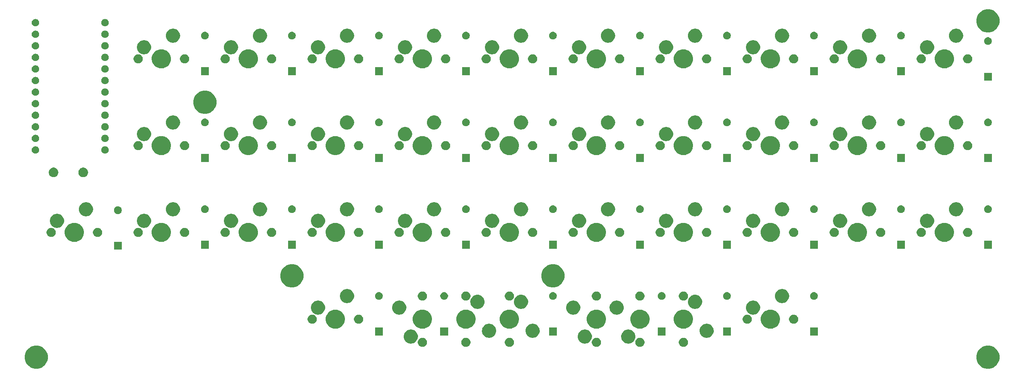
<source format=gbr>
G04 #@! TF.GenerationSoftware,KiCad,Pcbnew,(5.1.0-0)*
G04 #@! TF.CreationDate,2019-06-07T13:19:58+08:00*
G04 #@! TF.ProjectId,nqgTHD,6e716754-4844-42e6-9b69-6361645f7063,rev?*
G04 #@! TF.SameCoordinates,Original*
G04 #@! TF.FileFunction,Soldermask,Top*
G04 #@! TF.FilePolarity,Negative*
%FSLAX46Y46*%
G04 Gerber Fmt 4.6, Leading zero omitted, Abs format (unit mm)*
G04 Created by KiCad (PCBNEW (5.1.0-0)) date 2019-06-07 13:19:58*
%MOMM*%
%LPD*%
G04 APERTURE LIST*
%ADD10C,0.100000*%
G04 APERTURE END LIST*
D10*
G36*
X353170578Y-196382243D02*
G01*
X353559482Y-196543332D01*
X353634832Y-196574543D01*
X354052648Y-196853719D01*
X354407971Y-197209042D01*
X354687147Y-197626858D01*
X354687148Y-197626860D01*
X354879447Y-198091112D01*
X354977480Y-198583957D01*
X354977480Y-199086463D01*
X354879447Y-199579308D01*
X354687148Y-200043560D01*
X354687147Y-200043562D01*
X354407971Y-200461378D01*
X354052648Y-200816701D01*
X353634832Y-201095877D01*
X353634831Y-201095878D01*
X353634830Y-201095878D01*
X353170578Y-201288177D01*
X352677733Y-201386210D01*
X352175227Y-201386210D01*
X351682382Y-201288177D01*
X351218130Y-201095878D01*
X351218129Y-201095878D01*
X351218128Y-201095877D01*
X350800312Y-200816701D01*
X350444989Y-200461378D01*
X350165813Y-200043562D01*
X350165812Y-200043560D01*
X349973513Y-199579308D01*
X349875480Y-199086463D01*
X349875480Y-198583957D01*
X349973513Y-198091112D01*
X350165812Y-197626860D01*
X350165813Y-197626858D01*
X350444989Y-197209042D01*
X350800312Y-196853719D01*
X351218128Y-196574543D01*
X351293478Y-196543332D01*
X351682382Y-196382243D01*
X352175227Y-196284210D01*
X352677733Y-196284210D01*
X353170578Y-196382243D01*
X353170578Y-196382243D01*
G37*
G36*
X144810328Y-196382243D02*
G01*
X145199232Y-196543332D01*
X145274582Y-196574543D01*
X145692398Y-196853719D01*
X146047721Y-197209042D01*
X146326897Y-197626858D01*
X146326898Y-197626860D01*
X146519197Y-198091112D01*
X146617230Y-198583957D01*
X146617230Y-199086463D01*
X146519197Y-199579308D01*
X146326898Y-200043560D01*
X146326897Y-200043562D01*
X146047721Y-200461378D01*
X145692398Y-200816701D01*
X145274582Y-201095877D01*
X145274581Y-201095878D01*
X145274580Y-201095878D01*
X144810328Y-201288177D01*
X144317483Y-201386210D01*
X143814977Y-201386210D01*
X143322132Y-201288177D01*
X142857880Y-201095878D01*
X142857879Y-201095878D01*
X142857878Y-201095877D01*
X142440062Y-200816701D01*
X142084739Y-200461378D01*
X141805563Y-200043562D01*
X141805562Y-200043560D01*
X141613263Y-199579308D01*
X141515230Y-199086463D01*
X141515230Y-198583957D01*
X141613263Y-198091112D01*
X141805562Y-197626860D01*
X141805563Y-197626858D01*
X142084739Y-197209042D01*
X142440062Y-196853719D01*
X142857878Y-196574543D01*
X142933228Y-196543332D01*
X143322132Y-196382243D01*
X143814977Y-196284210D01*
X144317483Y-196284210D01*
X144810328Y-196382243D01*
X144810328Y-196382243D01*
G37*
G36*
X266860038Y-194591800D02*
G01*
X266993101Y-194618268D01*
X267175271Y-194693726D01*
X267339220Y-194803273D01*
X267478647Y-194942700D01*
X267588194Y-195106649D01*
X267663652Y-195288819D01*
X267702120Y-195482210D01*
X267702120Y-195679390D01*
X267663652Y-195872781D01*
X267588194Y-196054951D01*
X267478647Y-196218900D01*
X267339220Y-196358327D01*
X267175271Y-196467874D01*
X266993101Y-196543332D01*
X266896405Y-196562566D01*
X266799711Y-196581800D01*
X266602529Y-196581800D01*
X266505835Y-196562566D01*
X266409139Y-196543332D01*
X266226969Y-196467874D01*
X266063020Y-196358327D01*
X265923593Y-196218900D01*
X265814046Y-196054951D01*
X265738588Y-195872781D01*
X265700120Y-195679390D01*
X265700120Y-195482210D01*
X265738588Y-195288819D01*
X265814046Y-195106649D01*
X265923593Y-194942700D01*
X266063020Y-194803273D01*
X266226969Y-194693726D01*
X266409139Y-194618268D01*
X266542202Y-194591800D01*
X266602529Y-194579800D01*
X266799711Y-194579800D01*
X266860038Y-194591800D01*
X266860038Y-194591800D01*
G37*
G36*
X247809958Y-194591800D02*
G01*
X247943021Y-194618268D01*
X248125191Y-194693726D01*
X248289140Y-194803273D01*
X248428567Y-194942700D01*
X248538114Y-195106649D01*
X248613572Y-195288819D01*
X248652040Y-195482210D01*
X248652040Y-195679390D01*
X248613572Y-195872781D01*
X248538114Y-196054951D01*
X248428567Y-196218900D01*
X248289140Y-196358327D01*
X248125191Y-196467874D01*
X247943021Y-196543332D01*
X247846325Y-196562566D01*
X247749631Y-196581800D01*
X247552449Y-196581800D01*
X247455755Y-196562566D01*
X247359059Y-196543332D01*
X247176889Y-196467874D01*
X247012940Y-196358327D01*
X246873513Y-196218900D01*
X246763966Y-196054951D01*
X246688508Y-195872781D01*
X246650040Y-195679390D01*
X246650040Y-195482210D01*
X246688508Y-195288819D01*
X246763966Y-195106649D01*
X246873513Y-194942700D01*
X247012940Y-194803273D01*
X247176889Y-194693726D01*
X247359059Y-194618268D01*
X247492122Y-194591800D01*
X247552449Y-194579800D01*
X247749631Y-194579800D01*
X247809958Y-194591800D01*
X247809958Y-194591800D01*
G37*
G36*
X238284918Y-194591800D02*
G01*
X238417981Y-194618268D01*
X238600151Y-194693726D01*
X238764100Y-194803273D01*
X238903527Y-194942700D01*
X239013074Y-195106649D01*
X239088532Y-195288819D01*
X239127000Y-195482210D01*
X239127000Y-195679390D01*
X239088532Y-195872781D01*
X239013074Y-196054951D01*
X238903527Y-196218900D01*
X238764100Y-196358327D01*
X238600151Y-196467874D01*
X238417981Y-196543332D01*
X238321285Y-196562566D01*
X238224591Y-196581800D01*
X238027409Y-196581800D01*
X237930715Y-196562566D01*
X237834019Y-196543332D01*
X237651849Y-196467874D01*
X237487900Y-196358327D01*
X237348473Y-196218900D01*
X237238926Y-196054951D01*
X237163468Y-195872781D01*
X237125000Y-195679390D01*
X237125000Y-195482210D01*
X237163468Y-195288819D01*
X237238926Y-195106649D01*
X237348473Y-194942700D01*
X237487900Y-194803273D01*
X237651849Y-194693726D01*
X237834019Y-194618268D01*
X237967082Y-194591800D01*
X238027409Y-194579800D01*
X238224591Y-194579800D01*
X238284918Y-194591800D01*
X238284918Y-194591800D01*
G37*
G36*
X228759878Y-194591800D02*
G01*
X228892941Y-194618268D01*
X229075111Y-194693726D01*
X229239060Y-194803273D01*
X229378487Y-194942700D01*
X229488034Y-195106649D01*
X229563492Y-195288819D01*
X229601960Y-195482210D01*
X229601960Y-195679390D01*
X229563492Y-195872781D01*
X229488034Y-196054951D01*
X229378487Y-196218900D01*
X229239060Y-196358327D01*
X229075111Y-196467874D01*
X228892941Y-196543332D01*
X228796245Y-196562566D01*
X228699551Y-196581800D01*
X228502369Y-196581800D01*
X228405675Y-196562566D01*
X228308979Y-196543332D01*
X228126809Y-196467874D01*
X227962860Y-196358327D01*
X227823433Y-196218900D01*
X227713886Y-196054951D01*
X227638428Y-195872781D01*
X227599960Y-195679390D01*
X227599960Y-195482210D01*
X227638428Y-195288819D01*
X227713886Y-195106649D01*
X227823433Y-194942700D01*
X227962860Y-194803273D01*
X228126809Y-194693726D01*
X228308979Y-194618268D01*
X228442042Y-194591800D01*
X228502369Y-194579800D01*
X228699551Y-194579800D01*
X228759878Y-194591800D01*
X228759878Y-194591800D01*
G37*
G36*
X276385078Y-194591800D02*
G01*
X276518141Y-194618268D01*
X276700311Y-194693726D01*
X276864260Y-194803273D01*
X277003687Y-194942700D01*
X277113234Y-195106649D01*
X277188692Y-195288819D01*
X277227160Y-195482210D01*
X277227160Y-195679390D01*
X277188692Y-195872781D01*
X277113234Y-196054951D01*
X277003687Y-196218900D01*
X276864260Y-196358327D01*
X276700311Y-196467874D01*
X276518141Y-196543332D01*
X276421445Y-196562566D01*
X276324751Y-196581800D01*
X276127569Y-196581800D01*
X276030875Y-196562566D01*
X275934179Y-196543332D01*
X275752009Y-196467874D01*
X275588060Y-196358327D01*
X275448633Y-196218900D01*
X275339086Y-196054951D01*
X275263628Y-195872781D01*
X275225160Y-195679390D01*
X275225160Y-195482210D01*
X275263628Y-195288819D01*
X275339086Y-195106649D01*
X275448633Y-194942700D01*
X275588060Y-194803273D01*
X275752009Y-194693726D01*
X275934179Y-194618268D01*
X276067242Y-194591800D01*
X276127569Y-194579800D01*
X276324751Y-194579800D01*
X276385078Y-194591800D01*
X276385078Y-194591800D01*
G37*
G36*
X285908918Y-194591800D02*
G01*
X286041981Y-194618268D01*
X286224151Y-194693726D01*
X286388100Y-194803273D01*
X286527527Y-194942700D01*
X286637074Y-195106649D01*
X286712532Y-195288819D01*
X286751000Y-195482210D01*
X286751000Y-195679390D01*
X286712532Y-195872781D01*
X286637074Y-196054951D01*
X286527527Y-196218900D01*
X286388100Y-196358327D01*
X286224151Y-196467874D01*
X286041981Y-196543332D01*
X285945285Y-196562566D01*
X285848591Y-196581800D01*
X285651409Y-196581800D01*
X285554715Y-196562566D01*
X285458019Y-196543332D01*
X285275849Y-196467874D01*
X285111900Y-196358327D01*
X284972473Y-196218900D01*
X284862926Y-196054951D01*
X284787468Y-195872781D01*
X284749000Y-195679390D01*
X284749000Y-195482210D01*
X284787468Y-195288819D01*
X284862926Y-195106649D01*
X284972473Y-194942700D01*
X285111900Y-194803273D01*
X285275849Y-194693726D01*
X285458019Y-194618268D01*
X285591082Y-194591800D01*
X285651409Y-194579800D01*
X285848591Y-194579800D01*
X285908918Y-194591800D01*
X285908918Y-194591800D01*
G37*
G36*
X273988745Y-192789602D02*
G01*
X274138570Y-192819404D01*
X274420834Y-192936321D01*
X274674865Y-193106059D01*
X274890901Y-193322095D01*
X275060639Y-193576126D01*
X275143210Y-193775472D01*
X275177556Y-193858391D01*
X275237160Y-194158039D01*
X275237160Y-194463561D01*
X275211652Y-194591800D01*
X275177556Y-194763210D01*
X275060639Y-195045474D01*
X274890901Y-195299505D01*
X274674865Y-195515541D01*
X274420834Y-195685279D01*
X274138570Y-195802196D01*
X273988745Y-195831998D01*
X273838921Y-195861800D01*
X273533399Y-195861800D01*
X273383575Y-195831998D01*
X273233750Y-195802196D01*
X272951486Y-195685279D01*
X272697455Y-195515541D01*
X272481419Y-195299505D01*
X272311681Y-195045474D01*
X272194764Y-194763210D01*
X272160668Y-194591800D01*
X272135160Y-194463561D01*
X272135160Y-194158039D01*
X272194764Y-193858391D01*
X272229110Y-193775472D01*
X272311681Y-193576126D01*
X272481419Y-193322095D01*
X272697455Y-193106059D01*
X272951486Y-192936321D01*
X273233750Y-192819404D01*
X273383575Y-192789602D01*
X273533399Y-192759800D01*
X273838921Y-192759800D01*
X273988745Y-192789602D01*
X273988745Y-192789602D01*
G37*
G36*
X264463705Y-192789602D02*
G01*
X264613530Y-192819404D01*
X264895794Y-192936321D01*
X265149825Y-193106059D01*
X265365861Y-193322095D01*
X265535599Y-193576126D01*
X265618170Y-193775472D01*
X265652516Y-193858391D01*
X265712120Y-194158039D01*
X265712120Y-194463561D01*
X265686612Y-194591800D01*
X265652516Y-194763210D01*
X265535599Y-195045474D01*
X265365861Y-195299505D01*
X265149825Y-195515541D01*
X264895794Y-195685279D01*
X264613530Y-195802196D01*
X264463705Y-195831998D01*
X264313881Y-195861800D01*
X264008359Y-195861800D01*
X263858535Y-195831998D01*
X263708710Y-195802196D01*
X263426446Y-195685279D01*
X263172415Y-195515541D01*
X262956379Y-195299505D01*
X262786641Y-195045474D01*
X262669724Y-194763210D01*
X262635628Y-194591800D01*
X262610120Y-194463561D01*
X262610120Y-194158039D01*
X262669724Y-193858391D01*
X262704070Y-193775472D01*
X262786641Y-193576126D01*
X262956379Y-193322095D01*
X263172415Y-193106059D01*
X263426446Y-192936321D01*
X263708710Y-192819404D01*
X263858535Y-192789602D01*
X264008359Y-192759800D01*
X264313881Y-192759800D01*
X264463705Y-192789602D01*
X264463705Y-192789602D01*
G37*
G36*
X226363545Y-192789602D02*
G01*
X226513370Y-192819404D01*
X226795634Y-192936321D01*
X227049665Y-193106059D01*
X227265701Y-193322095D01*
X227435439Y-193576126D01*
X227518010Y-193775472D01*
X227552356Y-193858391D01*
X227611960Y-194158039D01*
X227611960Y-194463561D01*
X227586452Y-194591800D01*
X227552356Y-194763210D01*
X227435439Y-195045474D01*
X227265701Y-195299505D01*
X227049665Y-195515541D01*
X226795634Y-195685279D01*
X226513370Y-195802196D01*
X226363545Y-195831998D01*
X226213721Y-195861800D01*
X225908199Y-195861800D01*
X225758375Y-195831998D01*
X225608550Y-195802196D01*
X225326286Y-195685279D01*
X225072255Y-195515541D01*
X224856219Y-195299505D01*
X224686481Y-195045474D01*
X224569564Y-194763210D01*
X224535468Y-194591800D01*
X224509960Y-194463561D01*
X224509960Y-194158039D01*
X224569564Y-193858391D01*
X224603910Y-193775472D01*
X224686481Y-193576126D01*
X224856219Y-193322095D01*
X225072255Y-193106059D01*
X225326286Y-192936321D01*
X225608550Y-192819404D01*
X225758375Y-192789602D01*
X225908199Y-192759800D01*
X226213721Y-192759800D01*
X226363545Y-192789602D01*
X226363545Y-192789602D01*
G37*
G36*
X243508585Y-191519602D02*
G01*
X243658410Y-191549404D01*
X243940674Y-191666321D01*
X244194705Y-191836059D01*
X244410741Y-192052095D01*
X244580479Y-192306126D01*
X244669507Y-192521060D01*
X244697396Y-192588391D01*
X244743348Y-192819404D01*
X244757000Y-192888040D01*
X244757000Y-193193560D01*
X244697396Y-193493210D01*
X244580479Y-193775474D01*
X244410741Y-194029505D01*
X244194705Y-194245541D01*
X243940674Y-194415279D01*
X243658410Y-194532196D01*
X243508585Y-194561998D01*
X243358761Y-194591800D01*
X243053239Y-194591800D01*
X242903415Y-194561998D01*
X242753590Y-194532196D01*
X242471326Y-194415279D01*
X242217295Y-194245541D01*
X242001259Y-194029505D01*
X241831521Y-193775474D01*
X241714604Y-193493210D01*
X241655000Y-193193560D01*
X241655000Y-192888040D01*
X241668653Y-192819404D01*
X241714604Y-192588391D01*
X241742493Y-192521060D01*
X241831521Y-192306126D01*
X242001259Y-192052095D01*
X242217295Y-191836059D01*
X242471326Y-191666321D01*
X242753590Y-191549404D01*
X242903415Y-191519602D01*
X243053239Y-191489800D01*
X243358761Y-191489800D01*
X243508585Y-191519602D01*
X243508585Y-191519602D01*
G37*
G36*
X291132585Y-191519602D02*
G01*
X291282410Y-191549404D01*
X291564674Y-191666321D01*
X291818705Y-191836059D01*
X292034741Y-192052095D01*
X292204479Y-192306126D01*
X292293507Y-192521060D01*
X292321396Y-192588391D01*
X292367348Y-192819404D01*
X292381000Y-192888040D01*
X292381000Y-193193560D01*
X292321396Y-193493210D01*
X292204479Y-193775474D01*
X292034741Y-194029505D01*
X291818705Y-194245541D01*
X291564674Y-194415279D01*
X291282410Y-194532196D01*
X291132585Y-194561998D01*
X290982761Y-194591800D01*
X290677239Y-194591800D01*
X290527415Y-194561998D01*
X290377590Y-194532196D01*
X290095326Y-194415279D01*
X289841295Y-194245541D01*
X289625259Y-194029505D01*
X289455521Y-193775474D01*
X289338604Y-193493210D01*
X289279000Y-193193560D01*
X289279000Y-192888040D01*
X289292653Y-192819404D01*
X289338604Y-192588391D01*
X289366493Y-192521060D01*
X289455521Y-192306126D01*
X289625259Y-192052095D01*
X289841295Y-191836059D01*
X290095326Y-191666321D01*
X290377590Y-191549404D01*
X290527415Y-191519602D01*
X290677239Y-191489800D01*
X290982761Y-191489800D01*
X291132585Y-191519602D01*
X291132585Y-191519602D01*
G37*
G36*
X253033625Y-191519602D02*
G01*
X253183450Y-191549404D01*
X253465714Y-191666321D01*
X253719745Y-191836059D01*
X253935781Y-192052095D01*
X254105519Y-192306126D01*
X254194547Y-192521060D01*
X254222436Y-192588391D01*
X254268388Y-192819404D01*
X254282040Y-192888040D01*
X254282040Y-193193560D01*
X254222436Y-193493210D01*
X254105519Y-193775474D01*
X253935781Y-194029505D01*
X253719745Y-194245541D01*
X253465714Y-194415279D01*
X253183450Y-194532196D01*
X253033625Y-194561998D01*
X252883801Y-194591800D01*
X252578279Y-194591800D01*
X252428455Y-194561998D01*
X252278630Y-194532196D01*
X251996366Y-194415279D01*
X251742335Y-194245541D01*
X251526299Y-194029505D01*
X251356561Y-193775474D01*
X251239644Y-193493210D01*
X251180040Y-193193560D01*
X251180040Y-192888040D01*
X251193693Y-192819404D01*
X251239644Y-192588391D01*
X251267533Y-192521060D01*
X251356561Y-192306126D01*
X251526299Y-192052095D01*
X251742335Y-191836059D01*
X251996366Y-191666321D01*
X252278630Y-191549404D01*
X252428455Y-191519602D01*
X252578279Y-191489800D01*
X252883801Y-191489800D01*
X253033625Y-191519602D01*
X253033625Y-191519602D01*
G37*
G36*
X281839680Y-194061170D02*
G01*
X280137680Y-194061170D01*
X280137680Y-192359170D01*
X281839680Y-192359170D01*
X281839680Y-194061170D01*
X281839680Y-194061170D01*
G37*
G36*
X258027080Y-194061170D02*
G01*
X256325080Y-194061170D01*
X256325080Y-192359170D01*
X258027080Y-192359170D01*
X258027080Y-194061170D01*
X258027080Y-194061170D01*
G37*
G36*
X234214480Y-194061170D02*
G01*
X232512480Y-194061170D01*
X232512480Y-192359170D01*
X234214480Y-192359170D01*
X234214480Y-194061170D01*
X234214480Y-194061170D01*
G37*
G36*
X219926920Y-194061170D02*
G01*
X218224920Y-194061170D01*
X218224920Y-192359170D01*
X219926920Y-192359170D01*
X219926920Y-194061170D01*
X219926920Y-194061170D01*
G37*
G36*
X296127240Y-194061170D02*
G01*
X294425240Y-194061170D01*
X294425240Y-192359170D01*
X296127240Y-192359170D01*
X296127240Y-194061170D01*
X296127240Y-194061170D01*
G37*
G36*
X315177320Y-194061170D02*
G01*
X313475320Y-194061170D01*
X313475320Y-192359170D01*
X315177320Y-192359170D01*
X315177320Y-194061170D01*
X315177320Y-194061170D01*
G37*
G36*
X276703696Y-188453627D02*
G01*
X276838999Y-188480540D01*
X277109366Y-188592530D01*
X277219424Y-188638117D01*
X277221357Y-188638918D01*
X277305996Y-188695472D01*
X277565469Y-188868846D01*
X277858114Y-189161491D01*
X277860819Y-189165540D01*
X278088042Y-189505603D01*
X278246089Y-189887161D01*
X278246420Y-189887962D01*
X278327160Y-190293868D01*
X278327160Y-190707732D01*
X278274166Y-190974149D01*
X278246420Y-191113639D01*
X278178535Y-191277527D01*
X278088374Y-191495197D01*
X278088042Y-191495997D01*
X277974235Y-191666321D01*
X277858649Y-191839309D01*
X277858113Y-191840110D01*
X277565470Y-192132753D01*
X277221357Y-192362682D01*
X276838999Y-192521060D01*
X276703696Y-192547973D01*
X276433092Y-192601800D01*
X276019228Y-192601800D01*
X275748624Y-192547973D01*
X275613321Y-192521060D01*
X275230963Y-192362682D01*
X274886850Y-192132753D01*
X274594207Y-191840110D01*
X274593672Y-191839309D01*
X274478085Y-191666321D01*
X274364278Y-191495997D01*
X274363947Y-191495197D01*
X274273785Y-191277527D01*
X274205900Y-191113639D01*
X274178154Y-190974149D01*
X274125160Y-190707732D01*
X274125160Y-190293868D01*
X274205900Y-189887962D01*
X274206232Y-189887161D01*
X274364278Y-189505603D01*
X274591501Y-189165540D01*
X274594206Y-189161491D01*
X274886851Y-188868846D01*
X275146324Y-188695472D01*
X275230963Y-188638918D01*
X275232897Y-188638117D01*
X275342954Y-188592530D01*
X275613321Y-188480540D01*
X275748624Y-188453627D01*
X276019228Y-188399800D01*
X276433092Y-188399800D01*
X276703696Y-188453627D01*
X276703696Y-188453627D01*
G37*
G36*
X229078496Y-188453627D02*
G01*
X229213799Y-188480540D01*
X229484166Y-188592530D01*
X229594224Y-188638117D01*
X229596157Y-188638918D01*
X229680796Y-188695472D01*
X229940269Y-188868846D01*
X230232914Y-189161491D01*
X230235619Y-189165540D01*
X230462842Y-189505603D01*
X230620889Y-189887161D01*
X230621220Y-189887962D01*
X230701960Y-190293868D01*
X230701960Y-190707732D01*
X230648966Y-190974149D01*
X230621220Y-191113639D01*
X230553335Y-191277527D01*
X230463174Y-191495197D01*
X230462842Y-191495997D01*
X230349035Y-191666321D01*
X230233449Y-191839309D01*
X230232913Y-191840110D01*
X229940270Y-192132753D01*
X229596157Y-192362682D01*
X229213799Y-192521060D01*
X229078496Y-192547973D01*
X228807892Y-192601800D01*
X228394028Y-192601800D01*
X228123424Y-192547973D01*
X227988121Y-192521060D01*
X227605763Y-192362682D01*
X227261650Y-192132753D01*
X226969007Y-191840110D01*
X226968472Y-191839309D01*
X226852885Y-191666321D01*
X226739078Y-191495997D01*
X226738747Y-191495197D01*
X226648585Y-191277527D01*
X226580700Y-191113639D01*
X226552954Y-190974149D01*
X226499960Y-190707732D01*
X226499960Y-190293868D01*
X226580700Y-189887962D01*
X226581032Y-189887161D01*
X226739078Y-189505603D01*
X226966301Y-189165540D01*
X226969006Y-189161491D01*
X227261651Y-188868846D01*
X227521124Y-188695472D01*
X227605763Y-188638918D01*
X227607697Y-188638117D01*
X227717754Y-188592530D01*
X227988121Y-188480540D01*
X228123424Y-188453627D01*
X228394028Y-188399800D01*
X228807892Y-188399800D01*
X229078496Y-188453627D01*
X229078496Y-188453627D01*
G37*
G36*
X248128576Y-188453627D02*
G01*
X248263879Y-188480540D01*
X248534246Y-188592530D01*
X248644304Y-188638117D01*
X248646237Y-188638918D01*
X248730876Y-188695472D01*
X248990349Y-188868846D01*
X249282994Y-189161491D01*
X249285699Y-189165540D01*
X249512922Y-189505603D01*
X249670969Y-189887161D01*
X249671300Y-189887962D01*
X249752040Y-190293868D01*
X249752040Y-190707732D01*
X249699046Y-190974149D01*
X249671300Y-191113639D01*
X249603415Y-191277527D01*
X249513254Y-191495197D01*
X249512922Y-191495997D01*
X249399115Y-191666321D01*
X249283529Y-191839309D01*
X249282993Y-191840110D01*
X248990350Y-192132753D01*
X248646237Y-192362682D01*
X248263879Y-192521060D01*
X248128576Y-192547973D01*
X247857972Y-192601800D01*
X247444108Y-192601800D01*
X247173504Y-192547973D01*
X247038201Y-192521060D01*
X246655843Y-192362682D01*
X246311730Y-192132753D01*
X246019087Y-191840110D01*
X246018552Y-191839309D01*
X245902965Y-191666321D01*
X245789158Y-191495997D01*
X245788827Y-191495197D01*
X245698665Y-191277527D01*
X245630780Y-191113639D01*
X245603034Y-190974149D01*
X245550040Y-190707732D01*
X245550040Y-190293868D01*
X245630780Y-189887962D01*
X245631112Y-189887161D01*
X245789158Y-189505603D01*
X246016381Y-189165540D01*
X246019086Y-189161491D01*
X246311731Y-188868846D01*
X246571204Y-188695472D01*
X246655843Y-188638918D01*
X246657777Y-188638117D01*
X246767834Y-188592530D01*
X247038201Y-188480540D01*
X247173504Y-188453627D01*
X247444108Y-188399800D01*
X247857972Y-188399800D01*
X248128576Y-188453627D01*
X248128576Y-188453627D01*
G37*
G36*
X267178656Y-188453627D02*
G01*
X267313959Y-188480540D01*
X267584326Y-188592530D01*
X267694384Y-188638117D01*
X267696317Y-188638918D01*
X267780956Y-188695472D01*
X268040429Y-188868846D01*
X268333074Y-189161491D01*
X268335779Y-189165540D01*
X268563002Y-189505603D01*
X268721049Y-189887161D01*
X268721380Y-189887962D01*
X268802120Y-190293868D01*
X268802120Y-190707732D01*
X268749126Y-190974149D01*
X268721380Y-191113639D01*
X268653495Y-191277527D01*
X268563334Y-191495197D01*
X268563002Y-191495997D01*
X268449195Y-191666321D01*
X268333609Y-191839309D01*
X268333073Y-191840110D01*
X268040430Y-192132753D01*
X267696317Y-192362682D01*
X267313959Y-192521060D01*
X267178656Y-192547973D01*
X266908052Y-192601800D01*
X266494188Y-192601800D01*
X266223584Y-192547973D01*
X266088281Y-192521060D01*
X265705923Y-192362682D01*
X265361810Y-192132753D01*
X265069167Y-191840110D01*
X265068632Y-191839309D01*
X264953045Y-191666321D01*
X264839238Y-191495997D01*
X264838907Y-191495197D01*
X264748745Y-191277527D01*
X264680860Y-191113639D01*
X264653114Y-190974149D01*
X264600120Y-190707732D01*
X264600120Y-190293868D01*
X264680860Y-189887962D01*
X264681192Y-189887161D01*
X264839238Y-189505603D01*
X265066461Y-189165540D01*
X265069166Y-189161491D01*
X265361811Y-188868846D01*
X265621284Y-188695472D01*
X265705923Y-188638918D01*
X265707857Y-188638117D01*
X265817914Y-188592530D01*
X266088281Y-188480540D01*
X266223584Y-188453627D01*
X266494188Y-188399800D01*
X266908052Y-188399800D01*
X267178656Y-188453627D01*
X267178656Y-188453627D01*
G37*
G36*
X238603536Y-188453627D02*
G01*
X238738839Y-188480540D01*
X239009206Y-188592530D01*
X239119264Y-188638117D01*
X239121197Y-188638918D01*
X239205836Y-188695472D01*
X239465309Y-188868846D01*
X239757954Y-189161491D01*
X239760659Y-189165540D01*
X239987882Y-189505603D01*
X240145929Y-189887161D01*
X240146260Y-189887962D01*
X240227000Y-190293868D01*
X240227000Y-190707732D01*
X240174006Y-190974149D01*
X240146260Y-191113639D01*
X240078375Y-191277527D01*
X239988214Y-191495197D01*
X239987882Y-191495997D01*
X239874075Y-191666321D01*
X239758489Y-191839309D01*
X239757953Y-191840110D01*
X239465310Y-192132753D01*
X239121197Y-192362682D01*
X238738839Y-192521060D01*
X238603536Y-192547973D01*
X238332932Y-192601800D01*
X237919068Y-192601800D01*
X237648464Y-192547973D01*
X237513161Y-192521060D01*
X237130803Y-192362682D01*
X236786690Y-192132753D01*
X236494047Y-191840110D01*
X236493512Y-191839309D01*
X236377925Y-191666321D01*
X236264118Y-191495997D01*
X236263787Y-191495197D01*
X236173625Y-191277527D01*
X236105740Y-191113639D01*
X236077994Y-190974149D01*
X236025000Y-190707732D01*
X236025000Y-190293868D01*
X236105740Y-189887962D01*
X236106072Y-189887161D01*
X236264118Y-189505603D01*
X236491341Y-189165540D01*
X236494046Y-189161491D01*
X236786691Y-188868846D01*
X237046164Y-188695472D01*
X237130803Y-188638918D01*
X237132737Y-188638117D01*
X237242794Y-188592530D01*
X237513161Y-188480540D01*
X237648464Y-188453627D01*
X237919068Y-188399800D01*
X238332932Y-188399800D01*
X238603536Y-188453627D01*
X238603536Y-188453627D01*
G37*
G36*
X286227536Y-188453627D02*
G01*
X286362839Y-188480540D01*
X286633206Y-188592530D01*
X286743264Y-188638117D01*
X286745197Y-188638918D01*
X286829836Y-188695472D01*
X287089309Y-188868846D01*
X287381954Y-189161491D01*
X287384659Y-189165540D01*
X287611882Y-189505603D01*
X287769929Y-189887161D01*
X287770260Y-189887962D01*
X287851000Y-190293868D01*
X287851000Y-190707732D01*
X287798006Y-190974149D01*
X287770260Y-191113639D01*
X287702375Y-191277527D01*
X287612214Y-191495197D01*
X287611882Y-191495997D01*
X287498075Y-191666321D01*
X287382489Y-191839309D01*
X287381953Y-191840110D01*
X287089310Y-192132753D01*
X286745197Y-192362682D01*
X286362839Y-192521060D01*
X286227536Y-192547973D01*
X285956932Y-192601800D01*
X285543068Y-192601800D01*
X285272464Y-192547973D01*
X285137161Y-192521060D01*
X284754803Y-192362682D01*
X284410690Y-192132753D01*
X284118047Y-191840110D01*
X284117512Y-191839309D01*
X284001925Y-191666321D01*
X283888118Y-191495997D01*
X283887787Y-191495197D01*
X283797625Y-191277527D01*
X283729740Y-191113639D01*
X283701994Y-190974149D01*
X283649000Y-190707732D01*
X283649000Y-190293868D01*
X283729740Y-189887962D01*
X283730072Y-189887161D01*
X283888118Y-189505603D01*
X284115341Y-189165540D01*
X284118046Y-189161491D01*
X284410691Y-188868846D01*
X284670164Y-188695472D01*
X284754803Y-188638918D01*
X284756737Y-188638117D01*
X284866794Y-188592530D01*
X285137161Y-188480540D01*
X285272464Y-188453627D01*
X285543068Y-188399800D01*
X285956932Y-188399800D01*
X286227536Y-188453627D01*
X286227536Y-188453627D01*
G37*
G36*
X305278816Y-188453627D02*
G01*
X305414119Y-188480540D01*
X305684486Y-188592530D01*
X305794544Y-188638117D01*
X305796477Y-188638918D01*
X305881116Y-188695472D01*
X306140589Y-188868846D01*
X306433234Y-189161491D01*
X306435939Y-189165540D01*
X306663162Y-189505603D01*
X306821209Y-189887161D01*
X306821540Y-189887962D01*
X306902280Y-190293868D01*
X306902280Y-190707732D01*
X306849286Y-190974149D01*
X306821540Y-191113639D01*
X306753655Y-191277527D01*
X306663494Y-191495197D01*
X306663162Y-191495997D01*
X306549355Y-191666321D01*
X306433769Y-191839309D01*
X306433233Y-191840110D01*
X306140590Y-192132753D01*
X305796477Y-192362682D01*
X305414119Y-192521060D01*
X305278816Y-192547973D01*
X305008212Y-192601800D01*
X304594348Y-192601800D01*
X304323744Y-192547973D01*
X304188441Y-192521060D01*
X303806083Y-192362682D01*
X303461970Y-192132753D01*
X303169327Y-191840110D01*
X303168792Y-191839309D01*
X303053205Y-191666321D01*
X302939398Y-191495997D01*
X302939067Y-191495197D01*
X302848905Y-191277527D01*
X302781020Y-191113639D01*
X302753274Y-190974149D01*
X302700280Y-190707732D01*
X302700280Y-190293868D01*
X302781020Y-189887962D01*
X302781352Y-189887161D01*
X302939398Y-189505603D01*
X303166621Y-189165540D01*
X303169326Y-189161491D01*
X303461971Y-188868846D01*
X303721444Y-188695472D01*
X303806083Y-188638918D01*
X303808017Y-188638117D01*
X303918074Y-188592530D01*
X304188441Y-188480540D01*
X304323744Y-188453627D01*
X304594348Y-188399800D01*
X305008212Y-188399800D01*
X305278816Y-188453627D01*
X305278816Y-188453627D01*
G37*
G36*
X210027536Y-188452827D02*
G01*
X210162839Y-188479740D01*
X210545197Y-188638118D01*
X210546394Y-188638918D01*
X210889309Y-188868046D01*
X211181954Y-189160691D01*
X211296138Y-189331580D01*
X211408005Y-189499000D01*
X211411883Y-189504805D01*
X211412214Y-189505605D01*
X211559797Y-189861900D01*
X211570260Y-189887162D01*
X211651000Y-190293068D01*
X211651000Y-190706932D01*
X211597847Y-190974149D01*
X211570260Y-191112839D01*
X211411882Y-191495197D01*
X211407470Y-191501800D01*
X211181954Y-191839309D01*
X210889309Y-192131954D01*
X210718420Y-192246138D01*
X210545197Y-192361882D01*
X210545196Y-192361883D01*
X210545195Y-192361883D01*
X210433206Y-192408270D01*
X210162839Y-192520260D01*
X210027536Y-192547173D01*
X209756932Y-192601000D01*
X209343068Y-192601000D01*
X209072464Y-192547173D01*
X208937161Y-192520260D01*
X208666794Y-192408270D01*
X208554805Y-192361883D01*
X208554804Y-192361883D01*
X208554803Y-192361882D01*
X208381580Y-192246138D01*
X208210691Y-192131954D01*
X207918046Y-191839309D01*
X207692530Y-191501800D01*
X207688118Y-191495197D01*
X207529740Y-191112839D01*
X207502153Y-190974149D01*
X207449000Y-190706932D01*
X207449000Y-190293068D01*
X207529740Y-189887162D01*
X207540204Y-189861900D01*
X207687786Y-189505605D01*
X207688117Y-189504805D01*
X207691996Y-189499000D01*
X207803862Y-189331580D01*
X207918046Y-189160691D01*
X208210691Y-188868046D01*
X208553606Y-188638918D01*
X208554803Y-188638118D01*
X208937161Y-188479740D01*
X209072464Y-188452827D01*
X209343068Y-188399000D01*
X209756932Y-188399000D01*
X210027536Y-188452827D01*
X210027536Y-188452827D01*
G37*
G36*
X299845022Y-189504803D02*
G01*
X300013261Y-189538268D01*
X300142075Y-189591625D01*
X300193498Y-189612925D01*
X300195431Y-189613726D01*
X300359380Y-189723273D01*
X300498807Y-189862700D01*
X300608354Y-190026649D01*
X300683481Y-190208019D01*
X300683812Y-190208820D01*
X300722280Y-190402209D01*
X300722280Y-190599391D01*
X300683812Y-190792780D01*
X300608686Y-190974151D01*
X300608354Y-190974951D01*
X300498807Y-191138900D01*
X300359380Y-191278327D01*
X300195431Y-191387874D01*
X300013261Y-191463332D01*
X299819871Y-191501800D01*
X299622689Y-191501800D01*
X299429299Y-191463332D01*
X299247129Y-191387874D01*
X299083180Y-191278327D01*
X298943753Y-191138900D01*
X298834206Y-190974951D01*
X298833875Y-190974151D01*
X298758748Y-190792780D01*
X298720280Y-190599391D01*
X298720280Y-190402209D01*
X298758748Y-190208820D01*
X298759080Y-190208019D01*
X298834206Y-190026649D01*
X298943753Y-189862700D01*
X299083180Y-189723273D01*
X299247129Y-189613726D01*
X299249063Y-189612925D01*
X299300485Y-189591625D01*
X299429299Y-189538268D01*
X299597538Y-189504803D01*
X299622689Y-189499800D01*
X299819871Y-189499800D01*
X299845022Y-189504803D01*
X299845022Y-189504803D01*
G37*
G36*
X310005022Y-189504803D02*
G01*
X310173261Y-189538268D01*
X310302075Y-189591625D01*
X310353498Y-189612925D01*
X310355431Y-189613726D01*
X310519380Y-189723273D01*
X310658807Y-189862700D01*
X310768354Y-190026649D01*
X310843481Y-190208019D01*
X310843812Y-190208820D01*
X310882280Y-190402209D01*
X310882280Y-190599391D01*
X310843812Y-190792780D01*
X310768686Y-190974151D01*
X310768354Y-190974951D01*
X310658807Y-191138900D01*
X310519380Y-191278327D01*
X310355431Y-191387874D01*
X310173261Y-191463332D01*
X309979871Y-191501800D01*
X309782689Y-191501800D01*
X309589299Y-191463332D01*
X309407129Y-191387874D01*
X309243180Y-191278327D01*
X309103753Y-191138900D01*
X308994206Y-190974951D01*
X308993875Y-190974151D01*
X308918748Y-190792780D01*
X308880280Y-190599391D01*
X308880280Y-190402209D01*
X308918748Y-190208820D01*
X308919080Y-190208019D01*
X308994206Y-190026649D01*
X309103753Y-189862700D01*
X309243180Y-189723273D01*
X309407129Y-189613726D01*
X309409063Y-189612925D01*
X309460485Y-189591625D01*
X309589299Y-189538268D01*
X309757538Y-189504803D01*
X309782689Y-189499800D01*
X309979871Y-189499800D01*
X310005022Y-189504803D01*
X310005022Y-189504803D01*
G37*
G36*
X214788918Y-189511000D02*
G01*
X214921981Y-189537468D01*
X215104151Y-189612926D01*
X215268100Y-189722473D01*
X215407527Y-189861900D01*
X215517074Y-190025849D01*
X215517075Y-190025851D01*
X215517406Y-190026651D01*
X215592532Y-190208019D01*
X215631000Y-190401410D01*
X215631000Y-190598590D01*
X215592532Y-190791981D01*
X215517074Y-190974151D01*
X215407527Y-191138100D01*
X215268100Y-191277527D01*
X215104151Y-191387074D01*
X215104150Y-191387075D01*
X215104149Y-191387075D01*
X215050795Y-191409175D01*
X214921981Y-191462532D01*
X214728591Y-191501000D01*
X214531409Y-191501000D01*
X214338019Y-191462532D01*
X214209205Y-191409175D01*
X214155851Y-191387075D01*
X214155850Y-191387075D01*
X214155849Y-191387074D01*
X213991900Y-191277527D01*
X213852473Y-191138100D01*
X213742926Y-190974151D01*
X213667468Y-190791981D01*
X213629000Y-190598590D01*
X213629000Y-190401410D01*
X213667468Y-190208019D01*
X213742594Y-190026651D01*
X213742925Y-190025851D01*
X213742926Y-190025849D01*
X213852473Y-189861900D01*
X213991900Y-189722473D01*
X214155849Y-189612926D01*
X214338019Y-189537468D01*
X214471082Y-189511000D01*
X214531409Y-189499000D01*
X214728591Y-189499000D01*
X214788918Y-189511000D01*
X214788918Y-189511000D01*
G37*
G36*
X204628918Y-189511000D02*
G01*
X204761981Y-189537468D01*
X204944151Y-189612926D01*
X205108100Y-189722473D01*
X205247527Y-189861900D01*
X205357074Y-190025849D01*
X205357075Y-190025851D01*
X205357406Y-190026651D01*
X205432532Y-190208019D01*
X205471000Y-190401410D01*
X205471000Y-190598590D01*
X205432532Y-190791981D01*
X205357074Y-190974151D01*
X205247527Y-191138100D01*
X205108100Y-191277527D01*
X204944151Y-191387074D01*
X204944150Y-191387075D01*
X204944149Y-191387075D01*
X204890795Y-191409175D01*
X204761981Y-191462532D01*
X204568591Y-191501000D01*
X204371409Y-191501000D01*
X204178019Y-191462532D01*
X204049205Y-191409175D01*
X203995851Y-191387075D01*
X203995850Y-191387075D01*
X203995849Y-191387074D01*
X203831900Y-191277527D01*
X203692473Y-191138100D01*
X203582926Y-190974151D01*
X203507468Y-190791981D01*
X203469000Y-190598590D01*
X203469000Y-190401410D01*
X203507468Y-190208019D01*
X203582594Y-190026651D01*
X203582925Y-190025851D01*
X203582926Y-190025849D01*
X203692473Y-189861900D01*
X203831900Y-189722473D01*
X203995849Y-189612926D01*
X204178019Y-189537468D01*
X204311082Y-189511000D01*
X204371409Y-189499000D01*
X204568591Y-189499000D01*
X204628918Y-189511000D01*
X204628918Y-189511000D01*
G37*
G36*
X271448745Y-186439602D02*
G01*
X271598570Y-186469404D01*
X271880834Y-186586321D01*
X272134865Y-186756059D01*
X272350901Y-186972095D01*
X272520639Y-187226126D01*
X272637225Y-187507591D01*
X272637556Y-187508391D01*
X272697160Y-187808039D01*
X272697160Y-188113561D01*
X272671652Y-188241800D01*
X272637556Y-188413210D01*
X272520639Y-188695474D01*
X272350901Y-188949505D01*
X272134865Y-189165541D01*
X271880834Y-189335279D01*
X271598570Y-189452196D01*
X271448745Y-189481998D01*
X271298921Y-189511800D01*
X270993399Y-189511800D01*
X270843575Y-189481998D01*
X270693750Y-189452196D01*
X270411486Y-189335279D01*
X270157455Y-189165541D01*
X269941419Y-188949505D01*
X269771681Y-188695474D01*
X269654764Y-188413210D01*
X269620668Y-188241800D01*
X269595160Y-188113561D01*
X269595160Y-187808039D01*
X269654764Y-187508391D01*
X269655095Y-187507591D01*
X269771681Y-187226126D01*
X269941419Y-186972095D01*
X270157455Y-186756059D01*
X270411486Y-186586321D01*
X270693750Y-186469404D01*
X270843575Y-186439602D01*
X270993399Y-186409800D01*
X271298921Y-186409800D01*
X271448745Y-186439602D01*
X271448745Y-186439602D01*
G37*
G36*
X223823545Y-186439602D02*
G01*
X223973370Y-186469404D01*
X224255634Y-186586321D01*
X224509665Y-186756059D01*
X224725701Y-186972095D01*
X224895439Y-187226126D01*
X225012025Y-187507591D01*
X225012356Y-187508391D01*
X225071960Y-187808039D01*
X225071960Y-188113561D01*
X225046452Y-188241800D01*
X225012356Y-188413210D01*
X224895439Y-188695474D01*
X224725701Y-188949505D01*
X224509665Y-189165541D01*
X224255634Y-189335279D01*
X223973370Y-189452196D01*
X223823545Y-189481998D01*
X223673721Y-189511800D01*
X223368199Y-189511800D01*
X223218375Y-189481998D01*
X223068550Y-189452196D01*
X222786286Y-189335279D01*
X222532255Y-189165541D01*
X222316219Y-188949505D01*
X222146481Y-188695474D01*
X222029564Y-188413210D01*
X221995468Y-188241800D01*
X221969960Y-188113561D01*
X221969960Y-187808039D01*
X222029564Y-187508391D01*
X222029895Y-187507591D01*
X222146481Y-187226126D01*
X222316219Y-186972095D01*
X222532255Y-186756059D01*
X222786286Y-186586321D01*
X223068550Y-186469404D01*
X223218375Y-186439602D01*
X223368199Y-186409800D01*
X223673721Y-186409800D01*
X223823545Y-186439602D01*
X223823545Y-186439602D01*
G37*
G36*
X301293865Y-186439602D02*
G01*
X301443690Y-186469404D01*
X301725954Y-186586321D01*
X301979985Y-186756059D01*
X302196021Y-186972095D01*
X302365759Y-187226126D01*
X302482345Y-187507591D01*
X302482676Y-187508391D01*
X302542280Y-187808039D01*
X302542280Y-188113561D01*
X302516772Y-188241800D01*
X302482676Y-188413210D01*
X302365759Y-188695474D01*
X302196021Y-188949505D01*
X301979985Y-189165541D01*
X301725954Y-189335279D01*
X301443690Y-189452196D01*
X301293865Y-189481998D01*
X301144041Y-189511800D01*
X300838519Y-189511800D01*
X300688695Y-189481998D01*
X300538870Y-189452196D01*
X300256606Y-189335279D01*
X300002575Y-189165541D01*
X299786539Y-188949505D01*
X299616801Y-188695474D01*
X299499884Y-188413210D01*
X299465788Y-188241800D01*
X299440280Y-188113561D01*
X299440280Y-187808039D01*
X299499884Y-187508391D01*
X299500215Y-187507591D01*
X299616801Y-187226126D01*
X299786539Y-186972095D01*
X300002575Y-186756059D01*
X300256606Y-186586321D01*
X300538870Y-186469404D01*
X300688695Y-186439602D01*
X300838519Y-186409800D01*
X301144041Y-186409800D01*
X301293865Y-186439602D01*
X301293865Y-186439602D01*
G37*
G36*
X261923705Y-186439602D02*
G01*
X262073530Y-186469404D01*
X262355794Y-186586321D01*
X262609825Y-186756059D01*
X262825861Y-186972095D01*
X262995599Y-187226126D01*
X263112185Y-187507591D01*
X263112516Y-187508391D01*
X263172120Y-187808039D01*
X263172120Y-188113561D01*
X263146612Y-188241800D01*
X263112516Y-188413210D01*
X262995599Y-188695474D01*
X262825861Y-188949505D01*
X262609825Y-189165541D01*
X262355794Y-189335279D01*
X262073530Y-189452196D01*
X261923705Y-189481998D01*
X261773881Y-189511800D01*
X261468359Y-189511800D01*
X261318535Y-189481998D01*
X261168710Y-189452196D01*
X260886446Y-189335279D01*
X260632415Y-189165541D01*
X260416379Y-188949505D01*
X260246641Y-188695474D01*
X260129724Y-188413210D01*
X260095628Y-188241800D01*
X260070120Y-188113561D01*
X260070120Y-187808039D01*
X260129724Y-187508391D01*
X260130055Y-187507591D01*
X260246641Y-187226126D01*
X260416379Y-186972095D01*
X260632415Y-186756059D01*
X260886446Y-186586321D01*
X261168710Y-186469404D01*
X261318535Y-186439602D01*
X261468359Y-186409800D01*
X261773881Y-186409800D01*
X261923705Y-186439602D01*
X261923705Y-186439602D01*
G37*
G36*
X206042585Y-186438802D02*
G01*
X206192410Y-186468604D01*
X206474674Y-186585521D01*
X206728705Y-186755259D01*
X206944741Y-186971295D01*
X207114479Y-187225326D01*
X207231396Y-187507590D01*
X207291000Y-187807240D01*
X207291000Y-188112760D01*
X207231396Y-188412410D01*
X207114479Y-188694674D01*
X206944741Y-188948705D01*
X206728705Y-189164741D01*
X206474674Y-189334479D01*
X206192410Y-189451396D01*
X206042585Y-189481198D01*
X205892761Y-189511000D01*
X205587239Y-189511000D01*
X205437415Y-189481198D01*
X205287590Y-189451396D01*
X205005326Y-189334479D01*
X204751295Y-189164741D01*
X204535259Y-188948705D01*
X204365521Y-188694674D01*
X204248604Y-188412410D01*
X204189000Y-188112760D01*
X204189000Y-187807240D01*
X204248604Y-187507590D01*
X204365521Y-187225326D01*
X204535259Y-186971295D01*
X204751295Y-186755259D01*
X205005326Y-186585521D01*
X205287590Y-186468604D01*
X205437415Y-186438802D01*
X205587239Y-186409000D01*
X205892761Y-186409000D01*
X206042585Y-186438802D01*
X206042585Y-186438802D01*
G37*
G36*
X288554076Y-185161942D02*
G01*
X288742410Y-185199404D01*
X289024674Y-185316321D01*
X289278705Y-185486059D01*
X289494741Y-185702095D01*
X289664479Y-185956126D01*
X289781396Y-186238390D01*
X289781396Y-186238391D01*
X289841000Y-186538039D01*
X289841000Y-186843561D01*
X289815651Y-186971000D01*
X289781396Y-187143210D01*
X289664479Y-187425474D01*
X289494741Y-187679505D01*
X289278705Y-187895541D01*
X289024674Y-188065279D01*
X288742410Y-188182196D01*
X288592585Y-188211998D01*
X288442761Y-188241800D01*
X288137239Y-188241800D01*
X287987415Y-188211998D01*
X287837590Y-188182196D01*
X287555326Y-188065279D01*
X287301295Y-187895541D01*
X287085259Y-187679505D01*
X286915521Y-187425474D01*
X286798604Y-187143210D01*
X286764349Y-186971000D01*
X286739000Y-186843561D01*
X286739000Y-186538039D01*
X286798604Y-186238391D01*
X286798604Y-186238390D01*
X286915521Y-185956126D01*
X287085259Y-185702095D01*
X287301295Y-185486059D01*
X287555326Y-185316321D01*
X287837590Y-185199404D01*
X288025924Y-185161942D01*
X288137239Y-185139800D01*
X288442761Y-185139800D01*
X288554076Y-185161942D01*
X288554076Y-185161942D01*
G37*
G36*
X250455116Y-185161942D02*
G01*
X250643450Y-185199404D01*
X250925714Y-185316321D01*
X251179745Y-185486059D01*
X251395781Y-185702095D01*
X251565519Y-185956126D01*
X251682436Y-186238390D01*
X251682436Y-186238391D01*
X251742040Y-186538039D01*
X251742040Y-186843561D01*
X251716691Y-186971000D01*
X251682436Y-187143210D01*
X251565519Y-187425474D01*
X251395781Y-187679505D01*
X251179745Y-187895541D01*
X250925714Y-188065279D01*
X250643450Y-188182196D01*
X250493625Y-188211998D01*
X250343801Y-188241800D01*
X250038279Y-188241800D01*
X249888455Y-188211998D01*
X249738630Y-188182196D01*
X249456366Y-188065279D01*
X249202335Y-187895541D01*
X248986299Y-187679505D01*
X248816561Y-187425474D01*
X248699644Y-187143210D01*
X248665389Y-186971000D01*
X248640040Y-186843561D01*
X248640040Y-186538039D01*
X248699644Y-186238391D01*
X248699644Y-186238390D01*
X248816561Y-185956126D01*
X248986299Y-185702095D01*
X249202335Y-185486059D01*
X249456366Y-185316321D01*
X249738630Y-185199404D01*
X249926964Y-185161942D01*
X250038279Y-185139800D01*
X250343801Y-185139800D01*
X250455116Y-185161942D01*
X250455116Y-185161942D01*
G37*
G36*
X240930076Y-185161942D02*
G01*
X241118410Y-185199404D01*
X241400674Y-185316321D01*
X241654705Y-185486059D01*
X241870741Y-185702095D01*
X242040479Y-185956126D01*
X242157396Y-186238390D01*
X242157396Y-186238391D01*
X242217000Y-186538039D01*
X242217000Y-186843561D01*
X242191651Y-186971000D01*
X242157396Y-187143210D01*
X242040479Y-187425474D01*
X241870741Y-187679505D01*
X241654705Y-187895541D01*
X241400674Y-188065279D01*
X241118410Y-188182196D01*
X240968585Y-188211998D01*
X240818761Y-188241800D01*
X240513239Y-188241800D01*
X240363415Y-188211998D01*
X240213590Y-188182196D01*
X239931326Y-188065279D01*
X239677295Y-187895541D01*
X239461259Y-187679505D01*
X239291521Y-187425474D01*
X239174604Y-187143210D01*
X239140349Y-186971000D01*
X239115000Y-186843561D01*
X239115000Y-186538039D01*
X239174604Y-186238391D01*
X239174604Y-186238390D01*
X239291521Y-185956126D01*
X239461259Y-185702095D01*
X239677295Y-185486059D01*
X239931326Y-185316321D01*
X240213590Y-185199404D01*
X240401924Y-185161942D01*
X240513239Y-185139800D01*
X240818761Y-185139800D01*
X240930076Y-185161942D01*
X240930076Y-185161942D01*
G37*
G36*
X307643865Y-183899602D02*
G01*
X307793690Y-183929404D01*
X308075954Y-184046321D01*
X308329985Y-184216059D01*
X308546021Y-184432095D01*
X308715759Y-184686126D01*
X308832676Y-184968390D01*
X308862478Y-185118215D01*
X308892280Y-185268039D01*
X308892280Y-185573561D01*
X308866713Y-185702095D01*
X308832676Y-185873210D01*
X308715759Y-186155474D01*
X308546021Y-186409505D01*
X308329985Y-186625541D01*
X308075954Y-186795279D01*
X307793690Y-186912196D01*
X307643865Y-186941998D01*
X307494041Y-186971800D01*
X307188519Y-186971800D01*
X307038695Y-186941998D01*
X306888870Y-186912196D01*
X306606606Y-186795279D01*
X306352575Y-186625541D01*
X306136539Y-186409505D01*
X305966801Y-186155474D01*
X305849884Y-185873210D01*
X305815847Y-185702095D01*
X305790280Y-185573561D01*
X305790280Y-185268039D01*
X305820082Y-185118215D01*
X305849884Y-184968390D01*
X305966801Y-184686126D01*
X306136539Y-184432095D01*
X306352575Y-184216059D01*
X306606606Y-184046321D01*
X306888870Y-183929404D01*
X307038695Y-183899602D01*
X307188519Y-183869800D01*
X307494041Y-183869800D01*
X307643865Y-183899602D01*
X307643865Y-183899602D01*
G37*
G36*
X212392585Y-183898802D02*
G01*
X212542410Y-183928604D01*
X212824674Y-184045521D01*
X213078705Y-184215259D01*
X213294741Y-184431295D01*
X213464479Y-184685326D01*
X213581396Y-184967590D01*
X213641000Y-185267240D01*
X213641000Y-185572760D01*
X213581396Y-185872410D01*
X213464479Y-186154674D01*
X213294741Y-186408705D01*
X213078705Y-186624741D01*
X212824674Y-186794479D01*
X212542410Y-186911396D01*
X212392585Y-186941198D01*
X212242761Y-186971000D01*
X211937239Y-186971000D01*
X211787415Y-186941198D01*
X211637590Y-186911396D01*
X211355326Y-186794479D01*
X211101295Y-186624741D01*
X210885259Y-186408705D01*
X210715521Y-186154674D01*
X210598604Y-185872410D01*
X210539000Y-185572760D01*
X210539000Y-185267240D01*
X210598604Y-184967590D01*
X210715521Y-184685326D01*
X210885259Y-184431295D01*
X211101295Y-184215259D01*
X211355326Y-184045521D01*
X211637590Y-183928604D01*
X211787415Y-183898802D01*
X211937239Y-183869000D01*
X212242761Y-183869000D01*
X212392585Y-183898802D01*
X212392585Y-183898802D01*
G37*
G36*
X247807419Y-184431295D02*
G01*
X247943021Y-184458268D01*
X248125191Y-184533726D01*
X248289140Y-184643273D01*
X248428567Y-184782700D01*
X248538114Y-184946649D01*
X248613572Y-185128819D01*
X248652040Y-185322210D01*
X248652040Y-185519390D01*
X248613572Y-185712781D01*
X248538114Y-185894951D01*
X248428567Y-186058900D01*
X248289140Y-186198327D01*
X248125191Y-186307874D01*
X247943021Y-186383332D01*
X247749631Y-186421800D01*
X247552449Y-186421800D01*
X247359059Y-186383332D01*
X247176889Y-186307874D01*
X247012940Y-186198327D01*
X246873513Y-186058900D01*
X246763966Y-185894951D01*
X246688508Y-185712781D01*
X246650040Y-185519390D01*
X246650040Y-185322210D01*
X246688508Y-185128819D01*
X246763966Y-184946649D01*
X246873513Y-184782700D01*
X247012940Y-184643273D01*
X247176889Y-184533726D01*
X247359059Y-184458268D01*
X247494661Y-184431295D01*
X247552449Y-184419800D01*
X247749631Y-184419800D01*
X247807419Y-184431295D01*
X247807419Y-184431295D01*
G37*
G36*
X238282379Y-184431295D02*
G01*
X238417981Y-184458268D01*
X238600151Y-184533726D01*
X238764100Y-184643273D01*
X238903527Y-184782700D01*
X239013074Y-184946649D01*
X239088532Y-185128819D01*
X239127000Y-185322210D01*
X239127000Y-185519390D01*
X239088532Y-185712781D01*
X239013074Y-185894951D01*
X238903527Y-186058900D01*
X238764100Y-186198327D01*
X238600151Y-186307874D01*
X238417981Y-186383332D01*
X238224591Y-186421800D01*
X238027409Y-186421800D01*
X237834019Y-186383332D01*
X237651849Y-186307874D01*
X237487900Y-186198327D01*
X237348473Y-186058900D01*
X237238926Y-185894951D01*
X237163468Y-185712781D01*
X237125000Y-185519390D01*
X237125000Y-185322210D01*
X237163468Y-185128819D01*
X237238926Y-184946649D01*
X237348473Y-184782700D01*
X237487900Y-184643273D01*
X237651849Y-184533726D01*
X237834019Y-184458268D01*
X237969621Y-184431295D01*
X238027409Y-184419800D01*
X238224591Y-184419800D01*
X238282379Y-184431295D01*
X238282379Y-184431295D01*
G37*
G36*
X228757339Y-184431295D02*
G01*
X228892941Y-184458268D01*
X229075111Y-184533726D01*
X229239060Y-184643273D01*
X229378487Y-184782700D01*
X229488034Y-184946649D01*
X229563492Y-185128819D01*
X229601960Y-185322210D01*
X229601960Y-185519390D01*
X229563492Y-185712781D01*
X229488034Y-185894951D01*
X229378487Y-186058900D01*
X229239060Y-186198327D01*
X229075111Y-186307874D01*
X228892941Y-186383332D01*
X228699551Y-186421800D01*
X228502369Y-186421800D01*
X228308979Y-186383332D01*
X228126809Y-186307874D01*
X227962860Y-186198327D01*
X227823433Y-186058900D01*
X227713886Y-185894951D01*
X227638428Y-185712781D01*
X227599960Y-185519390D01*
X227599960Y-185322210D01*
X227638428Y-185128819D01*
X227713886Y-184946649D01*
X227823433Y-184782700D01*
X227962860Y-184643273D01*
X228126809Y-184533726D01*
X228308979Y-184458268D01*
X228444581Y-184431295D01*
X228502369Y-184419800D01*
X228699551Y-184419800D01*
X228757339Y-184431295D01*
X228757339Y-184431295D01*
G37*
G36*
X266857499Y-184431295D02*
G01*
X266993101Y-184458268D01*
X267175271Y-184533726D01*
X267339220Y-184643273D01*
X267478647Y-184782700D01*
X267588194Y-184946649D01*
X267663652Y-185128819D01*
X267702120Y-185322210D01*
X267702120Y-185519390D01*
X267663652Y-185712781D01*
X267588194Y-185894951D01*
X267478647Y-186058900D01*
X267339220Y-186198327D01*
X267175271Y-186307874D01*
X266993101Y-186383332D01*
X266799711Y-186421800D01*
X266602529Y-186421800D01*
X266409139Y-186383332D01*
X266226969Y-186307874D01*
X266063020Y-186198327D01*
X265923593Y-186058900D01*
X265814046Y-185894951D01*
X265738588Y-185712781D01*
X265700120Y-185519390D01*
X265700120Y-185322210D01*
X265738588Y-185128819D01*
X265814046Y-184946649D01*
X265923593Y-184782700D01*
X266063020Y-184643273D01*
X266226969Y-184533726D01*
X266409139Y-184458268D01*
X266544741Y-184431295D01*
X266602529Y-184419800D01*
X266799711Y-184419800D01*
X266857499Y-184431295D01*
X266857499Y-184431295D01*
G37*
G36*
X285906379Y-184431295D02*
G01*
X286041981Y-184458268D01*
X286224151Y-184533726D01*
X286388100Y-184643273D01*
X286527527Y-184782700D01*
X286637074Y-184946649D01*
X286712532Y-185128819D01*
X286751000Y-185322210D01*
X286751000Y-185519390D01*
X286712532Y-185712781D01*
X286637074Y-185894951D01*
X286527527Y-186058900D01*
X286388100Y-186198327D01*
X286224151Y-186307874D01*
X286041981Y-186383332D01*
X285848591Y-186421800D01*
X285651409Y-186421800D01*
X285458019Y-186383332D01*
X285275849Y-186307874D01*
X285111900Y-186198327D01*
X284972473Y-186058900D01*
X284862926Y-185894951D01*
X284787468Y-185712781D01*
X284749000Y-185519390D01*
X284749000Y-185322210D01*
X284787468Y-185128819D01*
X284862926Y-184946649D01*
X284972473Y-184782700D01*
X285111900Y-184643273D01*
X285275849Y-184533726D01*
X285458019Y-184458268D01*
X285593621Y-184431295D01*
X285651409Y-184419800D01*
X285848591Y-184419800D01*
X285906379Y-184431295D01*
X285906379Y-184431295D01*
G37*
G36*
X276382539Y-184431295D02*
G01*
X276518141Y-184458268D01*
X276700311Y-184533726D01*
X276864260Y-184643273D01*
X277003687Y-184782700D01*
X277113234Y-184946649D01*
X277188692Y-185128819D01*
X277227160Y-185322210D01*
X277227160Y-185519390D01*
X277188692Y-185712781D01*
X277113234Y-185894951D01*
X277003687Y-186058900D01*
X276864260Y-186198327D01*
X276700311Y-186307874D01*
X276518141Y-186383332D01*
X276324751Y-186421800D01*
X276127569Y-186421800D01*
X275934179Y-186383332D01*
X275752009Y-186307874D01*
X275588060Y-186198327D01*
X275448633Y-186058900D01*
X275339086Y-185894951D01*
X275263628Y-185712781D01*
X275225160Y-185519390D01*
X275225160Y-185322210D01*
X275263628Y-185128819D01*
X275339086Y-184946649D01*
X275448633Y-184782700D01*
X275588060Y-184643273D01*
X275752009Y-184533726D01*
X275934179Y-184458268D01*
X276069781Y-184431295D01*
X276127569Y-184419800D01*
X276324751Y-184419800D01*
X276382539Y-184431295D01*
X276382539Y-184431295D01*
G37*
G36*
X233611708Y-184591873D02*
G01*
X233766580Y-184656023D01*
X233905961Y-184749155D01*
X234024495Y-184867689D01*
X234117627Y-185007070D01*
X234181777Y-185161942D01*
X234214480Y-185326354D01*
X234214480Y-185493986D01*
X234181777Y-185658398D01*
X234117627Y-185813270D01*
X234024495Y-185952651D01*
X233905961Y-186071185D01*
X233766580Y-186164317D01*
X233611708Y-186228467D01*
X233447296Y-186261170D01*
X233279664Y-186261170D01*
X233115252Y-186228467D01*
X232960380Y-186164317D01*
X232820999Y-186071185D01*
X232702465Y-185952651D01*
X232609333Y-185813270D01*
X232545183Y-185658398D01*
X232512480Y-185493986D01*
X232512480Y-185326354D01*
X232545183Y-185161942D01*
X232609333Y-185007070D01*
X232702465Y-184867689D01*
X232820999Y-184749155D01*
X232960380Y-184656023D01*
X233115252Y-184591873D01*
X233279664Y-184559170D01*
X233447296Y-184559170D01*
X233611708Y-184591873D01*
X233611708Y-184591873D01*
G37*
G36*
X314574548Y-184591873D02*
G01*
X314729420Y-184656023D01*
X314868801Y-184749155D01*
X314987335Y-184867689D01*
X315080467Y-185007070D01*
X315144617Y-185161942D01*
X315177320Y-185326354D01*
X315177320Y-185493986D01*
X315144617Y-185658398D01*
X315080467Y-185813270D01*
X314987335Y-185952651D01*
X314868801Y-186071185D01*
X314729420Y-186164317D01*
X314574548Y-186228467D01*
X314410136Y-186261170D01*
X314242504Y-186261170D01*
X314078092Y-186228467D01*
X313923220Y-186164317D01*
X313783839Y-186071185D01*
X313665305Y-185952651D01*
X313572173Y-185813270D01*
X313508023Y-185658398D01*
X313475320Y-185493986D01*
X313475320Y-185326354D01*
X313508023Y-185161942D01*
X313572173Y-185007070D01*
X313665305Y-184867689D01*
X313783839Y-184749155D01*
X313923220Y-184656023D01*
X314078092Y-184591873D01*
X314242504Y-184559170D01*
X314410136Y-184559170D01*
X314574548Y-184591873D01*
X314574548Y-184591873D01*
G37*
G36*
X281236908Y-184591873D02*
G01*
X281391780Y-184656023D01*
X281531161Y-184749155D01*
X281649695Y-184867689D01*
X281742827Y-185007070D01*
X281806977Y-185161942D01*
X281839680Y-185326354D01*
X281839680Y-185493986D01*
X281806977Y-185658398D01*
X281742827Y-185813270D01*
X281649695Y-185952651D01*
X281531161Y-186071185D01*
X281391780Y-186164317D01*
X281236908Y-186228467D01*
X281072496Y-186261170D01*
X280904864Y-186261170D01*
X280740452Y-186228467D01*
X280585580Y-186164317D01*
X280446199Y-186071185D01*
X280327665Y-185952651D01*
X280234533Y-185813270D01*
X280170383Y-185658398D01*
X280137680Y-185493986D01*
X280137680Y-185326354D01*
X280170383Y-185161942D01*
X280234533Y-185007070D01*
X280327665Y-184867689D01*
X280446199Y-184749155D01*
X280585580Y-184656023D01*
X280740452Y-184591873D01*
X280904864Y-184559170D01*
X281072496Y-184559170D01*
X281236908Y-184591873D01*
X281236908Y-184591873D01*
G37*
G36*
X257424308Y-184591873D02*
G01*
X257579180Y-184656023D01*
X257718561Y-184749155D01*
X257837095Y-184867689D01*
X257930227Y-185007070D01*
X257994377Y-185161942D01*
X258027080Y-185326354D01*
X258027080Y-185493986D01*
X257994377Y-185658398D01*
X257930227Y-185813270D01*
X257837095Y-185952651D01*
X257718561Y-186071185D01*
X257579180Y-186164317D01*
X257424308Y-186228467D01*
X257259896Y-186261170D01*
X257092264Y-186261170D01*
X256927852Y-186228467D01*
X256772980Y-186164317D01*
X256633599Y-186071185D01*
X256515065Y-185952651D01*
X256421933Y-185813270D01*
X256357783Y-185658398D01*
X256325080Y-185493986D01*
X256325080Y-185326354D01*
X256357783Y-185161942D01*
X256421933Y-185007070D01*
X256515065Y-184867689D01*
X256633599Y-184749155D01*
X256772980Y-184656023D01*
X256927852Y-184591873D01*
X257092264Y-184559170D01*
X257259896Y-184559170D01*
X257424308Y-184591873D01*
X257424308Y-184591873D01*
G37*
G36*
X219324148Y-184591873D02*
G01*
X219479020Y-184656023D01*
X219618401Y-184749155D01*
X219736935Y-184867689D01*
X219830067Y-185007070D01*
X219894217Y-185161942D01*
X219926920Y-185326354D01*
X219926920Y-185493986D01*
X219894217Y-185658398D01*
X219830067Y-185813270D01*
X219736935Y-185952651D01*
X219618401Y-186071185D01*
X219479020Y-186164317D01*
X219324148Y-186228467D01*
X219159736Y-186261170D01*
X218992104Y-186261170D01*
X218827692Y-186228467D01*
X218672820Y-186164317D01*
X218533439Y-186071185D01*
X218414905Y-185952651D01*
X218321773Y-185813270D01*
X218257623Y-185658398D01*
X218224920Y-185493986D01*
X218224920Y-185326354D01*
X218257623Y-185161942D01*
X218321773Y-185007070D01*
X218414905Y-184867689D01*
X218533439Y-184749155D01*
X218672820Y-184656023D01*
X218827692Y-184591873D01*
X218992104Y-184559170D01*
X219159736Y-184559170D01*
X219324148Y-184591873D01*
X219324148Y-184591873D01*
G37*
G36*
X295524468Y-184591873D02*
G01*
X295679340Y-184656023D01*
X295818721Y-184749155D01*
X295937255Y-184867689D01*
X296030387Y-185007070D01*
X296094537Y-185161942D01*
X296127240Y-185326354D01*
X296127240Y-185493986D01*
X296094537Y-185658398D01*
X296030387Y-185813270D01*
X295937255Y-185952651D01*
X295818721Y-186071185D01*
X295679340Y-186164317D01*
X295524468Y-186228467D01*
X295360056Y-186261170D01*
X295192424Y-186261170D01*
X295028012Y-186228467D01*
X294873140Y-186164317D01*
X294733759Y-186071185D01*
X294615225Y-185952651D01*
X294522093Y-185813270D01*
X294457943Y-185658398D01*
X294425240Y-185493986D01*
X294425240Y-185326354D01*
X294457943Y-185161942D01*
X294522093Y-185007070D01*
X294615225Y-184867689D01*
X294733759Y-184749155D01*
X294873140Y-184656023D01*
X295028012Y-184591873D01*
X295192424Y-184559170D01*
X295360056Y-184559170D01*
X295524468Y-184591873D01*
X295524468Y-184591873D01*
G37*
G36*
X200769938Y-178522793D02*
G01*
X201234190Y-178715092D01*
X201234192Y-178715093D01*
X201652008Y-178994269D01*
X202007331Y-179349592D01*
X202286507Y-179767408D01*
X202286508Y-179767410D01*
X202478807Y-180231662D01*
X202576840Y-180724507D01*
X202576840Y-181227013D01*
X202478807Y-181719858D01*
X202286508Y-182184110D01*
X202286507Y-182184112D01*
X202007331Y-182601928D01*
X201652008Y-182957251D01*
X201234192Y-183236427D01*
X201234191Y-183236428D01*
X201234190Y-183236428D01*
X200769938Y-183428727D01*
X200277093Y-183526760D01*
X199774587Y-183526760D01*
X199281742Y-183428727D01*
X198817490Y-183236428D01*
X198817489Y-183236428D01*
X198817488Y-183236427D01*
X198399672Y-182957251D01*
X198044349Y-182601928D01*
X197765173Y-182184112D01*
X197765172Y-182184110D01*
X197572873Y-181719858D01*
X197474840Y-181227013D01*
X197474840Y-180724507D01*
X197572873Y-180231662D01*
X197765172Y-179767410D01*
X197765173Y-179767408D01*
X198044349Y-179349592D01*
X198399672Y-178994269D01*
X198817488Y-178715093D01*
X198817490Y-178715092D01*
X199281742Y-178522793D01*
X199774587Y-178424760D01*
X200277093Y-178424760D01*
X200769938Y-178522793D01*
X200769938Y-178522793D01*
G37*
G36*
X257920178Y-178522793D02*
G01*
X258384430Y-178715092D01*
X258384432Y-178715093D01*
X258802248Y-178994269D01*
X259157571Y-179349592D01*
X259436747Y-179767408D01*
X259436748Y-179767410D01*
X259629047Y-180231662D01*
X259727080Y-180724507D01*
X259727080Y-181227013D01*
X259629047Y-181719858D01*
X259436748Y-182184110D01*
X259436747Y-182184112D01*
X259157571Y-182601928D01*
X258802248Y-182957251D01*
X258384432Y-183236427D01*
X258384431Y-183236428D01*
X258384430Y-183236428D01*
X257920178Y-183428727D01*
X257427333Y-183526760D01*
X256924827Y-183526760D01*
X256431982Y-183428727D01*
X255967730Y-183236428D01*
X255967729Y-183236428D01*
X255967728Y-183236427D01*
X255549912Y-182957251D01*
X255194589Y-182601928D01*
X254915413Y-182184112D01*
X254915412Y-182184110D01*
X254723113Y-181719858D01*
X254625080Y-181227013D01*
X254625080Y-180724507D01*
X254723113Y-180231662D01*
X254915412Y-179767410D01*
X254915413Y-179767408D01*
X255194589Y-179349592D01*
X255549912Y-178994269D01*
X255967728Y-178715093D01*
X255967730Y-178715092D01*
X256431982Y-178522793D01*
X256924827Y-178424760D01*
X257427333Y-178424760D01*
X257920178Y-178522793D01*
X257920178Y-178522793D01*
G37*
G36*
X162776680Y-175220460D02*
G01*
X161074680Y-175220460D01*
X161074680Y-173518460D01*
X162776680Y-173518460D01*
X162776680Y-175220460D01*
X162776680Y-175220460D01*
G37*
G36*
X258027080Y-175011090D02*
G01*
X256325080Y-175011090D01*
X256325080Y-173309090D01*
X258027080Y-173309090D01*
X258027080Y-175011090D01*
X258027080Y-175011090D01*
G37*
G36*
X200875250Y-175011090D02*
G01*
X199173250Y-175011090D01*
X199173250Y-173309090D01*
X200875250Y-173309090D01*
X200875250Y-175011090D01*
X200875250Y-175011090D01*
G37*
G36*
X219926920Y-175011090D02*
G01*
X218224920Y-175011090D01*
X218224920Y-173309090D01*
X219926920Y-173309090D01*
X219926920Y-175011090D01*
X219926920Y-175011090D01*
G37*
G36*
X277077160Y-175011090D02*
G01*
X275375160Y-175011090D01*
X275375160Y-173309090D01*
X277077160Y-173309090D01*
X277077160Y-175011090D01*
X277077160Y-175011090D01*
G37*
G36*
X334227400Y-175011090D02*
G01*
X332525400Y-175011090D01*
X332525400Y-173309090D01*
X334227400Y-173309090D01*
X334227400Y-175011090D01*
X334227400Y-175011090D01*
G37*
G36*
X238975250Y-175011090D02*
G01*
X237273250Y-175011090D01*
X237273250Y-173309090D01*
X238975250Y-173309090D01*
X238975250Y-175011090D01*
X238975250Y-175011090D01*
G37*
G36*
X296127240Y-175011090D02*
G01*
X294425240Y-175011090D01*
X294425240Y-173309090D01*
X296127240Y-173309090D01*
X296127240Y-175011090D01*
X296127240Y-175011090D01*
G37*
G36*
X315177320Y-175011090D02*
G01*
X313475320Y-175011090D01*
X313475320Y-173309090D01*
X315177320Y-173309090D01*
X315177320Y-175011090D01*
X315177320Y-175011090D01*
G37*
G36*
X353277480Y-175011090D02*
G01*
X351575480Y-175011090D01*
X351575480Y-173309090D01*
X353277480Y-173309090D01*
X353277480Y-175011090D01*
X353277480Y-175011090D01*
G37*
G36*
X181826760Y-175011090D02*
G01*
X180124760Y-175011090D01*
X180124760Y-173309090D01*
X181826760Y-173309090D01*
X181826760Y-175011090D01*
X181826760Y-175011090D01*
G37*
G36*
X343377536Y-169403547D02*
G01*
X343512839Y-169430460D01*
X343783206Y-169542450D01*
X343893457Y-169588117D01*
X343895197Y-169588838D01*
X343978758Y-169644672D01*
X344238233Y-169818047D01*
X344239310Y-169818767D01*
X344531953Y-170111410D01*
X344761882Y-170455523D01*
X344919962Y-170837161D01*
X344920260Y-170837882D01*
X345001000Y-171243788D01*
X345001000Y-171657652D01*
X344947990Y-171924149D01*
X344920260Y-172063559D01*
X344761882Y-172445917D01*
X344531953Y-172790030D01*
X344239310Y-173082673D01*
X343895197Y-173312602D01*
X343512839Y-173470980D01*
X343377536Y-173497893D01*
X343106932Y-173551720D01*
X342693068Y-173551720D01*
X342422464Y-173497893D01*
X342287161Y-173470980D01*
X341904803Y-173312602D01*
X341560690Y-173082673D01*
X341268047Y-172790030D01*
X341038118Y-172445917D01*
X340879740Y-172063559D01*
X340852010Y-171924149D01*
X340799000Y-171657652D01*
X340799000Y-171243788D01*
X340879740Y-170837882D01*
X340880039Y-170837161D01*
X341038118Y-170455523D01*
X341268047Y-170111410D01*
X341560690Y-169818767D01*
X341561768Y-169818047D01*
X341821242Y-169644672D01*
X341904803Y-169588838D01*
X341906544Y-169588117D01*
X342016794Y-169542450D01*
X342287161Y-169430460D01*
X342422464Y-169403547D01*
X342693068Y-169349720D01*
X343106932Y-169349720D01*
X343377536Y-169403547D01*
X343377536Y-169403547D01*
G37*
G36*
X152878176Y-169403547D02*
G01*
X153013479Y-169430460D01*
X153283846Y-169542450D01*
X153394097Y-169588117D01*
X153395837Y-169588838D01*
X153479398Y-169644672D01*
X153738873Y-169818047D01*
X153739950Y-169818767D01*
X154032593Y-170111410D01*
X154262522Y-170455523D01*
X154420602Y-170837161D01*
X154420900Y-170837882D01*
X154501640Y-171243788D01*
X154501640Y-171657652D01*
X154448630Y-171924149D01*
X154420900Y-172063559D01*
X154262522Y-172445917D01*
X154032593Y-172790030D01*
X153739950Y-173082673D01*
X153395837Y-173312602D01*
X153013479Y-173470980D01*
X152878176Y-173497893D01*
X152607572Y-173551720D01*
X152193708Y-173551720D01*
X151923104Y-173497893D01*
X151787801Y-173470980D01*
X151405443Y-173312602D01*
X151061330Y-173082673D01*
X150768687Y-172790030D01*
X150538758Y-172445917D01*
X150380380Y-172063559D01*
X150352650Y-171924149D01*
X150299640Y-171657652D01*
X150299640Y-171243788D01*
X150380380Y-170837882D01*
X150380679Y-170837161D01*
X150538758Y-170455523D01*
X150768687Y-170111410D01*
X151061330Y-169818767D01*
X151062408Y-169818047D01*
X151321882Y-169644672D01*
X151405443Y-169588838D01*
X151407184Y-169588117D01*
X151517434Y-169542450D01*
X151787801Y-169430460D01*
X151923104Y-169403547D01*
X152193708Y-169349720D01*
X152607572Y-169349720D01*
X152878176Y-169403547D01*
X152878176Y-169403547D01*
G37*
G36*
X267177536Y-169403547D02*
G01*
X267312839Y-169430460D01*
X267583206Y-169542450D01*
X267693457Y-169588117D01*
X267695197Y-169588838D01*
X267778758Y-169644672D01*
X268038233Y-169818047D01*
X268039310Y-169818767D01*
X268331953Y-170111410D01*
X268561882Y-170455523D01*
X268719962Y-170837161D01*
X268720260Y-170837882D01*
X268801000Y-171243788D01*
X268801000Y-171657652D01*
X268747990Y-171924149D01*
X268720260Y-172063559D01*
X268561882Y-172445917D01*
X268331953Y-172790030D01*
X268039310Y-173082673D01*
X267695197Y-173312602D01*
X267312839Y-173470980D01*
X267177536Y-173497893D01*
X266906932Y-173551720D01*
X266493068Y-173551720D01*
X266222464Y-173497893D01*
X266087161Y-173470980D01*
X265704803Y-173312602D01*
X265360690Y-173082673D01*
X265068047Y-172790030D01*
X264838118Y-172445917D01*
X264679740Y-172063559D01*
X264652010Y-171924149D01*
X264599000Y-171657652D01*
X264599000Y-171243788D01*
X264679740Y-170837882D01*
X264680039Y-170837161D01*
X264838118Y-170455523D01*
X265068047Y-170111410D01*
X265360690Y-169818767D01*
X265361768Y-169818047D01*
X265621242Y-169644672D01*
X265704803Y-169588838D01*
X265706544Y-169588117D01*
X265816794Y-169542450D01*
X266087161Y-169430460D01*
X266222464Y-169403547D01*
X266493068Y-169349720D01*
X266906932Y-169349720D01*
X267177536Y-169403547D01*
X267177536Y-169403547D01*
G37*
G36*
X305277536Y-169403547D02*
G01*
X305412839Y-169430460D01*
X305683206Y-169542450D01*
X305793457Y-169588117D01*
X305795197Y-169588838D01*
X305878758Y-169644672D01*
X306138233Y-169818047D01*
X306139310Y-169818767D01*
X306431953Y-170111410D01*
X306661882Y-170455523D01*
X306819962Y-170837161D01*
X306820260Y-170837882D01*
X306901000Y-171243788D01*
X306901000Y-171657652D01*
X306847990Y-171924149D01*
X306820260Y-172063559D01*
X306661882Y-172445917D01*
X306431953Y-172790030D01*
X306139310Y-173082673D01*
X305795197Y-173312602D01*
X305412839Y-173470980D01*
X305277536Y-173497893D01*
X305006932Y-173551720D01*
X304593068Y-173551720D01*
X304322464Y-173497893D01*
X304187161Y-173470980D01*
X303804803Y-173312602D01*
X303460690Y-173082673D01*
X303168047Y-172790030D01*
X302938118Y-172445917D01*
X302779740Y-172063559D01*
X302752010Y-171924149D01*
X302699000Y-171657652D01*
X302699000Y-171243788D01*
X302779740Y-170837882D01*
X302780039Y-170837161D01*
X302938118Y-170455523D01*
X303168047Y-170111410D01*
X303460690Y-169818767D01*
X303461768Y-169818047D01*
X303721242Y-169644672D01*
X303804803Y-169588838D01*
X303806544Y-169588117D01*
X303916794Y-169542450D01*
X304187161Y-169430460D01*
X304322464Y-169403547D01*
X304593068Y-169349720D01*
X305006932Y-169349720D01*
X305277536Y-169403547D01*
X305277536Y-169403547D01*
G37*
G36*
X324328896Y-169403547D02*
G01*
X324464199Y-169430460D01*
X324734566Y-169542450D01*
X324844817Y-169588117D01*
X324846557Y-169588838D01*
X324930118Y-169644672D01*
X325189593Y-169818047D01*
X325190670Y-169818767D01*
X325483313Y-170111410D01*
X325713242Y-170455523D01*
X325871322Y-170837161D01*
X325871620Y-170837882D01*
X325952360Y-171243788D01*
X325952360Y-171657652D01*
X325899350Y-171924149D01*
X325871620Y-172063559D01*
X325713242Y-172445917D01*
X325483313Y-172790030D01*
X325190670Y-173082673D01*
X324846557Y-173312602D01*
X324464199Y-173470980D01*
X324328896Y-173497893D01*
X324058292Y-173551720D01*
X323644428Y-173551720D01*
X323373824Y-173497893D01*
X323238521Y-173470980D01*
X322856163Y-173312602D01*
X322512050Y-173082673D01*
X322219407Y-172790030D01*
X321989478Y-172445917D01*
X321831100Y-172063559D01*
X321803370Y-171924149D01*
X321750360Y-171657652D01*
X321750360Y-171243788D01*
X321831100Y-170837882D01*
X321831399Y-170837161D01*
X321989478Y-170455523D01*
X322219407Y-170111410D01*
X322512050Y-169818767D01*
X322513128Y-169818047D01*
X322772602Y-169644672D01*
X322856163Y-169588838D01*
X322857904Y-169588117D01*
X322968154Y-169542450D01*
X323238521Y-169430460D01*
X323373824Y-169403547D01*
X323644428Y-169349720D01*
X324058292Y-169349720D01*
X324328896Y-169403547D01*
X324328896Y-169403547D01*
G37*
G36*
X171927536Y-169403547D02*
G01*
X172062839Y-169430460D01*
X172333206Y-169542450D01*
X172443457Y-169588117D01*
X172445197Y-169588838D01*
X172528758Y-169644672D01*
X172788233Y-169818047D01*
X172789310Y-169818767D01*
X173081953Y-170111410D01*
X173311882Y-170455523D01*
X173469962Y-170837161D01*
X173470260Y-170837882D01*
X173551000Y-171243788D01*
X173551000Y-171657652D01*
X173497990Y-171924149D01*
X173470260Y-172063559D01*
X173311882Y-172445917D01*
X173081953Y-172790030D01*
X172789310Y-173082673D01*
X172445197Y-173312602D01*
X172062839Y-173470980D01*
X171927536Y-173497893D01*
X171656932Y-173551720D01*
X171243068Y-173551720D01*
X170972464Y-173497893D01*
X170837161Y-173470980D01*
X170454803Y-173312602D01*
X170110690Y-173082673D01*
X169818047Y-172790030D01*
X169588118Y-172445917D01*
X169429740Y-172063559D01*
X169402010Y-171924149D01*
X169349000Y-171657652D01*
X169349000Y-171243788D01*
X169429740Y-170837882D01*
X169430039Y-170837161D01*
X169588118Y-170455523D01*
X169818047Y-170111410D01*
X170110690Y-169818767D01*
X170111768Y-169818047D01*
X170371242Y-169644672D01*
X170454803Y-169588838D01*
X170456544Y-169588117D01*
X170566794Y-169542450D01*
X170837161Y-169430460D01*
X170972464Y-169403547D01*
X171243068Y-169349720D01*
X171656932Y-169349720D01*
X171927536Y-169403547D01*
X171927536Y-169403547D01*
G37*
G36*
X286228736Y-169403547D02*
G01*
X286364039Y-169430460D01*
X286634406Y-169542450D01*
X286744657Y-169588117D01*
X286746397Y-169588838D01*
X286829958Y-169644672D01*
X287089433Y-169818047D01*
X287090510Y-169818767D01*
X287383153Y-170111410D01*
X287613082Y-170455523D01*
X287771162Y-170837161D01*
X287771460Y-170837882D01*
X287852200Y-171243788D01*
X287852200Y-171657652D01*
X287799190Y-171924149D01*
X287771460Y-172063559D01*
X287613082Y-172445917D01*
X287383153Y-172790030D01*
X287090510Y-173082673D01*
X286746397Y-173312602D01*
X286364039Y-173470980D01*
X286228736Y-173497893D01*
X285958132Y-173551720D01*
X285544268Y-173551720D01*
X285273664Y-173497893D01*
X285138361Y-173470980D01*
X284756003Y-173312602D01*
X284411890Y-173082673D01*
X284119247Y-172790030D01*
X283889318Y-172445917D01*
X283730940Y-172063559D01*
X283703210Y-171924149D01*
X283650200Y-171657652D01*
X283650200Y-171243788D01*
X283730940Y-170837882D01*
X283731239Y-170837161D01*
X283889318Y-170455523D01*
X284119247Y-170111410D01*
X284411890Y-169818767D01*
X284412968Y-169818047D01*
X284672442Y-169644672D01*
X284756003Y-169588838D01*
X284757744Y-169588117D01*
X284867994Y-169542450D01*
X285138361Y-169430460D01*
X285273664Y-169403547D01*
X285544268Y-169349720D01*
X285958132Y-169349720D01*
X286228736Y-169403547D01*
X286228736Y-169403547D01*
G37*
G36*
X248128576Y-169403547D02*
G01*
X248263879Y-169430460D01*
X248534246Y-169542450D01*
X248644497Y-169588117D01*
X248646237Y-169588838D01*
X248729798Y-169644672D01*
X248989273Y-169818047D01*
X248990350Y-169818767D01*
X249282993Y-170111410D01*
X249512922Y-170455523D01*
X249671002Y-170837161D01*
X249671300Y-170837882D01*
X249752040Y-171243788D01*
X249752040Y-171657652D01*
X249699030Y-171924149D01*
X249671300Y-172063559D01*
X249512922Y-172445917D01*
X249282993Y-172790030D01*
X248990350Y-173082673D01*
X248646237Y-173312602D01*
X248263879Y-173470980D01*
X248128576Y-173497893D01*
X247857972Y-173551720D01*
X247444108Y-173551720D01*
X247173504Y-173497893D01*
X247038201Y-173470980D01*
X246655843Y-173312602D01*
X246311730Y-173082673D01*
X246019087Y-172790030D01*
X245789158Y-172445917D01*
X245630780Y-172063559D01*
X245603050Y-171924149D01*
X245550040Y-171657652D01*
X245550040Y-171243788D01*
X245630780Y-170837882D01*
X245631079Y-170837161D01*
X245789158Y-170455523D01*
X246019087Y-170111410D01*
X246311730Y-169818767D01*
X246312808Y-169818047D01*
X246572282Y-169644672D01*
X246655843Y-169588838D01*
X246657584Y-169588117D01*
X246767834Y-169542450D01*
X247038201Y-169430460D01*
X247173504Y-169403547D01*
X247444108Y-169349720D01*
X247857972Y-169349720D01*
X248128576Y-169403547D01*
X248128576Y-169403547D01*
G37*
G36*
X229077536Y-169402827D02*
G01*
X229212839Y-169429740D01*
X229595197Y-169588118D01*
X229768420Y-169703862D01*
X229939309Y-169818046D01*
X230231954Y-170110691D01*
X230235141Y-170115461D01*
X230461882Y-170454803D01*
X230610095Y-170812620D01*
X230620260Y-170837162D01*
X230701000Y-171243068D01*
X230701000Y-171656932D01*
X230683939Y-171742701D01*
X230620260Y-172062839D01*
X230461882Y-172445197D01*
X230457523Y-172451720D01*
X230231954Y-172789309D01*
X229939309Y-173081954D01*
X229938231Y-173082674D01*
X229595197Y-173311882D01*
X229595196Y-173311883D01*
X229595195Y-173311883D01*
X229483206Y-173358270D01*
X229212839Y-173470260D01*
X229077536Y-173497173D01*
X228806932Y-173551000D01*
X228393068Y-173551000D01*
X228122464Y-173497173D01*
X227987161Y-173470260D01*
X227716794Y-173358270D01*
X227604805Y-173311883D01*
X227604804Y-173311883D01*
X227604803Y-173311882D01*
X227261769Y-173082674D01*
X227260691Y-173081954D01*
X226968046Y-172789309D01*
X226742477Y-172451720D01*
X226738118Y-172445197D01*
X226579740Y-172062839D01*
X226516061Y-171742701D01*
X226499000Y-171656932D01*
X226499000Y-171243068D01*
X226579740Y-170837162D01*
X226589906Y-170812620D01*
X226738118Y-170454803D01*
X226964859Y-170115461D01*
X226968046Y-170110691D01*
X227260691Y-169818046D01*
X227431580Y-169703862D01*
X227604803Y-169588118D01*
X227987161Y-169429740D01*
X228122464Y-169402827D01*
X228393068Y-169349000D01*
X228806932Y-169349000D01*
X229077536Y-169402827D01*
X229077536Y-169402827D01*
G37*
G36*
X190977536Y-169402827D02*
G01*
X191112839Y-169429740D01*
X191495197Y-169588118D01*
X191668420Y-169703862D01*
X191839309Y-169818046D01*
X192131954Y-170110691D01*
X192135141Y-170115461D01*
X192361882Y-170454803D01*
X192510095Y-170812620D01*
X192520260Y-170837162D01*
X192601000Y-171243068D01*
X192601000Y-171656932D01*
X192583939Y-171742701D01*
X192520260Y-172062839D01*
X192361882Y-172445197D01*
X192357523Y-172451720D01*
X192131954Y-172789309D01*
X191839309Y-173081954D01*
X191838231Y-173082674D01*
X191495197Y-173311882D01*
X191495196Y-173311883D01*
X191495195Y-173311883D01*
X191383206Y-173358270D01*
X191112839Y-173470260D01*
X190977536Y-173497173D01*
X190706932Y-173551000D01*
X190293068Y-173551000D01*
X190022464Y-173497173D01*
X189887161Y-173470260D01*
X189616794Y-173358270D01*
X189504805Y-173311883D01*
X189504804Y-173311883D01*
X189504803Y-173311882D01*
X189161769Y-173082674D01*
X189160691Y-173081954D01*
X188868046Y-172789309D01*
X188642477Y-172451720D01*
X188638118Y-172445197D01*
X188479740Y-172062839D01*
X188416061Y-171742701D01*
X188399000Y-171656932D01*
X188399000Y-171243068D01*
X188479740Y-170837162D01*
X188489906Y-170812620D01*
X188638118Y-170454803D01*
X188864859Y-170115461D01*
X188868046Y-170110691D01*
X189160691Y-169818046D01*
X189331580Y-169703862D01*
X189504803Y-169588118D01*
X189887161Y-169429740D01*
X190022464Y-169402827D01*
X190293068Y-169349000D01*
X190706932Y-169349000D01*
X190977536Y-169402827D01*
X190977536Y-169402827D01*
G37*
G36*
X210027536Y-169402827D02*
G01*
X210162839Y-169429740D01*
X210545197Y-169588118D01*
X210718420Y-169703862D01*
X210889309Y-169818046D01*
X211181954Y-170110691D01*
X211185141Y-170115461D01*
X211411882Y-170454803D01*
X211560095Y-170812620D01*
X211570260Y-170837162D01*
X211651000Y-171243068D01*
X211651000Y-171656932D01*
X211633939Y-171742701D01*
X211570260Y-172062839D01*
X211411882Y-172445197D01*
X211407523Y-172451720D01*
X211181954Y-172789309D01*
X210889309Y-173081954D01*
X210888231Y-173082674D01*
X210545197Y-173311882D01*
X210545196Y-173311883D01*
X210545195Y-173311883D01*
X210433206Y-173358270D01*
X210162839Y-173470260D01*
X210027536Y-173497173D01*
X209756932Y-173551000D01*
X209343068Y-173551000D01*
X209072464Y-173497173D01*
X208937161Y-173470260D01*
X208666794Y-173358270D01*
X208554805Y-173311883D01*
X208554804Y-173311883D01*
X208554803Y-173311882D01*
X208211769Y-173082674D01*
X208210691Y-173081954D01*
X207918046Y-172789309D01*
X207692477Y-172451720D01*
X207688118Y-172445197D01*
X207529740Y-172062839D01*
X207466061Y-171742701D01*
X207449000Y-171656932D01*
X207449000Y-171243068D01*
X207529740Y-170837162D01*
X207539906Y-170812620D01*
X207688118Y-170454803D01*
X207914859Y-170115461D01*
X207918046Y-170110691D01*
X208210691Y-169818046D01*
X208381580Y-169703862D01*
X208554803Y-169588118D01*
X208937161Y-169429740D01*
X209072464Y-169402827D01*
X209343068Y-169349000D01*
X209756932Y-169349000D01*
X210027536Y-169402827D01*
X210027536Y-169402827D01*
G37*
G36*
X348138918Y-170461720D02*
G01*
X348271981Y-170488188D01*
X348400795Y-170541545D01*
X348452411Y-170562925D01*
X348454151Y-170563646D01*
X348618100Y-170673193D01*
X348757527Y-170812620D01*
X348867074Y-170976569D01*
X348942532Y-171158739D01*
X348981000Y-171352130D01*
X348981000Y-171549310D01*
X348942532Y-171742701D01*
X348867074Y-171924871D01*
X348757527Y-172088820D01*
X348618100Y-172228247D01*
X348454151Y-172337794D01*
X348271981Y-172413252D01*
X348175285Y-172432486D01*
X348078591Y-172451720D01*
X347881409Y-172451720D01*
X347784715Y-172432486D01*
X347688019Y-172413252D01*
X347505849Y-172337794D01*
X347341900Y-172228247D01*
X347202473Y-172088820D01*
X347092926Y-171924871D01*
X347017468Y-171742701D01*
X346979000Y-171549310D01*
X346979000Y-171352130D01*
X347017468Y-171158739D01*
X347092926Y-170976569D01*
X347202473Y-170812620D01*
X347341900Y-170673193D01*
X347505849Y-170563646D01*
X347507590Y-170562925D01*
X347559205Y-170541545D01*
X347688019Y-170488188D01*
X347821082Y-170461720D01*
X347881409Y-170449720D01*
X348078591Y-170449720D01*
X348138918Y-170461720D01*
X348138918Y-170461720D01*
G37*
G36*
X290990118Y-170461720D02*
G01*
X291123181Y-170488188D01*
X291251995Y-170541545D01*
X291303611Y-170562925D01*
X291305351Y-170563646D01*
X291469300Y-170673193D01*
X291608727Y-170812620D01*
X291718274Y-170976569D01*
X291793732Y-171158739D01*
X291832200Y-171352130D01*
X291832200Y-171549310D01*
X291793732Y-171742701D01*
X291718274Y-171924871D01*
X291608727Y-172088820D01*
X291469300Y-172228247D01*
X291305351Y-172337794D01*
X291123181Y-172413252D01*
X291026485Y-172432486D01*
X290929791Y-172451720D01*
X290732609Y-172451720D01*
X290635915Y-172432486D01*
X290539219Y-172413252D01*
X290357049Y-172337794D01*
X290193100Y-172228247D01*
X290053673Y-172088820D01*
X289944126Y-171924871D01*
X289868668Y-171742701D01*
X289830200Y-171549310D01*
X289830200Y-171352130D01*
X289868668Y-171158739D01*
X289944126Y-170976569D01*
X290053673Y-170812620D01*
X290193100Y-170673193D01*
X290357049Y-170563646D01*
X290358790Y-170562925D01*
X290410405Y-170541545D01*
X290539219Y-170488188D01*
X290672282Y-170461720D01*
X290732609Y-170449720D01*
X290929791Y-170449720D01*
X290990118Y-170461720D01*
X290990118Y-170461720D01*
G37*
G36*
X280830118Y-170461720D02*
G01*
X280963181Y-170488188D01*
X281091995Y-170541545D01*
X281143611Y-170562925D01*
X281145351Y-170563646D01*
X281309300Y-170673193D01*
X281448727Y-170812620D01*
X281558274Y-170976569D01*
X281633732Y-171158739D01*
X281672200Y-171352130D01*
X281672200Y-171549310D01*
X281633732Y-171742701D01*
X281558274Y-171924871D01*
X281448727Y-172088820D01*
X281309300Y-172228247D01*
X281145351Y-172337794D01*
X280963181Y-172413252D01*
X280866485Y-172432486D01*
X280769791Y-172451720D01*
X280572609Y-172451720D01*
X280475915Y-172432486D01*
X280379219Y-172413252D01*
X280197049Y-172337794D01*
X280033100Y-172228247D01*
X279893673Y-172088820D01*
X279784126Y-171924871D01*
X279708668Y-171742701D01*
X279670200Y-171549310D01*
X279670200Y-171352130D01*
X279708668Y-171158739D01*
X279784126Y-170976569D01*
X279893673Y-170812620D01*
X280033100Y-170673193D01*
X280197049Y-170563646D01*
X280198790Y-170562925D01*
X280250405Y-170541545D01*
X280379219Y-170488188D01*
X280512282Y-170461720D01*
X280572609Y-170449720D01*
X280769791Y-170449720D01*
X280830118Y-170461720D01*
X280830118Y-170461720D01*
G37*
G36*
X271938918Y-170461720D02*
G01*
X272071981Y-170488188D01*
X272200795Y-170541545D01*
X272252411Y-170562925D01*
X272254151Y-170563646D01*
X272418100Y-170673193D01*
X272557527Y-170812620D01*
X272667074Y-170976569D01*
X272742532Y-171158739D01*
X272781000Y-171352130D01*
X272781000Y-171549310D01*
X272742532Y-171742701D01*
X272667074Y-171924871D01*
X272557527Y-172088820D01*
X272418100Y-172228247D01*
X272254151Y-172337794D01*
X272071981Y-172413252D01*
X271975285Y-172432486D01*
X271878591Y-172451720D01*
X271681409Y-172451720D01*
X271584715Y-172432486D01*
X271488019Y-172413252D01*
X271305849Y-172337794D01*
X271141900Y-172228247D01*
X271002473Y-172088820D01*
X270892926Y-171924871D01*
X270817468Y-171742701D01*
X270779000Y-171549310D01*
X270779000Y-171352130D01*
X270817468Y-171158739D01*
X270892926Y-170976569D01*
X271002473Y-170812620D01*
X271141900Y-170673193D01*
X271305849Y-170563646D01*
X271307590Y-170562925D01*
X271359205Y-170541545D01*
X271488019Y-170488188D01*
X271621082Y-170461720D01*
X271681409Y-170449720D01*
X271878591Y-170449720D01*
X271938918Y-170461720D01*
X271938918Y-170461720D01*
G37*
G36*
X337978918Y-170461720D02*
G01*
X338111981Y-170488188D01*
X338240795Y-170541545D01*
X338292411Y-170562925D01*
X338294151Y-170563646D01*
X338458100Y-170673193D01*
X338597527Y-170812620D01*
X338707074Y-170976569D01*
X338782532Y-171158739D01*
X338821000Y-171352130D01*
X338821000Y-171549310D01*
X338782532Y-171742701D01*
X338707074Y-171924871D01*
X338597527Y-172088820D01*
X338458100Y-172228247D01*
X338294151Y-172337794D01*
X338111981Y-172413252D01*
X338015285Y-172432486D01*
X337918591Y-172451720D01*
X337721409Y-172451720D01*
X337624715Y-172432486D01*
X337528019Y-172413252D01*
X337345849Y-172337794D01*
X337181900Y-172228247D01*
X337042473Y-172088820D01*
X336932926Y-171924871D01*
X336857468Y-171742701D01*
X336819000Y-171549310D01*
X336819000Y-171352130D01*
X336857468Y-171158739D01*
X336932926Y-170976569D01*
X337042473Y-170812620D01*
X337181900Y-170673193D01*
X337345849Y-170563646D01*
X337347590Y-170562925D01*
X337399205Y-170541545D01*
X337528019Y-170488188D01*
X337661082Y-170461720D01*
X337721409Y-170449720D01*
X337918591Y-170449720D01*
X337978918Y-170461720D01*
X337978918Y-170461720D01*
G37*
G36*
X252889958Y-170461720D02*
G01*
X253023021Y-170488188D01*
X253151835Y-170541545D01*
X253203451Y-170562925D01*
X253205191Y-170563646D01*
X253369140Y-170673193D01*
X253508567Y-170812620D01*
X253618114Y-170976569D01*
X253693572Y-171158739D01*
X253732040Y-171352130D01*
X253732040Y-171549310D01*
X253693572Y-171742701D01*
X253618114Y-171924871D01*
X253508567Y-172088820D01*
X253369140Y-172228247D01*
X253205191Y-172337794D01*
X253023021Y-172413252D01*
X252926325Y-172432486D01*
X252829631Y-172451720D01*
X252632449Y-172451720D01*
X252535755Y-172432486D01*
X252439059Y-172413252D01*
X252256889Y-172337794D01*
X252092940Y-172228247D01*
X251953513Y-172088820D01*
X251843966Y-171924871D01*
X251768508Y-171742701D01*
X251730040Y-171549310D01*
X251730040Y-171352130D01*
X251768508Y-171158739D01*
X251843966Y-170976569D01*
X251953513Y-170812620D01*
X252092940Y-170673193D01*
X252256889Y-170563646D01*
X252258630Y-170562925D01*
X252310245Y-170541545D01*
X252439059Y-170488188D01*
X252572122Y-170461720D01*
X252632449Y-170449720D01*
X252829631Y-170449720D01*
X252889958Y-170461720D01*
X252889958Y-170461720D01*
G37*
G36*
X329090278Y-170461720D02*
G01*
X329223341Y-170488188D01*
X329352155Y-170541545D01*
X329403771Y-170562925D01*
X329405511Y-170563646D01*
X329569460Y-170673193D01*
X329708887Y-170812620D01*
X329818434Y-170976569D01*
X329893892Y-171158739D01*
X329932360Y-171352130D01*
X329932360Y-171549310D01*
X329893892Y-171742701D01*
X329818434Y-171924871D01*
X329708887Y-172088820D01*
X329569460Y-172228247D01*
X329405511Y-172337794D01*
X329223341Y-172413252D01*
X329126645Y-172432486D01*
X329029951Y-172451720D01*
X328832769Y-172451720D01*
X328736075Y-172432486D01*
X328639379Y-172413252D01*
X328457209Y-172337794D01*
X328293260Y-172228247D01*
X328153833Y-172088820D01*
X328044286Y-171924871D01*
X327968828Y-171742701D01*
X327930360Y-171549310D01*
X327930360Y-171352130D01*
X327968828Y-171158739D01*
X328044286Y-170976569D01*
X328153833Y-170812620D01*
X328293260Y-170673193D01*
X328457209Y-170563646D01*
X328458950Y-170562925D01*
X328510565Y-170541545D01*
X328639379Y-170488188D01*
X328772442Y-170461720D01*
X328832769Y-170449720D01*
X329029951Y-170449720D01*
X329090278Y-170461720D01*
X329090278Y-170461720D01*
G37*
G36*
X318930278Y-170461720D02*
G01*
X319063341Y-170488188D01*
X319192155Y-170541545D01*
X319243771Y-170562925D01*
X319245511Y-170563646D01*
X319409460Y-170673193D01*
X319548887Y-170812620D01*
X319658434Y-170976569D01*
X319733892Y-171158739D01*
X319772360Y-171352130D01*
X319772360Y-171549310D01*
X319733892Y-171742701D01*
X319658434Y-171924871D01*
X319548887Y-172088820D01*
X319409460Y-172228247D01*
X319245511Y-172337794D01*
X319063341Y-172413252D01*
X318966645Y-172432486D01*
X318869951Y-172451720D01*
X318672769Y-172451720D01*
X318576075Y-172432486D01*
X318479379Y-172413252D01*
X318297209Y-172337794D01*
X318133260Y-172228247D01*
X317993833Y-172088820D01*
X317884286Y-171924871D01*
X317808828Y-171742701D01*
X317770360Y-171549310D01*
X317770360Y-171352130D01*
X317808828Y-171158739D01*
X317884286Y-170976569D01*
X317993833Y-170812620D01*
X318133260Y-170673193D01*
X318297209Y-170563646D01*
X318298950Y-170562925D01*
X318350565Y-170541545D01*
X318479379Y-170488188D01*
X318612442Y-170461720D01*
X318672769Y-170449720D01*
X318869951Y-170449720D01*
X318930278Y-170461720D01*
X318930278Y-170461720D01*
G37*
G36*
X147479558Y-170461720D02*
G01*
X147612621Y-170488188D01*
X147741435Y-170541545D01*
X147793051Y-170562925D01*
X147794791Y-170563646D01*
X147958740Y-170673193D01*
X148098167Y-170812620D01*
X148207714Y-170976569D01*
X148283172Y-171158739D01*
X148321640Y-171352130D01*
X148321640Y-171549310D01*
X148283172Y-171742701D01*
X148207714Y-171924871D01*
X148098167Y-172088820D01*
X147958740Y-172228247D01*
X147794791Y-172337794D01*
X147612621Y-172413252D01*
X147515925Y-172432486D01*
X147419231Y-172451720D01*
X147222049Y-172451720D01*
X147125355Y-172432486D01*
X147028659Y-172413252D01*
X146846489Y-172337794D01*
X146682540Y-172228247D01*
X146543113Y-172088820D01*
X146433566Y-171924871D01*
X146358108Y-171742701D01*
X146319640Y-171549310D01*
X146319640Y-171352130D01*
X146358108Y-171158739D01*
X146433566Y-170976569D01*
X146543113Y-170812620D01*
X146682540Y-170673193D01*
X146846489Y-170563646D01*
X146848230Y-170562925D01*
X146899845Y-170541545D01*
X147028659Y-170488188D01*
X147161722Y-170461720D01*
X147222049Y-170449720D01*
X147419231Y-170449720D01*
X147479558Y-170461720D01*
X147479558Y-170461720D01*
G37*
G36*
X157639558Y-170461720D02*
G01*
X157772621Y-170488188D01*
X157901435Y-170541545D01*
X157953051Y-170562925D01*
X157954791Y-170563646D01*
X158118740Y-170673193D01*
X158258167Y-170812620D01*
X158367714Y-170976569D01*
X158443172Y-171158739D01*
X158481640Y-171352130D01*
X158481640Y-171549310D01*
X158443172Y-171742701D01*
X158367714Y-171924871D01*
X158258167Y-172088820D01*
X158118740Y-172228247D01*
X157954791Y-172337794D01*
X157772621Y-172413252D01*
X157675925Y-172432486D01*
X157579231Y-172451720D01*
X157382049Y-172451720D01*
X157285355Y-172432486D01*
X157188659Y-172413252D01*
X157006489Y-172337794D01*
X156842540Y-172228247D01*
X156703113Y-172088820D01*
X156593566Y-171924871D01*
X156518108Y-171742701D01*
X156479640Y-171549310D01*
X156479640Y-171352130D01*
X156518108Y-171158739D01*
X156593566Y-170976569D01*
X156703113Y-170812620D01*
X156842540Y-170673193D01*
X157006489Y-170563646D01*
X157008230Y-170562925D01*
X157059845Y-170541545D01*
X157188659Y-170488188D01*
X157321722Y-170461720D01*
X157382049Y-170449720D01*
X157579231Y-170449720D01*
X157639558Y-170461720D01*
X157639558Y-170461720D01*
G37*
G36*
X242729958Y-170461720D02*
G01*
X242863021Y-170488188D01*
X242991835Y-170541545D01*
X243043451Y-170562925D01*
X243045191Y-170563646D01*
X243209140Y-170673193D01*
X243348567Y-170812620D01*
X243458114Y-170976569D01*
X243533572Y-171158739D01*
X243572040Y-171352130D01*
X243572040Y-171549310D01*
X243533572Y-171742701D01*
X243458114Y-171924871D01*
X243348567Y-172088820D01*
X243209140Y-172228247D01*
X243045191Y-172337794D01*
X242863021Y-172413252D01*
X242766325Y-172432486D01*
X242669631Y-172451720D01*
X242472449Y-172451720D01*
X242375755Y-172432486D01*
X242279059Y-172413252D01*
X242096889Y-172337794D01*
X241932940Y-172228247D01*
X241793513Y-172088820D01*
X241683966Y-171924871D01*
X241608508Y-171742701D01*
X241570040Y-171549310D01*
X241570040Y-171352130D01*
X241608508Y-171158739D01*
X241683966Y-170976569D01*
X241793513Y-170812620D01*
X241932940Y-170673193D01*
X242096889Y-170563646D01*
X242098630Y-170562925D01*
X242150245Y-170541545D01*
X242279059Y-170488188D01*
X242412122Y-170461720D01*
X242472449Y-170449720D01*
X242669631Y-170449720D01*
X242729958Y-170461720D01*
X242729958Y-170461720D01*
G37*
G36*
X299878918Y-170461720D02*
G01*
X300011981Y-170488188D01*
X300140795Y-170541545D01*
X300192411Y-170562925D01*
X300194151Y-170563646D01*
X300358100Y-170673193D01*
X300497527Y-170812620D01*
X300607074Y-170976569D01*
X300682532Y-171158739D01*
X300721000Y-171352130D01*
X300721000Y-171549310D01*
X300682532Y-171742701D01*
X300607074Y-171924871D01*
X300497527Y-172088820D01*
X300358100Y-172228247D01*
X300194151Y-172337794D01*
X300011981Y-172413252D01*
X299915285Y-172432486D01*
X299818591Y-172451720D01*
X299621409Y-172451720D01*
X299524715Y-172432486D01*
X299428019Y-172413252D01*
X299245849Y-172337794D01*
X299081900Y-172228247D01*
X298942473Y-172088820D01*
X298832926Y-171924871D01*
X298757468Y-171742701D01*
X298719000Y-171549310D01*
X298719000Y-171352130D01*
X298757468Y-171158739D01*
X298832926Y-170976569D01*
X298942473Y-170812620D01*
X299081900Y-170673193D01*
X299245849Y-170563646D01*
X299247590Y-170562925D01*
X299299205Y-170541545D01*
X299428019Y-170488188D01*
X299561082Y-170461720D01*
X299621409Y-170449720D01*
X299818591Y-170449720D01*
X299878918Y-170461720D01*
X299878918Y-170461720D01*
G37*
G36*
X310038918Y-170461720D02*
G01*
X310171981Y-170488188D01*
X310300795Y-170541545D01*
X310352411Y-170562925D01*
X310354151Y-170563646D01*
X310518100Y-170673193D01*
X310657527Y-170812620D01*
X310767074Y-170976569D01*
X310842532Y-171158739D01*
X310881000Y-171352130D01*
X310881000Y-171549310D01*
X310842532Y-171742701D01*
X310767074Y-171924871D01*
X310657527Y-172088820D01*
X310518100Y-172228247D01*
X310354151Y-172337794D01*
X310171981Y-172413252D01*
X310075285Y-172432486D01*
X309978591Y-172451720D01*
X309781409Y-172451720D01*
X309684715Y-172432486D01*
X309588019Y-172413252D01*
X309405849Y-172337794D01*
X309241900Y-172228247D01*
X309102473Y-172088820D01*
X308992926Y-171924871D01*
X308917468Y-171742701D01*
X308879000Y-171549310D01*
X308879000Y-171352130D01*
X308917468Y-171158739D01*
X308992926Y-170976569D01*
X309102473Y-170812620D01*
X309241900Y-170673193D01*
X309405849Y-170563646D01*
X309407590Y-170562925D01*
X309459205Y-170541545D01*
X309588019Y-170488188D01*
X309721082Y-170461720D01*
X309781409Y-170449720D01*
X309978591Y-170449720D01*
X310038918Y-170461720D01*
X310038918Y-170461720D01*
G37*
G36*
X261778918Y-170461720D02*
G01*
X261911981Y-170488188D01*
X262040795Y-170541545D01*
X262092411Y-170562925D01*
X262094151Y-170563646D01*
X262258100Y-170673193D01*
X262397527Y-170812620D01*
X262507074Y-170976569D01*
X262582532Y-171158739D01*
X262621000Y-171352130D01*
X262621000Y-171549310D01*
X262582532Y-171742701D01*
X262507074Y-171924871D01*
X262397527Y-172088820D01*
X262258100Y-172228247D01*
X262094151Y-172337794D01*
X261911981Y-172413252D01*
X261815285Y-172432486D01*
X261718591Y-172451720D01*
X261521409Y-172451720D01*
X261424715Y-172432486D01*
X261328019Y-172413252D01*
X261145849Y-172337794D01*
X260981900Y-172228247D01*
X260842473Y-172088820D01*
X260732926Y-171924871D01*
X260657468Y-171742701D01*
X260619000Y-171549310D01*
X260619000Y-171352130D01*
X260657468Y-171158739D01*
X260732926Y-170976569D01*
X260842473Y-170812620D01*
X260981900Y-170673193D01*
X261145849Y-170563646D01*
X261147590Y-170562925D01*
X261199205Y-170541545D01*
X261328019Y-170488188D01*
X261461082Y-170461720D01*
X261521409Y-170449720D01*
X261718591Y-170449720D01*
X261778918Y-170461720D01*
X261778918Y-170461720D01*
G37*
G36*
X166528918Y-170461720D02*
G01*
X166661981Y-170488188D01*
X166790795Y-170541545D01*
X166842411Y-170562925D01*
X166844151Y-170563646D01*
X167008100Y-170673193D01*
X167147527Y-170812620D01*
X167257074Y-170976569D01*
X167332532Y-171158739D01*
X167371000Y-171352130D01*
X167371000Y-171549310D01*
X167332532Y-171742701D01*
X167257074Y-171924871D01*
X167147527Y-172088820D01*
X167008100Y-172228247D01*
X166844151Y-172337794D01*
X166661981Y-172413252D01*
X166565285Y-172432486D01*
X166468591Y-172451720D01*
X166271409Y-172451720D01*
X166174715Y-172432486D01*
X166078019Y-172413252D01*
X165895849Y-172337794D01*
X165731900Y-172228247D01*
X165592473Y-172088820D01*
X165482926Y-171924871D01*
X165407468Y-171742701D01*
X165369000Y-171549310D01*
X165369000Y-171352130D01*
X165407468Y-171158739D01*
X165482926Y-170976569D01*
X165592473Y-170812620D01*
X165731900Y-170673193D01*
X165895849Y-170563646D01*
X165897590Y-170562925D01*
X165949205Y-170541545D01*
X166078019Y-170488188D01*
X166211082Y-170461720D01*
X166271409Y-170449720D01*
X166468591Y-170449720D01*
X166528918Y-170461720D01*
X166528918Y-170461720D01*
G37*
G36*
X176688918Y-170461720D02*
G01*
X176821981Y-170488188D01*
X176950795Y-170541545D01*
X177002411Y-170562925D01*
X177004151Y-170563646D01*
X177168100Y-170673193D01*
X177307527Y-170812620D01*
X177417074Y-170976569D01*
X177492532Y-171158739D01*
X177531000Y-171352130D01*
X177531000Y-171549310D01*
X177492532Y-171742701D01*
X177417074Y-171924871D01*
X177307527Y-172088820D01*
X177168100Y-172228247D01*
X177004151Y-172337794D01*
X176821981Y-172413252D01*
X176725285Y-172432486D01*
X176628591Y-172451720D01*
X176431409Y-172451720D01*
X176334715Y-172432486D01*
X176238019Y-172413252D01*
X176055849Y-172337794D01*
X175891900Y-172228247D01*
X175752473Y-172088820D01*
X175642926Y-171924871D01*
X175567468Y-171742701D01*
X175529000Y-171549310D01*
X175529000Y-171352130D01*
X175567468Y-171158739D01*
X175642926Y-170976569D01*
X175752473Y-170812620D01*
X175891900Y-170673193D01*
X176055849Y-170563646D01*
X176057590Y-170562925D01*
X176109205Y-170541545D01*
X176238019Y-170488188D01*
X176371082Y-170461720D01*
X176431409Y-170449720D01*
X176628591Y-170449720D01*
X176688918Y-170461720D01*
X176688918Y-170461720D01*
G37*
G36*
X204628918Y-170461000D02*
G01*
X204761981Y-170487468D01*
X204944151Y-170562926D01*
X205108100Y-170672473D01*
X205247527Y-170811900D01*
X205357074Y-170975849D01*
X205432532Y-171158019D01*
X205471000Y-171351410D01*
X205471000Y-171548590D01*
X205432532Y-171741981D01*
X205357074Y-171924151D01*
X205247527Y-172088100D01*
X205108100Y-172227527D01*
X204944151Y-172337074D01*
X204944150Y-172337075D01*
X204944149Y-172337075D01*
X204890795Y-172359175D01*
X204761981Y-172412532D01*
X204665285Y-172431766D01*
X204568591Y-172451000D01*
X204371409Y-172451000D01*
X204274715Y-172431766D01*
X204178019Y-172412532D01*
X204049205Y-172359175D01*
X203995851Y-172337075D01*
X203995850Y-172337075D01*
X203995849Y-172337074D01*
X203831900Y-172227527D01*
X203692473Y-172088100D01*
X203582926Y-171924151D01*
X203507468Y-171741981D01*
X203469000Y-171548590D01*
X203469000Y-171351410D01*
X203507468Y-171158019D01*
X203582926Y-170975849D01*
X203692473Y-170811900D01*
X203831900Y-170672473D01*
X203995849Y-170562926D01*
X204178019Y-170487468D01*
X204311082Y-170461000D01*
X204371409Y-170449000D01*
X204568591Y-170449000D01*
X204628918Y-170461000D01*
X204628918Y-170461000D01*
G37*
G36*
X195738918Y-170461000D02*
G01*
X195871981Y-170487468D01*
X196054151Y-170562926D01*
X196218100Y-170672473D01*
X196357527Y-170811900D01*
X196467074Y-170975849D01*
X196542532Y-171158019D01*
X196581000Y-171351410D01*
X196581000Y-171548590D01*
X196542532Y-171741981D01*
X196467074Y-171924151D01*
X196357527Y-172088100D01*
X196218100Y-172227527D01*
X196054151Y-172337074D01*
X196054150Y-172337075D01*
X196054149Y-172337075D01*
X196000795Y-172359175D01*
X195871981Y-172412532D01*
X195775285Y-172431766D01*
X195678591Y-172451000D01*
X195481409Y-172451000D01*
X195384715Y-172431766D01*
X195288019Y-172412532D01*
X195159205Y-172359175D01*
X195105851Y-172337075D01*
X195105850Y-172337075D01*
X195105849Y-172337074D01*
X194941900Y-172227527D01*
X194802473Y-172088100D01*
X194692926Y-171924151D01*
X194617468Y-171741981D01*
X194579000Y-171548590D01*
X194579000Y-171351410D01*
X194617468Y-171158019D01*
X194692926Y-170975849D01*
X194802473Y-170811900D01*
X194941900Y-170672473D01*
X195105849Y-170562926D01*
X195288019Y-170487468D01*
X195421082Y-170461000D01*
X195481409Y-170449000D01*
X195678591Y-170449000D01*
X195738918Y-170461000D01*
X195738918Y-170461000D01*
G37*
G36*
X214788918Y-170461000D02*
G01*
X214921981Y-170487468D01*
X215104151Y-170562926D01*
X215268100Y-170672473D01*
X215407527Y-170811900D01*
X215517074Y-170975849D01*
X215592532Y-171158019D01*
X215631000Y-171351410D01*
X215631000Y-171548590D01*
X215592532Y-171741981D01*
X215517074Y-171924151D01*
X215407527Y-172088100D01*
X215268100Y-172227527D01*
X215104151Y-172337074D01*
X215104150Y-172337075D01*
X215104149Y-172337075D01*
X215050795Y-172359175D01*
X214921981Y-172412532D01*
X214825285Y-172431766D01*
X214728591Y-172451000D01*
X214531409Y-172451000D01*
X214434715Y-172431766D01*
X214338019Y-172412532D01*
X214209205Y-172359175D01*
X214155851Y-172337075D01*
X214155850Y-172337075D01*
X214155849Y-172337074D01*
X213991900Y-172227527D01*
X213852473Y-172088100D01*
X213742926Y-171924151D01*
X213667468Y-171741981D01*
X213629000Y-171548590D01*
X213629000Y-171351410D01*
X213667468Y-171158019D01*
X213742926Y-170975849D01*
X213852473Y-170811900D01*
X213991900Y-170672473D01*
X214155849Y-170562926D01*
X214338019Y-170487468D01*
X214471082Y-170461000D01*
X214531409Y-170449000D01*
X214728591Y-170449000D01*
X214788918Y-170461000D01*
X214788918Y-170461000D01*
G37*
G36*
X185578918Y-170461000D02*
G01*
X185711981Y-170487468D01*
X185894151Y-170562926D01*
X186058100Y-170672473D01*
X186197527Y-170811900D01*
X186307074Y-170975849D01*
X186382532Y-171158019D01*
X186421000Y-171351410D01*
X186421000Y-171548590D01*
X186382532Y-171741981D01*
X186307074Y-171924151D01*
X186197527Y-172088100D01*
X186058100Y-172227527D01*
X185894151Y-172337074D01*
X185894150Y-172337075D01*
X185894149Y-172337075D01*
X185840795Y-172359175D01*
X185711981Y-172412532D01*
X185615285Y-172431766D01*
X185518591Y-172451000D01*
X185321409Y-172451000D01*
X185224715Y-172431766D01*
X185128019Y-172412532D01*
X184999205Y-172359175D01*
X184945851Y-172337075D01*
X184945850Y-172337075D01*
X184945849Y-172337074D01*
X184781900Y-172227527D01*
X184642473Y-172088100D01*
X184532926Y-171924151D01*
X184457468Y-171741981D01*
X184419000Y-171548590D01*
X184419000Y-171351410D01*
X184457468Y-171158019D01*
X184532926Y-170975849D01*
X184642473Y-170811900D01*
X184781900Y-170672473D01*
X184945849Y-170562926D01*
X185128019Y-170487468D01*
X185261082Y-170461000D01*
X185321409Y-170449000D01*
X185518591Y-170449000D01*
X185578918Y-170461000D01*
X185578918Y-170461000D01*
G37*
G36*
X233838918Y-170461000D02*
G01*
X233971981Y-170487468D01*
X234154151Y-170562926D01*
X234318100Y-170672473D01*
X234457527Y-170811900D01*
X234567074Y-170975849D01*
X234642532Y-171158019D01*
X234681000Y-171351410D01*
X234681000Y-171548590D01*
X234642532Y-171741981D01*
X234567074Y-171924151D01*
X234457527Y-172088100D01*
X234318100Y-172227527D01*
X234154151Y-172337074D01*
X234154150Y-172337075D01*
X234154149Y-172337075D01*
X234100795Y-172359175D01*
X233971981Y-172412532D01*
X233875285Y-172431766D01*
X233778591Y-172451000D01*
X233581409Y-172451000D01*
X233484715Y-172431766D01*
X233388019Y-172412532D01*
X233259205Y-172359175D01*
X233205851Y-172337075D01*
X233205850Y-172337075D01*
X233205849Y-172337074D01*
X233041900Y-172227527D01*
X232902473Y-172088100D01*
X232792926Y-171924151D01*
X232717468Y-171741981D01*
X232679000Y-171548590D01*
X232679000Y-171351410D01*
X232717468Y-171158019D01*
X232792926Y-170975849D01*
X232902473Y-170811900D01*
X233041900Y-170672473D01*
X233205849Y-170562926D01*
X233388019Y-170487468D01*
X233521082Y-170461000D01*
X233581409Y-170449000D01*
X233778591Y-170449000D01*
X233838918Y-170461000D01*
X233838918Y-170461000D01*
G37*
G36*
X223678918Y-170461000D02*
G01*
X223811981Y-170487468D01*
X223994151Y-170562926D01*
X224158100Y-170672473D01*
X224297527Y-170811900D01*
X224407074Y-170975849D01*
X224482532Y-171158019D01*
X224521000Y-171351410D01*
X224521000Y-171548590D01*
X224482532Y-171741981D01*
X224407074Y-171924151D01*
X224297527Y-172088100D01*
X224158100Y-172227527D01*
X223994151Y-172337074D01*
X223994150Y-172337075D01*
X223994149Y-172337075D01*
X223940795Y-172359175D01*
X223811981Y-172412532D01*
X223715285Y-172431766D01*
X223618591Y-172451000D01*
X223421409Y-172451000D01*
X223324715Y-172431766D01*
X223228019Y-172412532D01*
X223099205Y-172359175D01*
X223045851Y-172337075D01*
X223045850Y-172337075D01*
X223045849Y-172337074D01*
X222881900Y-172227527D01*
X222742473Y-172088100D01*
X222632926Y-171924151D01*
X222557468Y-171741981D01*
X222519000Y-171548590D01*
X222519000Y-171351410D01*
X222557468Y-171158019D01*
X222632926Y-170975849D01*
X222742473Y-170811900D01*
X222881900Y-170672473D01*
X223045849Y-170562926D01*
X223228019Y-170487468D01*
X223361082Y-170461000D01*
X223421409Y-170449000D01*
X223618591Y-170449000D01*
X223678918Y-170461000D01*
X223678918Y-170461000D01*
G37*
G36*
X263183702Y-167387755D02*
G01*
X263342410Y-167419324D01*
X263624674Y-167536241D01*
X263878705Y-167705979D01*
X264094741Y-167922015D01*
X264264479Y-168176046D01*
X264381396Y-168458310D01*
X264441000Y-168757960D01*
X264441000Y-169063480D01*
X264381396Y-169363130D01*
X264264479Y-169645394D01*
X264094741Y-169899425D01*
X263878705Y-170115461D01*
X263624674Y-170285199D01*
X263342410Y-170402116D01*
X263192585Y-170431918D01*
X263042761Y-170461720D01*
X262737239Y-170461720D01*
X262587415Y-170431918D01*
X262437590Y-170402116D01*
X262155326Y-170285199D01*
X261901295Y-170115461D01*
X261685259Y-169899425D01*
X261515521Y-169645394D01*
X261398604Y-169363130D01*
X261339000Y-169063480D01*
X261339000Y-168757960D01*
X261398604Y-168458310D01*
X261515521Y-168176046D01*
X261685259Y-167922015D01*
X261901295Y-167705979D01*
X262155326Y-167536241D01*
X262437590Y-167419324D01*
X262596298Y-167387755D01*
X262737239Y-167359720D01*
X263042761Y-167359720D01*
X263183702Y-167387755D01*
X263183702Y-167387755D01*
G37*
G36*
X244134742Y-167387755D02*
G01*
X244293450Y-167419324D01*
X244575714Y-167536241D01*
X244829745Y-167705979D01*
X245045781Y-167922015D01*
X245215519Y-168176046D01*
X245332436Y-168458310D01*
X245392040Y-168757960D01*
X245392040Y-169063480D01*
X245332436Y-169363130D01*
X245215519Y-169645394D01*
X245045781Y-169899425D01*
X244829745Y-170115461D01*
X244575714Y-170285199D01*
X244293450Y-170402116D01*
X244143625Y-170431918D01*
X243993801Y-170461720D01*
X243688279Y-170461720D01*
X243538455Y-170431918D01*
X243388630Y-170402116D01*
X243106366Y-170285199D01*
X242852335Y-170115461D01*
X242636299Y-169899425D01*
X242466561Y-169645394D01*
X242349644Y-169363130D01*
X242290040Y-169063480D01*
X242290040Y-168757960D01*
X242349644Y-168458310D01*
X242466561Y-168176046D01*
X242636299Y-167922015D01*
X242852335Y-167705979D01*
X243106366Y-167536241D01*
X243388630Y-167419324D01*
X243547338Y-167387755D01*
X243688279Y-167359720D01*
X243993801Y-167359720D01*
X244134742Y-167387755D01*
X244134742Y-167387755D01*
G37*
G36*
X282234902Y-167387755D02*
G01*
X282393610Y-167419324D01*
X282675874Y-167536241D01*
X282929905Y-167705979D01*
X283145941Y-167922015D01*
X283315679Y-168176046D01*
X283432596Y-168458310D01*
X283492200Y-168757960D01*
X283492200Y-169063480D01*
X283432596Y-169363130D01*
X283315679Y-169645394D01*
X283145941Y-169899425D01*
X282929905Y-170115461D01*
X282675874Y-170285199D01*
X282393610Y-170402116D01*
X282243785Y-170431918D01*
X282093961Y-170461720D01*
X281788439Y-170461720D01*
X281638615Y-170431918D01*
X281488790Y-170402116D01*
X281206526Y-170285199D01*
X280952495Y-170115461D01*
X280736459Y-169899425D01*
X280566721Y-169645394D01*
X280449804Y-169363130D01*
X280390200Y-169063480D01*
X280390200Y-168757960D01*
X280449804Y-168458310D01*
X280566721Y-168176046D01*
X280736459Y-167922015D01*
X280952495Y-167705979D01*
X281206526Y-167536241D01*
X281488790Y-167419324D01*
X281647498Y-167387755D01*
X281788439Y-167359720D01*
X282093961Y-167359720D01*
X282234902Y-167387755D01*
X282234902Y-167387755D01*
G37*
G36*
X301283702Y-167387755D02*
G01*
X301442410Y-167419324D01*
X301724674Y-167536241D01*
X301978705Y-167705979D01*
X302194741Y-167922015D01*
X302364479Y-168176046D01*
X302481396Y-168458310D01*
X302541000Y-168757960D01*
X302541000Y-169063480D01*
X302481396Y-169363130D01*
X302364479Y-169645394D01*
X302194741Y-169899425D01*
X301978705Y-170115461D01*
X301724674Y-170285199D01*
X301442410Y-170402116D01*
X301292585Y-170431918D01*
X301142761Y-170461720D01*
X300837239Y-170461720D01*
X300687415Y-170431918D01*
X300537590Y-170402116D01*
X300255326Y-170285199D01*
X300001295Y-170115461D01*
X299785259Y-169899425D01*
X299615521Y-169645394D01*
X299498604Y-169363130D01*
X299439000Y-169063480D01*
X299439000Y-168757960D01*
X299498604Y-168458310D01*
X299615521Y-168176046D01*
X299785259Y-167922015D01*
X300001295Y-167705979D01*
X300255326Y-167536241D01*
X300537590Y-167419324D01*
X300696298Y-167387755D01*
X300837239Y-167359720D01*
X301142761Y-167359720D01*
X301283702Y-167387755D01*
X301283702Y-167387755D01*
G37*
G36*
X339383702Y-167387755D02*
G01*
X339542410Y-167419324D01*
X339824674Y-167536241D01*
X340078705Y-167705979D01*
X340294741Y-167922015D01*
X340464479Y-168176046D01*
X340581396Y-168458310D01*
X340641000Y-168757960D01*
X340641000Y-169063480D01*
X340581396Y-169363130D01*
X340464479Y-169645394D01*
X340294741Y-169899425D01*
X340078705Y-170115461D01*
X339824674Y-170285199D01*
X339542410Y-170402116D01*
X339392585Y-170431918D01*
X339242761Y-170461720D01*
X338937239Y-170461720D01*
X338787415Y-170431918D01*
X338637590Y-170402116D01*
X338355326Y-170285199D01*
X338101295Y-170115461D01*
X337885259Y-169899425D01*
X337715521Y-169645394D01*
X337598604Y-169363130D01*
X337539000Y-169063480D01*
X337539000Y-168757960D01*
X337598604Y-168458310D01*
X337715521Y-168176046D01*
X337885259Y-167922015D01*
X338101295Y-167705979D01*
X338355326Y-167536241D01*
X338637590Y-167419324D01*
X338796298Y-167387755D01*
X338937239Y-167359720D01*
X339242761Y-167359720D01*
X339383702Y-167387755D01*
X339383702Y-167387755D01*
G37*
G36*
X320335062Y-167387755D02*
G01*
X320493770Y-167419324D01*
X320776034Y-167536241D01*
X321030065Y-167705979D01*
X321246101Y-167922015D01*
X321415839Y-168176046D01*
X321532756Y-168458310D01*
X321592360Y-168757960D01*
X321592360Y-169063480D01*
X321532756Y-169363130D01*
X321415839Y-169645394D01*
X321246101Y-169899425D01*
X321030065Y-170115461D01*
X320776034Y-170285199D01*
X320493770Y-170402116D01*
X320343945Y-170431918D01*
X320194121Y-170461720D01*
X319888599Y-170461720D01*
X319738775Y-170431918D01*
X319588950Y-170402116D01*
X319306686Y-170285199D01*
X319052655Y-170115461D01*
X318836619Y-169899425D01*
X318666881Y-169645394D01*
X318549964Y-169363130D01*
X318490360Y-169063480D01*
X318490360Y-168757960D01*
X318549964Y-168458310D01*
X318666881Y-168176046D01*
X318836619Y-167922015D01*
X319052655Y-167705979D01*
X319306686Y-167536241D01*
X319588950Y-167419324D01*
X319747658Y-167387755D01*
X319888599Y-167359720D01*
X320194121Y-167359720D01*
X320335062Y-167387755D01*
X320335062Y-167387755D01*
G37*
G36*
X167933702Y-167387755D02*
G01*
X168092410Y-167419324D01*
X168374674Y-167536241D01*
X168628705Y-167705979D01*
X168844741Y-167922015D01*
X169014479Y-168176046D01*
X169131396Y-168458310D01*
X169191000Y-168757960D01*
X169191000Y-169063480D01*
X169131396Y-169363130D01*
X169014479Y-169645394D01*
X168844741Y-169899425D01*
X168628705Y-170115461D01*
X168374674Y-170285199D01*
X168092410Y-170402116D01*
X167942585Y-170431918D01*
X167792761Y-170461720D01*
X167487239Y-170461720D01*
X167337415Y-170431918D01*
X167187590Y-170402116D01*
X166905326Y-170285199D01*
X166651295Y-170115461D01*
X166435259Y-169899425D01*
X166265521Y-169645394D01*
X166148604Y-169363130D01*
X166089000Y-169063480D01*
X166089000Y-168757960D01*
X166148604Y-168458310D01*
X166265521Y-168176046D01*
X166435259Y-167922015D01*
X166651295Y-167705979D01*
X166905326Y-167536241D01*
X167187590Y-167419324D01*
X167346298Y-167387755D01*
X167487239Y-167359720D01*
X167792761Y-167359720D01*
X167933702Y-167387755D01*
X167933702Y-167387755D01*
G37*
G36*
X148884342Y-167387755D02*
G01*
X149043050Y-167419324D01*
X149325314Y-167536241D01*
X149579345Y-167705979D01*
X149795381Y-167922015D01*
X149965119Y-168176046D01*
X150082036Y-168458310D01*
X150141640Y-168757960D01*
X150141640Y-169063480D01*
X150082036Y-169363130D01*
X149965119Y-169645394D01*
X149795381Y-169899425D01*
X149579345Y-170115461D01*
X149325314Y-170285199D01*
X149043050Y-170402116D01*
X148893225Y-170431918D01*
X148743401Y-170461720D01*
X148437879Y-170461720D01*
X148288055Y-170431918D01*
X148138230Y-170402116D01*
X147855966Y-170285199D01*
X147601935Y-170115461D01*
X147385899Y-169899425D01*
X147216161Y-169645394D01*
X147099244Y-169363130D01*
X147039640Y-169063480D01*
X147039640Y-168757960D01*
X147099244Y-168458310D01*
X147216161Y-168176046D01*
X147385899Y-167922015D01*
X147601935Y-167705979D01*
X147855966Y-167536241D01*
X148138230Y-167419324D01*
X148296938Y-167387755D01*
X148437879Y-167359720D01*
X148743401Y-167359720D01*
X148884342Y-167387755D01*
X148884342Y-167387755D01*
G37*
G36*
X186987321Y-167387755D02*
G01*
X187142410Y-167418604D01*
X187424674Y-167535521D01*
X187678705Y-167705259D01*
X187894741Y-167921295D01*
X188064479Y-168175326D01*
X188181396Y-168457590D01*
X188241000Y-168757240D01*
X188241000Y-169062760D01*
X188181396Y-169362410D01*
X188064479Y-169644674D01*
X187894741Y-169898705D01*
X187678705Y-170114741D01*
X187424674Y-170284479D01*
X187142410Y-170401396D01*
X186992585Y-170431198D01*
X186842761Y-170461000D01*
X186537239Y-170461000D01*
X186387415Y-170431198D01*
X186237590Y-170401396D01*
X185955326Y-170284479D01*
X185701295Y-170114741D01*
X185485259Y-169898705D01*
X185315521Y-169644674D01*
X185198604Y-169362410D01*
X185139000Y-169062760D01*
X185139000Y-168757240D01*
X185198604Y-168457590D01*
X185315521Y-168175326D01*
X185485259Y-167921295D01*
X185701295Y-167705259D01*
X185955326Y-167535521D01*
X186237590Y-167418604D01*
X186392679Y-167387755D01*
X186537239Y-167359000D01*
X186842761Y-167359000D01*
X186987321Y-167387755D01*
X186987321Y-167387755D01*
G37*
G36*
X225087321Y-167387755D02*
G01*
X225242410Y-167418604D01*
X225524674Y-167535521D01*
X225778705Y-167705259D01*
X225994741Y-167921295D01*
X226164479Y-168175326D01*
X226281396Y-168457590D01*
X226341000Y-168757240D01*
X226341000Y-169062760D01*
X226281396Y-169362410D01*
X226164479Y-169644674D01*
X225994741Y-169898705D01*
X225778705Y-170114741D01*
X225524674Y-170284479D01*
X225242410Y-170401396D01*
X225092585Y-170431198D01*
X224942761Y-170461000D01*
X224637239Y-170461000D01*
X224487415Y-170431198D01*
X224337590Y-170401396D01*
X224055326Y-170284479D01*
X223801295Y-170114741D01*
X223585259Y-169898705D01*
X223415521Y-169644674D01*
X223298604Y-169362410D01*
X223239000Y-169062760D01*
X223239000Y-168757240D01*
X223298604Y-168457590D01*
X223415521Y-168175326D01*
X223585259Y-167921295D01*
X223801295Y-167705259D01*
X224055326Y-167535521D01*
X224337590Y-167418604D01*
X224492679Y-167387755D01*
X224637239Y-167359000D01*
X224942761Y-167359000D01*
X225087321Y-167387755D01*
X225087321Y-167387755D01*
G37*
G36*
X206037321Y-167387755D02*
G01*
X206192410Y-167418604D01*
X206474674Y-167535521D01*
X206728705Y-167705259D01*
X206944741Y-167921295D01*
X207114479Y-168175326D01*
X207231396Y-168457590D01*
X207291000Y-168757240D01*
X207291000Y-169062760D01*
X207231396Y-169362410D01*
X207114479Y-169644674D01*
X206944741Y-169898705D01*
X206728705Y-170114741D01*
X206474674Y-170284479D01*
X206192410Y-170401396D01*
X206042585Y-170431198D01*
X205892761Y-170461000D01*
X205587239Y-170461000D01*
X205437415Y-170431198D01*
X205287590Y-170401396D01*
X205005326Y-170284479D01*
X204751295Y-170114741D01*
X204535259Y-169898705D01*
X204365521Y-169644674D01*
X204248604Y-169362410D01*
X204189000Y-169062760D01*
X204189000Y-168757240D01*
X204248604Y-168457590D01*
X204365521Y-168175326D01*
X204535259Y-167921295D01*
X204751295Y-167705259D01*
X205005326Y-167535521D01*
X205287590Y-167418604D01*
X205442679Y-167387755D01*
X205587239Y-167359000D01*
X205892761Y-167359000D01*
X206037321Y-167387755D01*
X206037321Y-167387755D01*
G37*
G36*
X326693945Y-164849522D02*
G01*
X326843770Y-164879324D01*
X327126034Y-164996241D01*
X327380065Y-165165979D01*
X327596101Y-165382015D01*
X327765839Y-165636046D01*
X327882756Y-165918310D01*
X327904372Y-166026979D01*
X327942360Y-166217959D01*
X327942360Y-166523481D01*
X327916542Y-166653275D01*
X327882756Y-166823130D01*
X327765839Y-167105394D01*
X327596101Y-167359425D01*
X327380065Y-167575461D01*
X327126034Y-167745199D01*
X326843770Y-167862116D01*
X326693945Y-167891918D01*
X326544121Y-167921720D01*
X326238599Y-167921720D01*
X326088775Y-167891918D01*
X325938950Y-167862116D01*
X325656686Y-167745199D01*
X325402655Y-167575461D01*
X325186619Y-167359425D01*
X325016881Y-167105394D01*
X324899964Y-166823130D01*
X324866178Y-166653275D01*
X324840360Y-166523481D01*
X324840360Y-166217959D01*
X324878348Y-166026979D01*
X324899964Y-165918310D01*
X325016881Y-165636046D01*
X325186619Y-165382015D01*
X325402655Y-165165979D01*
X325656686Y-164996241D01*
X325938950Y-164879324D01*
X326088775Y-164849522D01*
X326238599Y-164819720D01*
X326544121Y-164819720D01*
X326693945Y-164849522D01*
X326693945Y-164849522D01*
G37*
G36*
X307642585Y-164849522D02*
G01*
X307792410Y-164879324D01*
X308074674Y-164996241D01*
X308328705Y-165165979D01*
X308544741Y-165382015D01*
X308714479Y-165636046D01*
X308831396Y-165918310D01*
X308853012Y-166026979D01*
X308891000Y-166217959D01*
X308891000Y-166523481D01*
X308865182Y-166653275D01*
X308831396Y-166823130D01*
X308714479Y-167105394D01*
X308544741Y-167359425D01*
X308328705Y-167575461D01*
X308074674Y-167745199D01*
X307792410Y-167862116D01*
X307642585Y-167891918D01*
X307492761Y-167921720D01*
X307187239Y-167921720D01*
X307037415Y-167891918D01*
X306887590Y-167862116D01*
X306605326Y-167745199D01*
X306351295Y-167575461D01*
X306135259Y-167359425D01*
X305965521Y-167105394D01*
X305848604Y-166823130D01*
X305814818Y-166653275D01*
X305789000Y-166523481D01*
X305789000Y-166217959D01*
X305826988Y-166026979D01*
X305848604Y-165918310D01*
X305965521Y-165636046D01*
X306135259Y-165382015D01*
X306351295Y-165165979D01*
X306605326Y-164996241D01*
X306887590Y-164879324D01*
X307037415Y-164849522D01*
X307187239Y-164819720D01*
X307492761Y-164819720D01*
X307642585Y-164849522D01*
X307642585Y-164849522D01*
G37*
G36*
X288593785Y-164849522D02*
G01*
X288743610Y-164879324D01*
X289025874Y-164996241D01*
X289279905Y-165165979D01*
X289495941Y-165382015D01*
X289665679Y-165636046D01*
X289782596Y-165918310D01*
X289804212Y-166026979D01*
X289842200Y-166217959D01*
X289842200Y-166523481D01*
X289816382Y-166653275D01*
X289782596Y-166823130D01*
X289665679Y-167105394D01*
X289495941Y-167359425D01*
X289279905Y-167575461D01*
X289025874Y-167745199D01*
X288743610Y-167862116D01*
X288593785Y-167891918D01*
X288443961Y-167921720D01*
X288138439Y-167921720D01*
X287988615Y-167891918D01*
X287838790Y-167862116D01*
X287556526Y-167745199D01*
X287302495Y-167575461D01*
X287086459Y-167359425D01*
X286916721Y-167105394D01*
X286799804Y-166823130D01*
X286766018Y-166653275D01*
X286740200Y-166523481D01*
X286740200Y-166217959D01*
X286778188Y-166026979D01*
X286799804Y-165918310D01*
X286916721Y-165636046D01*
X287086459Y-165382015D01*
X287302495Y-165165979D01*
X287556526Y-164996241D01*
X287838790Y-164879324D01*
X287988615Y-164849522D01*
X288138439Y-164819720D01*
X288443961Y-164819720D01*
X288593785Y-164849522D01*
X288593785Y-164849522D01*
G37*
G36*
X269542585Y-164849522D02*
G01*
X269692410Y-164879324D01*
X269974674Y-164996241D01*
X270228705Y-165165979D01*
X270444741Y-165382015D01*
X270614479Y-165636046D01*
X270731396Y-165918310D01*
X270753012Y-166026979D01*
X270791000Y-166217959D01*
X270791000Y-166523481D01*
X270765182Y-166653275D01*
X270731396Y-166823130D01*
X270614479Y-167105394D01*
X270444741Y-167359425D01*
X270228705Y-167575461D01*
X269974674Y-167745199D01*
X269692410Y-167862116D01*
X269542585Y-167891918D01*
X269392761Y-167921720D01*
X269087239Y-167921720D01*
X268937415Y-167891918D01*
X268787590Y-167862116D01*
X268505326Y-167745199D01*
X268251295Y-167575461D01*
X268035259Y-167359425D01*
X267865521Y-167105394D01*
X267748604Y-166823130D01*
X267714818Y-166653275D01*
X267689000Y-166523481D01*
X267689000Y-166217959D01*
X267726988Y-166026979D01*
X267748604Y-165918310D01*
X267865521Y-165636046D01*
X268035259Y-165382015D01*
X268251295Y-165165979D01*
X268505326Y-164996241D01*
X268787590Y-164879324D01*
X268937415Y-164849522D01*
X269087239Y-164819720D01*
X269392761Y-164819720D01*
X269542585Y-164849522D01*
X269542585Y-164849522D01*
G37*
G36*
X155243225Y-164849522D02*
G01*
X155393050Y-164879324D01*
X155675314Y-164996241D01*
X155929345Y-165165979D01*
X156145381Y-165382015D01*
X156315119Y-165636046D01*
X156432036Y-165918310D01*
X156453652Y-166026979D01*
X156491640Y-166217959D01*
X156491640Y-166523481D01*
X156465822Y-166653275D01*
X156432036Y-166823130D01*
X156315119Y-167105394D01*
X156145381Y-167359425D01*
X155929345Y-167575461D01*
X155675314Y-167745199D01*
X155393050Y-167862116D01*
X155243225Y-167891918D01*
X155093401Y-167921720D01*
X154787879Y-167921720D01*
X154638055Y-167891918D01*
X154488230Y-167862116D01*
X154205966Y-167745199D01*
X153951935Y-167575461D01*
X153735899Y-167359425D01*
X153566161Y-167105394D01*
X153449244Y-166823130D01*
X153415458Y-166653275D01*
X153389640Y-166523481D01*
X153389640Y-166217959D01*
X153427628Y-166026979D01*
X153449244Y-165918310D01*
X153566161Y-165636046D01*
X153735899Y-165382015D01*
X153951935Y-165165979D01*
X154205966Y-164996241D01*
X154488230Y-164879324D01*
X154638055Y-164849522D01*
X154787879Y-164819720D01*
X155093401Y-164819720D01*
X155243225Y-164849522D01*
X155243225Y-164849522D01*
G37*
G36*
X174292585Y-164849522D02*
G01*
X174442410Y-164879324D01*
X174724674Y-164996241D01*
X174978705Y-165165979D01*
X175194741Y-165382015D01*
X175364479Y-165636046D01*
X175481396Y-165918310D01*
X175503012Y-166026979D01*
X175541000Y-166217959D01*
X175541000Y-166523481D01*
X175515182Y-166653275D01*
X175481396Y-166823130D01*
X175364479Y-167105394D01*
X175194741Y-167359425D01*
X174978705Y-167575461D01*
X174724674Y-167745199D01*
X174442410Y-167862116D01*
X174292585Y-167891918D01*
X174142761Y-167921720D01*
X173837239Y-167921720D01*
X173687415Y-167891918D01*
X173537590Y-167862116D01*
X173255326Y-167745199D01*
X173001295Y-167575461D01*
X172785259Y-167359425D01*
X172615521Y-167105394D01*
X172498604Y-166823130D01*
X172464818Y-166653275D01*
X172439000Y-166523481D01*
X172439000Y-166217959D01*
X172476988Y-166026979D01*
X172498604Y-165918310D01*
X172615521Y-165636046D01*
X172785259Y-165382015D01*
X173001295Y-165165979D01*
X173255326Y-164996241D01*
X173537590Y-164879324D01*
X173687415Y-164849522D01*
X173837239Y-164819720D01*
X174142761Y-164819720D01*
X174292585Y-164849522D01*
X174292585Y-164849522D01*
G37*
G36*
X345742585Y-164849522D02*
G01*
X345892410Y-164879324D01*
X346174674Y-164996241D01*
X346428705Y-165165979D01*
X346644741Y-165382015D01*
X346814479Y-165636046D01*
X346931396Y-165918310D01*
X346953012Y-166026979D01*
X346991000Y-166217959D01*
X346991000Y-166523481D01*
X346965182Y-166653275D01*
X346931396Y-166823130D01*
X346814479Y-167105394D01*
X346644741Y-167359425D01*
X346428705Y-167575461D01*
X346174674Y-167745199D01*
X345892410Y-167862116D01*
X345742585Y-167891918D01*
X345592761Y-167921720D01*
X345287239Y-167921720D01*
X345137415Y-167891918D01*
X344987590Y-167862116D01*
X344705326Y-167745199D01*
X344451295Y-167575461D01*
X344235259Y-167359425D01*
X344065521Y-167105394D01*
X343948604Y-166823130D01*
X343914818Y-166653275D01*
X343889000Y-166523481D01*
X343889000Y-166217959D01*
X343926988Y-166026979D01*
X343948604Y-165918310D01*
X344065521Y-165636046D01*
X344235259Y-165382015D01*
X344451295Y-165165979D01*
X344705326Y-164996241D01*
X344987590Y-164879324D01*
X345137415Y-164849522D01*
X345287239Y-164819720D01*
X345592761Y-164819720D01*
X345742585Y-164849522D01*
X345742585Y-164849522D01*
G37*
G36*
X250493625Y-164849522D02*
G01*
X250643450Y-164879324D01*
X250925714Y-164996241D01*
X251179745Y-165165979D01*
X251395781Y-165382015D01*
X251565519Y-165636046D01*
X251682436Y-165918310D01*
X251704052Y-166026979D01*
X251742040Y-166217959D01*
X251742040Y-166523481D01*
X251716222Y-166653275D01*
X251682436Y-166823130D01*
X251565519Y-167105394D01*
X251395781Y-167359425D01*
X251179745Y-167575461D01*
X250925714Y-167745199D01*
X250643450Y-167862116D01*
X250493625Y-167891918D01*
X250343801Y-167921720D01*
X250038279Y-167921720D01*
X249888455Y-167891918D01*
X249738630Y-167862116D01*
X249456366Y-167745199D01*
X249202335Y-167575461D01*
X248986299Y-167359425D01*
X248816561Y-167105394D01*
X248699644Y-166823130D01*
X248665858Y-166653275D01*
X248640040Y-166523481D01*
X248640040Y-166217959D01*
X248678028Y-166026979D01*
X248699644Y-165918310D01*
X248816561Y-165636046D01*
X248986299Y-165382015D01*
X249202335Y-165165979D01*
X249456366Y-164996241D01*
X249738630Y-164879324D01*
X249888455Y-164849522D01*
X250038279Y-164819720D01*
X250343801Y-164819720D01*
X250493625Y-164849522D01*
X250493625Y-164849522D01*
G37*
G36*
X212392585Y-164848802D02*
G01*
X212542410Y-164878604D01*
X212824674Y-164995521D01*
X213078705Y-165165259D01*
X213294741Y-165381295D01*
X213464479Y-165635326D01*
X213539983Y-165817610D01*
X213581396Y-165917591D01*
X213641000Y-166217239D01*
X213641000Y-166522761D01*
X213623981Y-166608319D01*
X213581396Y-166822410D01*
X213464479Y-167104674D01*
X213294741Y-167358705D01*
X213078705Y-167574741D01*
X212824674Y-167744479D01*
X212542410Y-167861396D01*
X212392585Y-167891198D01*
X212242761Y-167921000D01*
X211937239Y-167921000D01*
X211787415Y-167891198D01*
X211637590Y-167861396D01*
X211355326Y-167744479D01*
X211101295Y-167574741D01*
X210885259Y-167358705D01*
X210715521Y-167104674D01*
X210598604Y-166822410D01*
X210556019Y-166608319D01*
X210539000Y-166522761D01*
X210539000Y-166217239D01*
X210598604Y-165917591D01*
X210640017Y-165817610D01*
X210715521Y-165635326D01*
X210885259Y-165381295D01*
X211101295Y-165165259D01*
X211355326Y-164995521D01*
X211637590Y-164878604D01*
X211787415Y-164848802D01*
X211937239Y-164819000D01*
X212242761Y-164819000D01*
X212392585Y-164848802D01*
X212392585Y-164848802D01*
G37*
G36*
X193342585Y-164848802D02*
G01*
X193492410Y-164878604D01*
X193774674Y-164995521D01*
X194028705Y-165165259D01*
X194244741Y-165381295D01*
X194414479Y-165635326D01*
X194489983Y-165817610D01*
X194531396Y-165917591D01*
X194591000Y-166217239D01*
X194591000Y-166522761D01*
X194573981Y-166608319D01*
X194531396Y-166822410D01*
X194414479Y-167104674D01*
X194244741Y-167358705D01*
X194028705Y-167574741D01*
X193774674Y-167744479D01*
X193492410Y-167861396D01*
X193342585Y-167891198D01*
X193192761Y-167921000D01*
X192887239Y-167921000D01*
X192737415Y-167891198D01*
X192587590Y-167861396D01*
X192305326Y-167744479D01*
X192051295Y-167574741D01*
X191835259Y-167358705D01*
X191665521Y-167104674D01*
X191548604Y-166822410D01*
X191506019Y-166608319D01*
X191489000Y-166522761D01*
X191489000Y-166217239D01*
X191548604Y-165917591D01*
X191590017Y-165817610D01*
X191665521Y-165635326D01*
X191835259Y-165381295D01*
X192051295Y-165165259D01*
X192305326Y-164995521D01*
X192587590Y-164878604D01*
X192737415Y-164848802D01*
X192887239Y-164819000D01*
X193192761Y-164819000D01*
X193342585Y-164848802D01*
X193342585Y-164848802D01*
G37*
G36*
X231442585Y-164848802D02*
G01*
X231592410Y-164878604D01*
X231874674Y-164995521D01*
X232128705Y-165165259D01*
X232344741Y-165381295D01*
X232514479Y-165635326D01*
X232589983Y-165817610D01*
X232631396Y-165917591D01*
X232691000Y-166217239D01*
X232691000Y-166522761D01*
X232673981Y-166608319D01*
X232631396Y-166822410D01*
X232514479Y-167104674D01*
X232344741Y-167358705D01*
X232128705Y-167574741D01*
X231874674Y-167744479D01*
X231592410Y-167861396D01*
X231442585Y-167891198D01*
X231292761Y-167921000D01*
X230987239Y-167921000D01*
X230837415Y-167891198D01*
X230687590Y-167861396D01*
X230405326Y-167744479D01*
X230151295Y-167574741D01*
X229935259Y-167358705D01*
X229765521Y-167104674D01*
X229648604Y-166822410D01*
X229606019Y-166608319D01*
X229589000Y-166522761D01*
X229589000Y-166217239D01*
X229648604Y-165917591D01*
X229690017Y-165817610D01*
X229765521Y-165635326D01*
X229935259Y-165381295D01*
X230151295Y-165165259D01*
X230405326Y-164995521D01*
X230687590Y-164878604D01*
X230837415Y-164848802D01*
X230987239Y-164819000D01*
X231292761Y-164819000D01*
X231442585Y-164848802D01*
X231442585Y-164848802D01*
G37*
G36*
X162173908Y-165751163D02*
G01*
X162328780Y-165815313D01*
X162468161Y-165908445D01*
X162586695Y-166026979D01*
X162679827Y-166166360D01*
X162743977Y-166321232D01*
X162776680Y-166485644D01*
X162776680Y-166653276D01*
X162743977Y-166817688D01*
X162679827Y-166972560D01*
X162586695Y-167111941D01*
X162468161Y-167230475D01*
X162328780Y-167323607D01*
X162173908Y-167387757D01*
X162009496Y-167420460D01*
X161841864Y-167420460D01*
X161677452Y-167387757D01*
X161522580Y-167323607D01*
X161383199Y-167230475D01*
X161264665Y-167111941D01*
X161171533Y-166972560D01*
X161107383Y-166817688D01*
X161074680Y-166653276D01*
X161074680Y-166485644D01*
X161107383Y-166321232D01*
X161171533Y-166166360D01*
X161264665Y-166026979D01*
X161383199Y-165908445D01*
X161522580Y-165815313D01*
X161677452Y-165751163D01*
X161841864Y-165718460D01*
X162009496Y-165718460D01*
X162173908Y-165751163D01*
X162173908Y-165751163D01*
G37*
G36*
X219324148Y-165541793D02*
G01*
X219479020Y-165605943D01*
X219618401Y-165699075D01*
X219736935Y-165817609D01*
X219830067Y-165956990D01*
X219894217Y-166111862D01*
X219926920Y-166276274D01*
X219926920Y-166443906D01*
X219894217Y-166608318D01*
X219830067Y-166763190D01*
X219736935Y-166902571D01*
X219618401Y-167021105D01*
X219479020Y-167114237D01*
X219324148Y-167178387D01*
X219159736Y-167211090D01*
X218992104Y-167211090D01*
X218827692Y-167178387D01*
X218672820Y-167114237D01*
X218533439Y-167021105D01*
X218414905Y-166902571D01*
X218321773Y-166763190D01*
X218257623Y-166608318D01*
X218224920Y-166443906D01*
X218224920Y-166276274D01*
X218257623Y-166111862D01*
X218321773Y-165956990D01*
X218414905Y-165817609D01*
X218533439Y-165699075D01*
X218672820Y-165605943D01*
X218827692Y-165541793D01*
X218992104Y-165509090D01*
X219159736Y-165509090D01*
X219324148Y-165541793D01*
X219324148Y-165541793D01*
G37*
G36*
X314574548Y-165541793D02*
G01*
X314729420Y-165605943D01*
X314868801Y-165699075D01*
X314987335Y-165817609D01*
X315080467Y-165956990D01*
X315144617Y-166111862D01*
X315177320Y-166276274D01*
X315177320Y-166443906D01*
X315144617Y-166608318D01*
X315080467Y-166763190D01*
X314987335Y-166902571D01*
X314868801Y-167021105D01*
X314729420Y-167114237D01*
X314574548Y-167178387D01*
X314410136Y-167211090D01*
X314242504Y-167211090D01*
X314078092Y-167178387D01*
X313923220Y-167114237D01*
X313783839Y-167021105D01*
X313665305Y-166902571D01*
X313572173Y-166763190D01*
X313508023Y-166608318D01*
X313475320Y-166443906D01*
X313475320Y-166276274D01*
X313508023Y-166111862D01*
X313572173Y-165956990D01*
X313665305Y-165817609D01*
X313783839Y-165699075D01*
X313923220Y-165605943D01*
X314078092Y-165541793D01*
X314242504Y-165509090D01*
X314410136Y-165509090D01*
X314574548Y-165541793D01*
X314574548Y-165541793D01*
G37*
G36*
X295524468Y-165541793D02*
G01*
X295679340Y-165605943D01*
X295818721Y-165699075D01*
X295937255Y-165817609D01*
X296030387Y-165956990D01*
X296094537Y-166111862D01*
X296127240Y-166276274D01*
X296127240Y-166443906D01*
X296094537Y-166608318D01*
X296030387Y-166763190D01*
X295937255Y-166902571D01*
X295818721Y-167021105D01*
X295679340Y-167114237D01*
X295524468Y-167178387D01*
X295360056Y-167211090D01*
X295192424Y-167211090D01*
X295028012Y-167178387D01*
X294873140Y-167114237D01*
X294733759Y-167021105D01*
X294615225Y-166902571D01*
X294522093Y-166763190D01*
X294457943Y-166608318D01*
X294425240Y-166443906D01*
X294425240Y-166276274D01*
X294457943Y-166111862D01*
X294522093Y-165956990D01*
X294615225Y-165817609D01*
X294733759Y-165699075D01*
X294873140Y-165605943D01*
X295028012Y-165541793D01*
X295192424Y-165509090D01*
X295360056Y-165509090D01*
X295524468Y-165541793D01*
X295524468Y-165541793D01*
G37*
G36*
X352674708Y-165541793D02*
G01*
X352829580Y-165605943D01*
X352968961Y-165699075D01*
X353087495Y-165817609D01*
X353180627Y-165956990D01*
X353244777Y-166111862D01*
X353277480Y-166276274D01*
X353277480Y-166443906D01*
X353244777Y-166608318D01*
X353180627Y-166763190D01*
X353087495Y-166902571D01*
X352968961Y-167021105D01*
X352829580Y-167114237D01*
X352674708Y-167178387D01*
X352510296Y-167211090D01*
X352342664Y-167211090D01*
X352178252Y-167178387D01*
X352023380Y-167114237D01*
X351883999Y-167021105D01*
X351765465Y-166902571D01*
X351672333Y-166763190D01*
X351608183Y-166608318D01*
X351575480Y-166443906D01*
X351575480Y-166276274D01*
X351608183Y-166111862D01*
X351672333Y-165956990D01*
X351765465Y-165817609D01*
X351883999Y-165699075D01*
X352023380Y-165605943D01*
X352178252Y-165541793D01*
X352342664Y-165509090D01*
X352510296Y-165509090D01*
X352674708Y-165541793D01*
X352674708Y-165541793D01*
G37*
G36*
X333624628Y-165541793D02*
G01*
X333779500Y-165605943D01*
X333918881Y-165699075D01*
X334037415Y-165817609D01*
X334130547Y-165956990D01*
X334194697Y-166111862D01*
X334227400Y-166276274D01*
X334227400Y-166443906D01*
X334194697Y-166608318D01*
X334130547Y-166763190D01*
X334037415Y-166902571D01*
X333918881Y-167021105D01*
X333779500Y-167114237D01*
X333624628Y-167178387D01*
X333460216Y-167211090D01*
X333292584Y-167211090D01*
X333128172Y-167178387D01*
X332973300Y-167114237D01*
X332833919Y-167021105D01*
X332715385Y-166902571D01*
X332622253Y-166763190D01*
X332558103Y-166608318D01*
X332525400Y-166443906D01*
X332525400Y-166276274D01*
X332558103Y-166111862D01*
X332622253Y-165956990D01*
X332715385Y-165817609D01*
X332833919Y-165699075D01*
X332973300Y-165605943D01*
X333128172Y-165541793D01*
X333292584Y-165509090D01*
X333460216Y-165509090D01*
X333624628Y-165541793D01*
X333624628Y-165541793D01*
G37*
G36*
X276474388Y-165541793D02*
G01*
X276629260Y-165605943D01*
X276768641Y-165699075D01*
X276887175Y-165817609D01*
X276980307Y-165956990D01*
X277044457Y-166111862D01*
X277077160Y-166276274D01*
X277077160Y-166443906D01*
X277044457Y-166608318D01*
X276980307Y-166763190D01*
X276887175Y-166902571D01*
X276768641Y-167021105D01*
X276629260Y-167114237D01*
X276474388Y-167178387D01*
X276309976Y-167211090D01*
X276142344Y-167211090D01*
X275977932Y-167178387D01*
X275823060Y-167114237D01*
X275683679Y-167021105D01*
X275565145Y-166902571D01*
X275472013Y-166763190D01*
X275407863Y-166608318D01*
X275375160Y-166443906D01*
X275375160Y-166276274D01*
X275407863Y-166111862D01*
X275472013Y-165956990D01*
X275565145Y-165817609D01*
X275683679Y-165699075D01*
X275823060Y-165605943D01*
X275977932Y-165541793D01*
X276142344Y-165509090D01*
X276309976Y-165509090D01*
X276474388Y-165541793D01*
X276474388Y-165541793D01*
G37*
G36*
X181223988Y-165541793D02*
G01*
X181378860Y-165605943D01*
X181518241Y-165699075D01*
X181636775Y-165817609D01*
X181729907Y-165956990D01*
X181794057Y-166111862D01*
X181826760Y-166276274D01*
X181826760Y-166443906D01*
X181794057Y-166608318D01*
X181729907Y-166763190D01*
X181636775Y-166902571D01*
X181518241Y-167021105D01*
X181378860Y-167114237D01*
X181223988Y-167178387D01*
X181059576Y-167211090D01*
X180891944Y-167211090D01*
X180727532Y-167178387D01*
X180572660Y-167114237D01*
X180433279Y-167021105D01*
X180314745Y-166902571D01*
X180221613Y-166763190D01*
X180157463Y-166608318D01*
X180124760Y-166443906D01*
X180124760Y-166276274D01*
X180157463Y-166111862D01*
X180221613Y-165956990D01*
X180314745Y-165817609D01*
X180433279Y-165699075D01*
X180572660Y-165605943D01*
X180727532Y-165541793D01*
X180891944Y-165509090D01*
X181059576Y-165509090D01*
X181223988Y-165541793D01*
X181223988Y-165541793D01*
G37*
G36*
X257424308Y-165541793D02*
G01*
X257579180Y-165605943D01*
X257718561Y-165699075D01*
X257837095Y-165817609D01*
X257930227Y-165956990D01*
X257994377Y-166111862D01*
X258027080Y-166276274D01*
X258027080Y-166443906D01*
X257994377Y-166608318D01*
X257930227Y-166763190D01*
X257837095Y-166902571D01*
X257718561Y-167021105D01*
X257579180Y-167114237D01*
X257424308Y-167178387D01*
X257259896Y-167211090D01*
X257092264Y-167211090D01*
X256927852Y-167178387D01*
X256772980Y-167114237D01*
X256633599Y-167021105D01*
X256515065Y-166902571D01*
X256421933Y-166763190D01*
X256357783Y-166608318D01*
X256325080Y-166443906D01*
X256325080Y-166276274D01*
X256357783Y-166111862D01*
X256421933Y-165956990D01*
X256515065Y-165817609D01*
X256633599Y-165699075D01*
X256772980Y-165605943D01*
X256927852Y-165541793D01*
X257092264Y-165509090D01*
X257259896Y-165509090D01*
X257424308Y-165541793D01*
X257424308Y-165541793D01*
G37*
G36*
X238372478Y-165541793D02*
G01*
X238527350Y-165605943D01*
X238666731Y-165699075D01*
X238785265Y-165817609D01*
X238878397Y-165956990D01*
X238942547Y-166111862D01*
X238975250Y-166276274D01*
X238975250Y-166443906D01*
X238942547Y-166608318D01*
X238878397Y-166763190D01*
X238785265Y-166902571D01*
X238666731Y-167021105D01*
X238527350Y-167114237D01*
X238372478Y-167178387D01*
X238208066Y-167211090D01*
X238040434Y-167211090D01*
X237876022Y-167178387D01*
X237721150Y-167114237D01*
X237581769Y-167021105D01*
X237463235Y-166902571D01*
X237370103Y-166763190D01*
X237305953Y-166608318D01*
X237273250Y-166443906D01*
X237273250Y-166276274D01*
X237305953Y-166111862D01*
X237370103Y-165956990D01*
X237463235Y-165817609D01*
X237581769Y-165699075D01*
X237721150Y-165605943D01*
X237876022Y-165541793D01*
X238040434Y-165509090D01*
X238208066Y-165509090D01*
X238372478Y-165541793D01*
X238372478Y-165541793D01*
G37*
G36*
X200272478Y-165541793D02*
G01*
X200427350Y-165605943D01*
X200566731Y-165699075D01*
X200685265Y-165817609D01*
X200778397Y-165956990D01*
X200842547Y-166111862D01*
X200875250Y-166276274D01*
X200875250Y-166443906D01*
X200842547Y-166608318D01*
X200778397Y-166763190D01*
X200685265Y-166902571D01*
X200566731Y-167021105D01*
X200427350Y-167114237D01*
X200272478Y-167178387D01*
X200108066Y-167211090D01*
X199940434Y-167211090D01*
X199776022Y-167178387D01*
X199621150Y-167114237D01*
X199481769Y-167021105D01*
X199363235Y-166902571D01*
X199270103Y-166763190D01*
X199205953Y-166608318D01*
X199173250Y-166443906D01*
X199173250Y-166276274D01*
X199205953Y-166111862D01*
X199270103Y-165956990D01*
X199363235Y-165817609D01*
X199481769Y-165699075D01*
X199621150Y-165605943D01*
X199776022Y-165541793D01*
X199940434Y-165509090D01*
X200108066Y-165509090D01*
X200272478Y-165541793D01*
X200272478Y-165541793D01*
G37*
G36*
X154656564Y-157264389D02*
G01*
X154847833Y-157343615D01*
X154847835Y-157343616D01*
X155019973Y-157458635D01*
X155166365Y-157605027D01*
X155281385Y-157777167D01*
X155360611Y-157968436D01*
X155401000Y-158171484D01*
X155401000Y-158378516D01*
X155360611Y-158581564D01*
X155281385Y-158772833D01*
X155281384Y-158772835D01*
X155166365Y-158944973D01*
X155019973Y-159091365D01*
X154847835Y-159206384D01*
X154847834Y-159206385D01*
X154847833Y-159206385D01*
X154656564Y-159285611D01*
X154453516Y-159326000D01*
X154246484Y-159326000D01*
X154043436Y-159285611D01*
X153852167Y-159206385D01*
X153852166Y-159206385D01*
X153852165Y-159206384D01*
X153680027Y-159091365D01*
X153533635Y-158944973D01*
X153418616Y-158772835D01*
X153418615Y-158772833D01*
X153339389Y-158581564D01*
X153299000Y-158378516D01*
X153299000Y-158171484D01*
X153339389Y-157968436D01*
X153418615Y-157777167D01*
X153533635Y-157605027D01*
X153680027Y-157458635D01*
X153852165Y-157343616D01*
X153852167Y-157343615D01*
X154043436Y-157264389D01*
X154246484Y-157224000D01*
X154453516Y-157224000D01*
X154656564Y-157264389D01*
X154656564Y-157264389D01*
G37*
G36*
X148156564Y-157264389D02*
G01*
X148347833Y-157343615D01*
X148347835Y-157343616D01*
X148519973Y-157458635D01*
X148666365Y-157605027D01*
X148781385Y-157777167D01*
X148860611Y-157968436D01*
X148901000Y-158171484D01*
X148901000Y-158378516D01*
X148860611Y-158581564D01*
X148781385Y-158772833D01*
X148781384Y-158772835D01*
X148666365Y-158944973D01*
X148519973Y-159091365D01*
X148347835Y-159206384D01*
X148347834Y-159206385D01*
X148347833Y-159206385D01*
X148156564Y-159285611D01*
X147953516Y-159326000D01*
X147746484Y-159326000D01*
X147543436Y-159285611D01*
X147352167Y-159206385D01*
X147352166Y-159206385D01*
X147352165Y-159206384D01*
X147180027Y-159091365D01*
X147033635Y-158944973D01*
X146918616Y-158772835D01*
X146918615Y-158772833D01*
X146839389Y-158581564D01*
X146799000Y-158378516D01*
X146799000Y-158171484D01*
X146839389Y-157968436D01*
X146918615Y-157777167D01*
X147033635Y-157605027D01*
X147180027Y-157458635D01*
X147352165Y-157343616D01*
X147352167Y-157343615D01*
X147543436Y-157264389D01*
X147746484Y-157224000D01*
X147953516Y-157224000D01*
X148156564Y-157264389D01*
X148156564Y-157264389D01*
G37*
G36*
X219926920Y-155961010D02*
G01*
X218224920Y-155961010D01*
X218224920Y-154259010D01*
X219926920Y-154259010D01*
X219926920Y-155961010D01*
X219926920Y-155961010D01*
G37*
G36*
X315175250Y-155961010D02*
G01*
X313473250Y-155961010D01*
X313473250Y-154259010D01*
X315175250Y-154259010D01*
X315175250Y-155961010D01*
X315175250Y-155961010D01*
G37*
G36*
X200876840Y-155961010D02*
G01*
X199174840Y-155961010D01*
X199174840Y-154259010D01*
X200876840Y-154259010D01*
X200876840Y-155961010D01*
X200876840Y-155961010D01*
G37*
G36*
X238977000Y-155961010D02*
G01*
X237275000Y-155961010D01*
X237275000Y-154259010D01*
X238977000Y-154259010D01*
X238977000Y-155961010D01*
X238977000Y-155961010D01*
G37*
G36*
X258027080Y-155961010D02*
G01*
X256325080Y-155961010D01*
X256325080Y-154259010D01*
X258027080Y-154259010D01*
X258027080Y-155961010D01*
X258027080Y-155961010D01*
G37*
G36*
X353277480Y-155961010D02*
G01*
X351575480Y-155961010D01*
X351575480Y-154259010D01*
X353277480Y-154259010D01*
X353277480Y-155961010D01*
X353277480Y-155961010D01*
G37*
G36*
X334227400Y-155961010D02*
G01*
X332525400Y-155961010D01*
X332525400Y-154259010D01*
X334227400Y-154259010D01*
X334227400Y-155961010D01*
X334227400Y-155961010D01*
G37*
G36*
X296125250Y-155961010D02*
G01*
X294423250Y-155961010D01*
X294423250Y-154259010D01*
X296125250Y-154259010D01*
X296125250Y-155961010D01*
X296125250Y-155961010D01*
G37*
G36*
X277077160Y-155961010D02*
G01*
X275375160Y-155961010D01*
X275375160Y-154259010D01*
X277077160Y-154259010D01*
X277077160Y-155961010D01*
X277077160Y-155961010D01*
G37*
G36*
X181826760Y-155961010D02*
G01*
X180124760Y-155961010D01*
X180124760Y-154259010D01*
X181826760Y-154259010D01*
X181826760Y-155961010D01*
X181826760Y-155961010D01*
G37*
G36*
X171928256Y-150353467D02*
G01*
X172063559Y-150380380D01*
X172200010Y-150436900D01*
X172444370Y-150538117D01*
X172445917Y-150538758D01*
X172529598Y-150594672D01*
X172790029Y-150768686D01*
X173082674Y-151061331D01*
X173084952Y-151064741D01*
X173312176Y-151404805D01*
X173312603Y-151405445D01*
X173332508Y-151453501D01*
X173470715Y-151787161D01*
X173470980Y-151787802D01*
X173551720Y-152193708D01*
X173551720Y-152607572D01*
X173504742Y-152843745D01*
X173470980Y-153013479D01*
X173424845Y-153124858D01*
X173326398Y-153362532D01*
X173312602Y-153395837D01*
X173281707Y-153442074D01*
X173082674Y-153739949D01*
X172790029Y-154032594D01*
X172623661Y-154143757D01*
X172445917Y-154262522D01*
X172063559Y-154420900D01*
X171928256Y-154447813D01*
X171657652Y-154501640D01*
X171243788Y-154501640D01*
X170973184Y-154447813D01*
X170837881Y-154420900D01*
X170455523Y-154262522D01*
X170277779Y-154143757D01*
X170111411Y-154032594D01*
X169818766Y-153739949D01*
X169619733Y-153442074D01*
X169588838Y-153395837D01*
X169575043Y-153362532D01*
X169476595Y-153124858D01*
X169430460Y-153013479D01*
X169396698Y-152843745D01*
X169349720Y-152607572D01*
X169349720Y-152193708D01*
X169430460Y-151787802D01*
X169430726Y-151787161D01*
X169568932Y-151453501D01*
X169588837Y-151405445D01*
X169589265Y-151404805D01*
X169816488Y-151064741D01*
X169818766Y-151061331D01*
X170111411Y-150768686D01*
X170371842Y-150594672D01*
X170455523Y-150538758D01*
X170457071Y-150538117D01*
X170701430Y-150436900D01*
X170837881Y-150380380D01*
X170973184Y-150353467D01*
X171243788Y-150299640D01*
X171657652Y-150299640D01*
X171928256Y-150353467D01*
X171928256Y-150353467D01*
G37*
G36*
X286228736Y-150353467D02*
G01*
X286364039Y-150380380D01*
X286500490Y-150436900D01*
X286744850Y-150538117D01*
X286746397Y-150538758D01*
X286830078Y-150594672D01*
X287090509Y-150768686D01*
X287383154Y-151061331D01*
X287385432Y-151064741D01*
X287612656Y-151404805D01*
X287613083Y-151405445D01*
X287632988Y-151453501D01*
X287771195Y-151787161D01*
X287771460Y-151787802D01*
X287852200Y-152193708D01*
X287852200Y-152607572D01*
X287805222Y-152843745D01*
X287771460Y-153013479D01*
X287725325Y-153124858D01*
X287626878Y-153362532D01*
X287613082Y-153395837D01*
X287582187Y-153442074D01*
X287383154Y-153739949D01*
X287090509Y-154032594D01*
X286924141Y-154143757D01*
X286746397Y-154262522D01*
X286364039Y-154420900D01*
X286228736Y-154447813D01*
X285958132Y-154501640D01*
X285544268Y-154501640D01*
X285273664Y-154447813D01*
X285138361Y-154420900D01*
X284756003Y-154262522D01*
X284578259Y-154143757D01*
X284411891Y-154032594D01*
X284119246Y-153739949D01*
X283920213Y-153442074D01*
X283889318Y-153395837D01*
X283875523Y-153362532D01*
X283777075Y-153124858D01*
X283730940Y-153013479D01*
X283697178Y-152843745D01*
X283650200Y-152607572D01*
X283650200Y-152193708D01*
X283730940Y-151787802D01*
X283731206Y-151787161D01*
X283869412Y-151453501D01*
X283889317Y-151405445D01*
X283889745Y-151404805D01*
X284116968Y-151064741D01*
X284119246Y-151061331D01*
X284411891Y-150768686D01*
X284672322Y-150594672D01*
X284756003Y-150538758D01*
X284757551Y-150538117D01*
X285001910Y-150436900D01*
X285138361Y-150380380D01*
X285273664Y-150353467D01*
X285544268Y-150299640D01*
X285958132Y-150299640D01*
X286228736Y-150353467D01*
X286228736Y-150353467D01*
G37*
G36*
X343378976Y-150353467D02*
G01*
X343514279Y-150380380D01*
X343650730Y-150436900D01*
X343895090Y-150538117D01*
X343896637Y-150538758D01*
X343980318Y-150594672D01*
X344240749Y-150768686D01*
X344533394Y-151061331D01*
X344535672Y-151064741D01*
X344762896Y-151404805D01*
X344763323Y-151405445D01*
X344783228Y-151453501D01*
X344921435Y-151787161D01*
X344921700Y-151787802D01*
X345002440Y-152193708D01*
X345002440Y-152607572D01*
X344955462Y-152843745D01*
X344921700Y-153013479D01*
X344875565Y-153124858D01*
X344777118Y-153362532D01*
X344763322Y-153395837D01*
X344732427Y-153442074D01*
X344533394Y-153739949D01*
X344240749Y-154032594D01*
X344074381Y-154143757D01*
X343896637Y-154262522D01*
X343514279Y-154420900D01*
X343378976Y-154447813D01*
X343108372Y-154501640D01*
X342694508Y-154501640D01*
X342423904Y-154447813D01*
X342288601Y-154420900D01*
X341906243Y-154262522D01*
X341728499Y-154143757D01*
X341562131Y-154032594D01*
X341269486Y-153739949D01*
X341070453Y-153442074D01*
X341039558Y-153395837D01*
X341025763Y-153362532D01*
X340927315Y-153124858D01*
X340881180Y-153013479D01*
X340847418Y-152843745D01*
X340800440Y-152607572D01*
X340800440Y-152193708D01*
X340881180Y-151787802D01*
X340881446Y-151787161D01*
X341019652Y-151453501D01*
X341039557Y-151405445D01*
X341039985Y-151404805D01*
X341267208Y-151064741D01*
X341269486Y-151061331D01*
X341562131Y-150768686D01*
X341822562Y-150594672D01*
X341906243Y-150538758D01*
X341907791Y-150538117D01*
X342152150Y-150436900D01*
X342288601Y-150380380D01*
X342423904Y-150353467D01*
X342694508Y-150299640D01*
X343108372Y-150299640D01*
X343378976Y-150353467D01*
X343378976Y-150353467D01*
G37*
G36*
X324328896Y-150353467D02*
G01*
X324464199Y-150380380D01*
X324600650Y-150436900D01*
X324845010Y-150538117D01*
X324846557Y-150538758D01*
X324930238Y-150594672D01*
X325190669Y-150768686D01*
X325483314Y-151061331D01*
X325485592Y-151064741D01*
X325712816Y-151404805D01*
X325713243Y-151405445D01*
X325733148Y-151453501D01*
X325871355Y-151787161D01*
X325871620Y-151787802D01*
X325952360Y-152193708D01*
X325952360Y-152607572D01*
X325905382Y-152843745D01*
X325871620Y-153013479D01*
X325825485Y-153124858D01*
X325727038Y-153362532D01*
X325713242Y-153395837D01*
X325682347Y-153442074D01*
X325483314Y-153739949D01*
X325190669Y-154032594D01*
X325024301Y-154143757D01*
X324846557Y-154262522D01*
X324464199Y-154420900D01*
X324328896Y-154447813D01*
X324058292Y-154501640D01*
X323644428Y-154501640D01*
X323373824Y-154447813D01*
X323238521Y-154420900D01*
X322856163Y-154262522D01*
X322678419Y-154143757D01*
X322512051Y-154032594D01*
X322219406Y-153739949D01*
X322020373Y-153442074D01*
X321989478Y-153395837D01*
X321975683Y-153362532D01*
X321877235Y-153124858D01*
X321831100Y-153013479D01*
X321797338Y-152843745D01*
X321750360Y-152607572D01*
X321750360Y-152193708D01*
X321831100Y-151787802D01*
X321831366Y-151787161D01*
X321969572Y-151453501D01*
X321989477Y-151405445D01*
X321989905Y-151404805D01*
X322217128Y-151064741D01*
X322219406Y-151061331D01*
X322512051Y-150768686D01*
X322772482Y-150594672D01*
X322856163Y-150538758D01*
X322857711Y-150538117D01*
X323102070Y-150436900D01*
X323238521Y-150380380D01*
X323373824Y-150353467D01*
X323644428Y-150299640D01*
X324058292Y-150299640D01*
X324328896Y-150353467D01*
X324328896Y-150353467D01*
G37*
G36*
X305278816Y-150353467D02*
G01*
X305414119Y-150380380D01*
X305550570Y-150436900D01*
X305794930Y-150538117D01*
X305796477Y-150538758D01*
X305880158Y-150594672D01*
X306140589Y-150768686D01*
X306433234Y-151061331D01*
X306435512Y-151064741D01*
X306662736Y-151404805D01*
X306663163Y-151405445D01*
X306683068Y-151453501D01*
X306821275Y-151787161D01*
X306821540Y-151787802D01*
X306902280Y-152193708D01*
X306902280Y-152607572D01*
X306855302Y-152843745D01*
X306821540Y-153013479D01*
X306775405Y-153124858D01*
X306676958Y-153362532D01*
X306663162Y-153395837D01*
X306632267Y-153442074D01*
X306433234Y-153739949D01*
X306140589Y-154032594D01*
X305974221Y-154143757D01*
X305796477Y-154262522D01*
X305414119Y-154420900D01*
X305278816Y-154447813D01*
X305008212Y-154501640D01*
X304594348Y-154501640D01*
X304323744Y-154447813D01*
X304188441Y-154420900D01*
X303806083Y-154262522D01*
X303628339Y-154143757D01*
X303461971Y-154032594D01*
X303169326Y-153739949D01*
X302970293Y-153442074D01*
X302939398Y-153395837D01*
X302925603Y-153362532D01*
X302827155Y-153124858D01*
X302781020Y-153013479D01*
X302747258Y-152843745D01*
X302700280Y-152607572D01*
X302700280Y-152193708D01*
X302781020Y-151787802D01*
X302781286Y-151787161D01*
X302919492Y-151453501D01*
X302939397Y-151405445D01*
X302939825Y-151404805D01*
X303167048Y-151064741D01*
X303169326Y-151061331D01*
X303461971Y-150768686D01*
X303722402Y-150594672D01*
X303806083Y-150538758D01*
X303807631Y-150538117D01*
X304051990Y-150436900D01*
X304188441Y-150380380D01*
X304323744Y-150353467D01*
X304594348Y-150299640D01*
X305008212Y-150299640D01*
X305278816Y-150353467D01*
X305278816Y-150353467D01*
G37*
G36*
X267177536Y-150353467D02*
G01*
X267312839Y-150380380D01*
X267449290Y-150436900D01*
X267693650Y-150538117D01*
X267695197Y-150538758D01*
X267778878Y-150594672D01*
X268039309Y-150768686D01*
X268331954Y-151061331D01*
X268334232Y-151064741D01*
X268561456Y-151404805D01*
X268561883Y-151405445D01*
X268581788Y-151453501D01*
X268719995Y-151787161D01*
X268720260Y-151787802D01*
X268801000Y-152193708D01*
X268801000Y-152607572D01*
X268754022Y-152843745D01*
X268720260Y-153013479D01*
X268674125Y-153124858D01*
X268575678Y-153362532D01*
X268561882Y-153395837D01*
X268530987Y-153442074D01*
X268331954Y-153739949D01*
X268039309Y-154032594D01*
X267872941Y-154143757D01*
X267695197Y-154262522D01*
X267312839Y-154420900D01*
X267177536Y-154447813D01*
X266906932Y-154501640D01*
X266493068Y-154501640D01*
X266222464Y-154447813D01*
X266087161Y-154420900D01*
X265704803Y-154262522D01*
X265527059Y-154143757D01*
X265360691Y-154032594D01*
X265068046Y-153739949D01*
X264869013Y-153442074D01*
X264838118Y-153395837D01*
X264824323Y-153362532D01*
X264725875Y-153124858D01*
X264679740Y-153013479D01*
X264645978Y-152843745D01*
X264599000Y-152607572D01*
X264599000Y-152193708D01*
X264679740Y-151787802D01*
X264680006Y-151787161D01*
X264818212Y-151453501D01*
X264838117Y-151405445D01*
X264838545Y-151404805D01*
X265065768Y-151064741D01*
X265068046Y-151061331D01*
X265360691Y-150768686D01*
X265621122Y-150594672D01*
X265704803Y-150538758D01*
X265706351Y-150538117D01*
X265950710Y-150436900D01*
X266087161Y-150380380D01*
X266222464Y-150353467D01*
X266493068Y-150299640D01*
X266906932Y-150299640D01*
X267177536Y-150353467D01*
X267177536Y-150353467D01*
G37*
G36*
X248128576Y-150353467D02*
G01*
X248263879Y-150380380D01*
X248400330Y-150436900D01*
X248644690Y-150538117D01*
X248646237Y-150538758D01*
X248729918Y-150594672D01*
X248990349Y-150768686D01*
X249282994Y-151061331D01*
X249285272Y-151064741D01*
X249512496Y-151404805D01*
X249512923Y-151405445D01*
X249532828Y-151453501D01*
X249671035Y-151787161D01*
X249671300Y-151787802D01*
X249752040Y-152193708D01*
X249752040Y-152607572D01*
X249705062Y-152843745D01*
X249671300Y-153013479D01*
X249625165Y-153124858D01*
X249526718Y-153362532D01*
X249512922Y-153395837D01*
X249482027Y-153442074D01*
X249282994Y-153739949D01*
X248990349Y-154032594D01*
X248823981Y-154143757D01*
X248646237Y-154262522D01*
X248263879Y-154420900D01*
X248128576Y-154447813D01*
X247857972Y-154501640D01*
X247444108Y-154501640D01*
X247173504Y-154447813D01*
X247038201Y-154420900D01*
X246655843Y-154262522D01*
X246478099Y-154143757D01*
X246311731Y-154032594D01*
X246019086Y-153739949D01*
X245820053Y-153442074D01*
X245789158Y-153395837D01*
X245775363Y-153362532D01*
X245676915Y-153124858D01*
X245630780Y-153013479D01*
X245597018Y-152843745D01*
X245550040Y-152607572D01*
X245550040Y-152193708D01*
X245630780Y-151787802D01*
X245631046Y-151787161D01*
X245769252Y-151453501D01*
X245789157Y-151405445D01*
X245789585Y-151404805D01*
X246016808Y-151064741D01*
X246019086Y-151061331D01*
X246311731Y-150768686D01*
X246572162Y-150594672D01*
X246655843Y-150538758D01*
X246657391Y-150538117D01*
X246901750Y-150436900D01*
X247038201Y-150380380D01*
X247173504Y-150353467D01*
X247444108Y-150299640D01*
X247857972Y-150299640D01*
X248128576Y-150353467D01*
X248128576Y-150353467D01*
G37*
G36*
X229077536Y-150352827D02*
G01*
X229212839Y-150379740D01*
X229595197Y-150538118D01*
X229665147Y-150584857D01*
X229939309Y-150768046D01*
X230231954Y-151060691D01*
X230329781Y-151207100D01*
X230458005Y-151399000D01*
X230461883Y-151404805D01*
X230482053Y-151453499D01*
X230620260Y-151787161D01*
X230647173Y-151922464D01*
X230701000Y-152193068D01*
X230701000Y-152606932D01*
X230653895Y-152843743D01*
X230620260Y-153012839D01*
X230461882Y-153395197D01*
X230457577Y-153401640D01*
X230231954Y-153739309D01*
X229939309Y-154031954D01*
X229771984Y-154143757D01*
X229595197Y-154261882D01*
X229595196Y-154261883D01*
X229595195Y-154261883D01*
X229483206Y-154308270D01*
X229212839Y-154420260D01*
X229209621Y-154420900D01*
X228806932Y-154501000D01*
X228393068Y-154501000D01*
X227990379Y-154420900D01*
X227987161Y-154420260D01*
X227716794Y-154308270D01*
X227604805Y-154261883D01*
X227604804Y-154261883D01*
X227604803Y-154261882D01*
X227428016Y-154143757D01*
X227260691Y-154031954D01*
X226968046Y-153739309D01*
X226742423Y-153401640D01*
X226738118Y-153395197D01*
X226579740Y-153012839D01*
X226546105Y-152843743D01*
X226499000Y-152606932D01*
X226499000Y-152193068D01*
X226552827Y-151922464D01*
X226579740Y-151787161D01*
X226717947Y-151453499D01*
X226738117Y-151404805D01*
X226741996Y-151399000D01*
X226870219Y-151207100D01*
X226968046Y-151060691D01*
X227260691Y-150768046D01*
X227534853Y-150584857D01*
X227604803Y-150538118D01*
X227987161Y-150379740D01*
X228122464Y-150352827D01*
X228393068Y-150299000D01*
X228806932Y-150299000D01*
X229077536Y-150352827D01*
X229077536Y-150352827D01*
G37*
G36*
X210027536Y-150352827D02*
G01*
X210162839Y-150379740D01*
X210545197Y-150538118D01*
X210615147Y-150584857D01*
X210889309Y-150768046D01*
X211181954Y-151060691D01*
X211279781Y-151207100D01*
X211408005Y-151399000D01*
X211411883Y-151404805D01*
X211432053Y-151453499D01*
X211570260Y-151787161D01*
X211597173Y-151922464D01*
X211651000Y-152193068D01*
X211651000Y-152606932D01*
X211603895Y-152843743D01*
X211570260Y-153012839D01*
X211411882Y-153395197D01*
X211407577Y-153401640D01*
X211181954Y-153739309D01*
X210889309Y-154031954D01*
X210721984Y-154143757D01*
X210545197Y-154261882D01*
X210545196Y-154261883D01*
X210545195Y-154261883D01*
X210433206Y-154308270D01*
X210162839Y-154420260D01*
X210159621Y-154420900D01*
X209756932Y-154501000D01*
X209343068Y-154501000D01*
X208940379Y-154420900D01*
X208937161Y-154420260D01*
X208666794Y-154308270D01*
X208554805Y-154261883D01*
X208554804Y-154261883D01*
X208554803Y-154261882D01*
X208378016Y-154143757D01*
X208210691Y-154031954D01*
X207918046Y-153739309D01*
X207692423Y-153401640D01*
X207688118Y-153395197D01*
X207529740Y-153012839D01*
X207496105Y-152843743D01*
X207449000Y-152606932D01*
X207449000Y-152193068D01*
X207502827Y-151922464D01*
X207529740Y-151787161D01*
X207667947Y-151453499D01*
X207688117Y-151404805D01*
X207691996Y-151399000D01*
X207820219Y-151207100D01*
X207918046Y-151060691D01*
X208210691Y-150768046D01*
X208484853Y-150584857D01*
X208554803Y-150538118D01*
X208937161Y-150379740D01*
X209072464Y-150352827D01*
X209343068Y-150299000D01*
X209756932Y-150299000D01*
X210027536Y-150352827D01*
X210027536Y-150352827D01*
G37*
G36*
X190977536Y-150352827D02*
G01*
X191112839Y-150379740D01*
X191495197Y-150538118D01*
X191565147Y-150584857D01*
X191839309Y-150768046D01*
X192131954Y-151060691D01*
X192229781Y-151207100D01*
X192358005Y-151399000D01*
X192361883Y-151404805D01*
X192382053Y-151453499D01*
X192520260Y-151787161D01*
X192547173Y-151922464D01*
X192601000Y-152193068D01*
X192601000Y-152606932D01*
X192553895Y-152843743D01*
X192520260Y-153012839D01*
X192361882Y-153395197D01*
X192357577Y-153401640D01*
X192131954Y-153739309D01*
X191839309Y-154031954D01*
X191671984Y-154143757D01*
X191495197Y-154261882D01*
X191495196Y-154261883D01*
X191495195Y-154261883D01*
X191383206Y-154308270D01*
X191112839Y-154420260D01*
X191109621Y-154420900D01*
X190706932Y-154501000D01*
X190293068Y-154501000D01*
X189890379Y-154420900D01*
X189887161Y-154420260D01*
X189616794Y-154308270D01*
X189504805Y-154261883D01*
X189504804Y-154261883D01*
X189504803Y-154261882D01*
X189328016Y-154143757D01*
X189160691Y-154031954D01*
X188868046Y-153739309D01*
X188642423Y-153401640D01*
X188638118Y-153395197D01*
X188479740Y-153012839D01*
X188446105Y-152843743D01*
X188399000Y-152606932D01*
X188399000Y-152193068D01*
X188452827Y-151922464D01*
X188479740Y-151787161D01*
X188617947Y-151453499D01*
X188638117Y-151404805D01*
X188641996Y-151399000D01*
X188770219Y-151207100D01*
X188868046Y-151060691D01*
X189160691Y-150768046D01*
X189434853Y-150584857D01*
X189504803Y-150538118D01*
X189887161Y-150379740D01*
X190022464Y-150352827D01*
X190293068Y-150299000D01*
X190706932Y-150299000D01*
X190977536Y-150352827D01*
X190977536Y-150352827D01*
G37*
G36*
X159343542Y-152580242D02*
G01*
X159491501Y-152641529D01*
X159624655Y-152730499D01*
X159737901Y-152843745D01*
X159826871Y-152976899D01*
X159888158Y-153124858D01*
X159919400Y-153281925D01*
X159919400Y-153442075D01*
X159888158Y-153599142D01*
X159826871Y-153747101D01*
X159737901Y-153880255D01*
X159624655Y-153993501D01*
X159491501Y-154082471D01*
X159343542Y-154143758D01*
X159186475Y-154175000D01*
X159026325Y-154175000D01*
X158869258Y-154143758D01*
X158721299Y-154082471D01*
X158588145Y-153993501D01*
X158474899Y-153880255D01*
X158385929Y-153747101D01*
X158324642Y-153599142D01*
X158293400Y-153442075D01*
X158293400Y-153281925D01*
X158324642Y-153124858D01*
X158385929Y-152976899D01*
X158474899Y-152843745D01*
X158588145Y-152730499D01*
X158721299Y-152641529D01*
X158869258Y-152580242D01*
X159026325Y-152549000D01*
X159186475Y-152549000D01*
X159343542Y-152580242D01*
X159343542Y-152580242D01*
G37*
G36*
X144123542Y-152580242D02*
G01*
X144271501Y-152641529D01*
X144404655Y-152730499D01*
X144517901Y-152843745D01*
X144606871Y-152976899D01*
X144668158Y-153124858D01*
X144699400Y-153281925D01*
X144699400Y-153442075D01*
X144668158Y-153599142D01*
X144606871Y-153747101D01*
X144517901Y-153880255D01*
X144404655Y-153993501D01*
X144271501Y-154082471D01*
X144123542Y-154143758D01*
X143966475Y-154175000D01*
X143806325Y-154175000D01*
X143649258Y-154143758D01*
X143501299Y-154082471D01*
X143368145Y-153993501D01*
X143254899Y-153880255D01*
X143165929Y-153747101D01*
X143104642Y-153599142D01*
X143073400Y-153442075D01*
X143073400Y-153281925D01*
X143104642Y-153124858D01*
X143165929Y-152976899D01*
X143254899Y-152843745D01*
X143368145Y-152730499D01*
X143501299Y-152641529D01*
X143649258Y-152580242D01*
X143806325Y-152549000D01*
X143966475Y-152549000D01*
X144123542Y-152580242D01*
X144123542Y-152580242D01*
G37*
G36*
X299880198Y-151411640D02*
G01*
X300013261Y-151438108D01*
X300195431Y-151513566D01*
X300359380Y-151623113D01*
X300498807Y-151762540D01*
X300608354Y-151926489D01*
X300683547Y-152108019D01*
X300683812Y-152108660D01*
X300722153Y-152301409D01*
X300722280Y-152302050D01*
X300722280Y-152499230D01*
X300683812Y-152692621D01*
X300608354Y-152874791D01*
X300498807Y-153038740D01*
X300359380Y-153178167D01*
X300195431Y-153287714D01*
X300013261Y-153363172D01*
X299916565Y-153382406D01*
X299819871Y-153401640D01*
X299622689Y-153401640D01*
X299525995Y-153382406D01*
X299429299Y-153363172D01*
X299247129Y-153287714D01*
X299083180Y-153178167D01*
X298943753Y-153038740D01*
X298834206Y-152874791D01*
X298758748Y-152692621D01*
X298720280Y-152499230D01*
X298720280Y-152302050D01*
X298720408Y-152301409D01*
X298758748Y-152108660D01*
X298759014Y-152108019D01*
X298834206Y-151926489D01*
X298943753Y-151762540D01*
X299083180Y-151623113D01*
X299247129Y-151513566D01*
X299429299Y-151438108D01*
X299562362Y-151411640D01*
X299622689Y-151399640D01*
X299819871Y-151399640D01*
X299880198Y-151411640D01*
X299880198Y-151411640D01*
G37*
G36*
X252889958Y-151411640D02*
G01*
X253023021Y-151438108D01*
X253205191Y-151513566D01*
X253369140Y-151623113D01*
X253508567Y-151762540D01*
X253618114Y-151926489D01*
X253693307Y-152108019D01*
X253693572Y-152108660D01*
X253731913Y-152301409D01*
X253732040Y-152302050D01*
X253732040Y-152499230D01*
X253693572Y-152692621D01*
X253618114Y-152874791D01*
X253508567Y-153038740D01*
X253369140Y-153178167D01*
X253205191Y-153287714D01*
X253023021Y-153363172D01*
X252926325Y-153382406D01*
X252829631Y-153401640D01*
X252632449Y-153401640D01*
X252535755Y-153382406D01*
X252439059Y-153363172D01*
X252256889Y-153287714D01*
X252092940Y-153178167D01*
X251953513Y-153038740D01*
X251843966Y-152874791D01*
X251768508Y-152692621D01*
X251730040Y-152499230D01*
X251730040Y-152302050D01*
X251730168Y-152301409D01*
X251768508Y-152108660D01*
X251768774Y-152108019D01*
X251843966Y-151926489D01*
X251953513Y-151762540D01*
X252092940Y-151623113D01*
X252256889Y-151513566D01*
X252439059Y-151438108D01*
X252572122Y-151411640D01*
X252632449Y-151399640D01*
X252829631Y-151399640D01*
X252889958Y-151411640D01*
X252889958Y-151411640D01*
G37*
G36*
X280830118Y-151411640D02*
G01*
X280963181Y-151438108D01*
X281145351Y-151513566D01*
X281309300Y-151623113D01*
X281448727Y-151762540D01*
X281558274Y-151926489D01*
X281633467Y-152108019D01*
X281633732Y-152108660D01*
X281672073Y-152301409D01*
X281672200Y-152302050D01*
X281672200Y-152499230D01*
X281633732Y-152692621D01*
X281558274Y-152874791D01*
X281448727Y-153038740D01*
X281309300Y-153178167D01*
X281145351Y-153287714D01*
X280963181Y-153363172D01*
X280866485Y-153382406D01*
X280769791Y-153401640D01*
X280572609Y-153401640D01*
X280475915Y-153382406D01*
X280379219Y-153363172D01*
X280197049Y-153287714D01*
X280033100Y-153178167D01*
X279893673Y-153038740D01*
X279784126Y-152874791D01*
X279708668Y-152692621D01*
X279670200Y-152499230D01*
X279670200Y-152302050D01*
X279670328Y-152301409D01*
X279708668Y-152108660D01*
X279708934Y-152108019D01*
X279784126Y-151926489D01*
X279893673Y-151762540D01*
X280033100Y-151623113D01*
X280197049Y-151513566D01*
X280379219Y-151438108D01*
X280512282Y-151411640D01*
X280572609Y-151399640D01*
X280769791Y-151399640D01*
X280830118Y-151411640D01*
X280830118Y-151411640D01*
G37*
G36*
X166529638Y-151411640D02*
G01*
X166662701Y-151438108D01*
X166844871Y-151513566D01*
X167008820Y-151623113D01*
X167148247Y-151762540D01*
X167257794Y-151926489D01*
X167332987Y-152108019D01*
X167333252Y-152108660D01*
X167371593Y-152301409D01*
X167371720Y-152302050D01*
X167371720Y-152499230D01*
X167333252Y-152692621D01*
X167257794Y-152874791D01*
X167148247Y-153038740D01*
X167008820Y-153178167D01*
X166844871Y-153287714D01*
X166662701Y-153363172D01*
X166566005Y-153382406D01*
X166469311Y-153401640D01*
X166272129Y-153401640D01*
X166175435Y-153382406D01*
X166078739Y-153363172D01*
X165896569Y-153287714D01*
X165732620Y-153178167D01*
X165593193Y-153038740D01*
X165483646Y-152874791D01*
X165408188Y-152692621D01*
X165369720Y-152499230D01*
X165369720Y-152302050D01*
X165369848Y-152301409D01*
X165408188Y-152108660D01*
X165408454Y-152108019D01*
X165483646Y-151926489D01*
X165593193Y-151762540D01*
X165732620Y-151623113D01*
X165896569Y-151513566D01*
X166078739Y-151438108D01*
X166211802Y-151411640D01*
X166272129Y-151399640D01*
X166469311Y-151399640D01*
X166529638Y-151411640D01*
X166529638Y-151411640D01*
G37*
G36*
X261778918Y-151411640D02*
G01*
X261911981Y-151438108D01*
X262094151Y-151513566D01*
X262258100Y-151623113D01*
X262397527Y-151762540D01*
X262507074Y-151926489D01*
X262582267Y-152108019D01*
X262582532Y-152108660D01*
X262620873Y-152301409D01*
X262621000Y-152302050D01*
X262621000Y-152499230D01*
X262582532Y-152692621D01*
X262507074Y-152874791D01*
X262397527Y-153038740D01*
X262258100Y-153178167D01*
X262094151Y-153287714D01*
X261911981Y-153363172D01*
X261815285Y-153382406D01*
X261718591Y-153401640D01*
X261521409Y-153401640D01*
X261424715Y-153382406D01*
X261328019Y-153363172D01*
X261145849Y-153287714D01*
X260981900Y-153178167D01*
X260842473Y-153038740D01*
X260732926Y-152874791D01*
X260657468Y-152692621D01*
X260619000Y-152499230D01*
X260619000Y-152302050D01*
X260619128Y-152301409D01*
X260657468Y-152108660D01*
X260657734Y-152108019D01*
X260732926Y-151926489D01*
X260842473Y-151762540D01*
X260981900Y-151623113D01*
X261145849Y-151513566D01*
X261328019Y-151438108D01*
X261461082Y-151411640D01*
X261521409Y-151399640D01*
X261718591Y-151399640D01*
X261778918Y-151411640D01*
X261778918Y-151411640D01*
G37*
G36*
X290990118Y-151411640D02*
G01*
X291123181Y-151438108D01*
X291305351Y-151513566D01*
X291469300Y-151623113D01*
X291608727Y-151762540D01*
X291718274Y-151926489D01*
X291793467Y-152108019D01*
X291793732Y-152108660D01*
X291832073Y-152301409D01*
X291832200Y-152302050D01*
X291832200Y-152499230D01*
X291793732Y-152692621D01*
X291718274Y-152874791D01*
X291608727Y-153038740D01*
X291469300Y-153178167D01*
X291305351Y-153287714D01*
X291123181Y-153363172D01*
X291026485Y-153382406D01*
X290929791Y-153401640D01*
X290732609Y-153401640D01*
X290635915Y-153382406D01*
X290539219Y-153363172D01*
X290357049Y-153287714D01*
X290193100Y-153178167D01*
X290053673Y-153038740D01*
X289944126Y-152874791D01*
X289868668Y-152692621D01*
X289830200Y-152499230D01*
X289830200Y-152302050D01*
X289830328Y-152301409D01*
X289868668Y-152108660D01*
X289868934Y-152108019D01*
X289944126Y-151926489D01*
X290053673Y-151762540D01*
X290193100Y-151623113D01*
X290357049Y-151513566D01*
X290539219Y-151438108D01*
X290672282Y-151411640D01*
X290732609Y-151399640D01*
X290929791Y-151399640D01*
X290990118Y-151411640D01*
X290990118Y-151411640D01*
G37*
G36*
X318930278Y-151411640D02*
G01*
X319063341Y-151438108D01*
X319245511Y-151513566D01*
X319409460Y-151623113D01*
X319548887Y-151762540D01*
X319658434Y-151926489D01*
X319733627Y-152108019D01*
X319733892Y-152108660D01*
X319772233Y-152301409D01*
X319772360Y-152302050D01*
X319772360Y-152499230D01*
X319733892Y-152692621D01*
X319658434Y-152874791D01*
X319548887Y-153038740D01*
X319409460Y-153178167D01*
X319245511Y-153287714D01*
X319063341Y-153363172D01*
X318966645Y-153382406D01*
X318869951Y-153401640D01*
X318672769Y-153401640D01*
X318576075Y-153382406D01*
X318479379Y-153363172D01*
X318297209Y-153287714D01*
X318133260Y-153178167D01*
X317993833Y-153038740D01*
X317884286Y-152874791D01*
X317808828Y-152692621D01*
X317770360Y-152499230D01*
X317770360Y-152302050D01*
X317770488Y-152301409D01*
X317808828Y-152108660D01*
X317809094Y-152108019D01*
X317884286Y-151926489D01*
X317993833Y-151762540D01*
X318133260Y-151623113D01*
X318297209Y-151513566D01*
X318479379Y-151438108D01*
X318612442Y-151411640D01*
X318672769Y-151399640D01*
X318869951Y-151399640D01*
X318930278Y-151411640D01*
X318930278Y-151411640D01*
G37*
G36*
X348140358Y-151411640D02*
G01*
X348273421Y-151438108D01*
X348455591Y-151513566D01*
X348619540Y-151623113D01*
X348758967Y-151762540D01*
X348868514Y-151926489D01*
X348943707Y-152108019D01*
X348943972Y-152108660D01*
X348982313Y-152301409D01*
X348982440Y-152302050D01*
X348982440Y-152499230D01*
X348943972Y-152692621D01*
X348868514Y-152874791D01*
X348758967Y-153038740D01*
X348619540Y-153178167D01*
X348455591Y-153287714D01*
X348273421Y-153363172D01*
X348176725Y-153382406D01*
X348080031Y-153401640D01*
X347882849Y-153401640D01*
X347786155Y-153382406D01*
X347689459Y-153363172D01*
X347507289Y-153287714D01*
X347343340Y-153178167D01*
X347203913Y-153038740D01*
X347094366Y-152874791D01*
X347018908Y-152692621D01*
X346980440Y-152499230D01*
X346980440Y-152302050D01*
X346980568Y-152301409D01*
X347018908Y-152108660D01*
X347019174Y-152108019D01*
X347094366Y-151926489D01*
X347203913Y-151762540D01*
X347343340Y-151623113D01*
X347507289Y-151513566D01*
X347689459Y-151438108D01*
X347822522Y-151411640D01*
X347882849Y-151399640D01*
X348080031Y-151399640D01*
X348140358Y-151411640D01*
X348140358Y-151411640D01*
G37*
G36*
X329090278Y-151411640D02*
G01*
X329223341Y-151438108D01*
X329405511Y-151513566D01*
X329569460Y-151623113D01*
X329708887Y-151762540D01*
X329818434Y-151926489D01*
X329893627Y-152108019D01*
X329893892Y-152108660D01*
X329932233Y-152301409D01*
X329932360Y-152302050D01*
X329932360Y-152499230D01*
X329893892Y-152692621D01*
X329818434Y-152874791D01*
X329708887Y-153038740D01*
X329569460Y-153178167D01*
X329405511Y-153287714D01*
X329223341Y-153363172D01*
X329126645Y-153382406D01*
X329029951Y-153401640D01*
X328832769Y-153401640D01*
X328736075Y-153382406D01*
X328639379Y-153363172D01*
X328457209Y-153287714D01*
X328293260Y-153178167D01*
X328153833Y-153038740D01*
X328044286Y-152874791D01*
X327968828Y-152692621D01*
X327930360Y-152499230D01*
X327930360Y-152302050D01*
X327930488Y-152301409D01*
X327968828Y-152108660D01*
X327969094Y-152108019D01*
X328044286Y-151926489D01*
X328153833Y-151762540D01*
X328293260Y-151623113D01*
X328457209Y-151513566D01*
X328639379Y-151438108D01*
X328772442Y-151411640D01*
X328832769Y-151399640D01*
X329029951Y-151399640D01*
X329090278Y-151411640D01*
X329090278Y-151411640D01*
G37*
G36*
X337980358Y-151411640D02*
G01*
X338113421Y-151438108D01*
X338295591Y-151513566D01*
X338459540Y-151623113D01*
X338598967Y-151762540D01*
X338708514Y-151926489D01*
X338783707Y-152108019D01*
X338783972Y-152108660D01*
X338822313Y-152301409D01*
X338822440Y-152302050D01*
X338822440Y-152499230D01*
X338783972Y-152692621D01*
X338708514Y-152874791D01*
X338598967Y-153038740D01*
X338459540Y-153178167D01*
X338295591Y-153287714D01*
X338113421Y-153363172D01*
X338016725Y-153382406D01*
X337920031Y-153401640D01*
X337722849Y-153401640D01*
X337626155Y-153382406D01*
X337529459Y-153363172D01*
X337347289Y-153287714D01*
X337183340Y-153178167D01*
X337043913Y-153038740D01*
X336934366Y-152874791D01*
X336858908Y-152692621D01*
X336820440Y-152499230D01*
X336820440Y-152302050D01*
X336820568Y-152301409D01*
X336858908Y-152108660D01*
X336859174Y-152108019D01*
X336934366Y-151926489D01*
X337043913Y-151762540D01*
X337183340Y-151623113D01*
X337347289Y-151513566D01*
X337529459Y-151438108D01*
X337662522Y-151411640D01*
X337722849Y-151399640D01*
X337920031Y-151399640D01*
X337980358Y-151411640D01*
X337980358Y-151411640D01*
G37*
G36*
X242729958Y-151411640D02*
G01*
X242863021Y-151438108D01*
X243045191Y-151513566D01*
X243209140Y-151623113D01*
X243348567Y-151762540D01*
X243458114Y-151926489D01*
X243533307Y-152108019D01*
X243533572Y-152108660D01*
X243571913Y-152301409D01*
X243572040Y-152302050D01*
X243572040Y-152499230D01*
X243533572Y-152692621D01*
X243458114Y-152874791D01*
X243348567Y-153038740D01*
X243209140Y-153178167D01*
X243045191Y-153287714D01*
X242863021Y-153363172D01*
X242766325Y-153382406D01*
X242669631Y-153401640D01*
X242472449Y-153401640D01*
X242375755Y-153382406D01*
X242279059Y-153363172D01*
X242096889Y-153287714D01*
X241932940Y-153178167D01*
X241793513Y-153038740D01*
X241683966Y-152874791D01*
X241608508Y-152692621D01*
X241570040Y-152499230D01*
X241570040Y-152302050D01*
X241570168Y-152301409D01*
X241608508Y-152108660D01*
X241608774Y-152108019D01*
X241683966Y-151926489D01*
X241793513Y-151762540D01*
X241932940Y-151623113D01*
X242096889Y-151513566D01*
X242279059Y-151438108D01*
X242412122Y-151411640D01*
X242472449Y-151399640D01*
X242669631Y-151399640D01*
X242729958Y-151411640D01*
X242729958Y-151411640D01*
G37*
G36*
X310040198Y-151411640D02*
G01*
X310173261Y-151438108D01*
X310355431Y-151513566D01*
X310519380Y-151623113D01*
X310658807Y-151762540D01*
X310768354Y-151926489D01*
X310843547Y-152108019D01*
X310843812Y-152108660D01*
X310882153Y-152301409D01*
X310882280Y-152302050D01*
X310882280Y-152499230D01*
X310843812Y-152692621D01*
X310768354Y-152874791D01*
X310658807Y-153038740D01*
X310519380Y-153178167D01*
X310355431Y-153287714D01*
X310173261Y-153363172D01*
X310076565Y-153382406D01*
X309979871Y-153401640D01*
X309782689Y-153401640D01*
X309685995Y-153382406D01*
X309589299Y-153363172D01*
X309407129Y-153287714D01*
X309243180Y-153178167D01*
X309103753Y-153038740D01*
X308994206Y-152874791D01*
X308918748Y-152692621D01*
X308880280Y-152499230D01*
X308880280Y-152302050D01*
X308880408Y-152301409D01*
X308918748Y-152108660D01*
X308919014Y-152108019D01*
X308994206Y-151926489D01*
X309103753Y-151762540D01*
X309243180Y-151623113D01*
X309407129Y-151513566D01*
X309589299Y-151438108D01*
X309722362Y-151411640D01*
X309782689Y-151399640D01*
X309979871Y-151399640D01*
X310040198Y-151411640D01*
X310040198Y-151411640D01*
G37*
G36*
X176689638Y-151411640D02*
G01*
X176822701Y-151438108D01*
X177004871Y-151513566D01*
X177168820Y-151623113D01*
X177308247Y-151762540D01*
X177417794Y-151926489D01*
X177492987Y-152108019D01*
X177493252Y-152108660D01*
X177531593Y-152301409D01*
X177531720Y-152302050D01*
X177531720Y-152499230D01*
X177493252Y-152692621D01*
X177417794Y-152874791D01*
X177308247Y-153038740D01*
X177168820Y-153178167D01*
X177004871Y-153287714D01*
X176822701Y-153363172D01*
X176726005Y-153382406D01*
X176629311Y-153401640D01*
X176432129Y-153401640D01*
X176335435Y-153382406D01*
X176238739Y-153363172D01*
X176056569Y-153287714D01*
X175892620Y-153178167D01*
X175753193Y-153038740D01*
X175643646Y-152874791D01*
X175568188Y-152692621D01*
X175529720Y-152499230D01*
X175529720Y-152302050D01*
X175529848Y-152301409D01*
X175568188Y-152108660D01*
X175568454Y-152108019D01*
X175643646Y-151926489D01*
X175753193Y-151762540D01*
X175892620Y-151623113D01*
X176056569Y-151513566D01*
X176238739Y-151438108D01*
X176371802Y-151411640D01*
X176432129Y-151399640D01*
X176629311Y-151399640D01*
X176689638Y-151411640D01*
X176689638Y-151411640D01*
G37*
G36*
X271938918Y-151411640D02*
G01*
X272071981Y-151438108D01*
X272254151Y-151513566D01*
X272418100Y-151623113D01*
X272557527Y-151762540D01*
X272667074Y-151926489D01*
X272742267Y-152108019D01*
X272742532Y-152108660D01*
X272780873Y-152301409D01*
X272781000Y-152302050D01*
X272781000Y-152499230D01*
X272742532Y-152692621D01*
X272667074Y-152874791D01*
X272557527Y-153038740D01*
X272418100Y-153178167D01*
X272254151Y-153287714D01*
X272071981Y-153363172D01*
X271975285Y-153382406D01*
X271878591Y-153401640D01*
X271681409Y-153401640D01*
X271584715Y-153382406D01*
X271488019Y-153363172D01*
X271305849Y-153287714D01*
X271141900Y-153178167D01*
X271002473Y-153038740D01*
X270892926Y-152874791D01*
X270817468Y-152692621D01*
X270779000Y-152499230D01*
X270779000Y-152302050D01*
X270779128Y-152301409D01*
X270817468Y-152108660D01*
X270817734Y-152108019D01*
X270892926Y-151926489D01*
X271002473Y-151762540D01*
X271141900Y-151623113D01*
X271305849Y-151513566D01*
X271488019Y-151438108D01*
X271621082Y-151411640D01*
X271681409Y-151399640D01*
X271878591Y-151399640D01*
X271938918Y-151411640D01*
X271938918Y-151411640D01*
G37*
G36*
X233875285Y-151418234D02*
G01*
X233971981Y-151437468D01*
X234154151Y-151512926D01*
X234318100Y-151622473D01*
X234457527Y-151761900D01*
X234567074Y-151925849D01*
X234642532Y-152108019D01*
X234659449Y-152193068D01*
X234681000Y-152301409D01*
X234681000Y-152498591D01*
X234670973Y-152549000D01*
X234642532Y-152691981D01*
X234567074Y-152874151D01*
X234457527Y-153038100D01*
X234318100Y-153177527D01*
X234154151Y-153287074D01*
X233971981Y-153362532D01*
X233875285Y-153381766D01*
X233778591Y-153401000D01*
X233581409Y-153401000D01*
X233484715Y-153381766D01*
X233388019Y-153362532D01*
X233205849Y-153287074D01*
X233041900Y-153177527D01*
X232902473Y-153038100D01*
X232792926Y-152874151D01*
X232717468Y-152691981D01*
X232689027Y-152549000D01*
X232679000Y-152498591D01*
X232679000Y-152301409D01*
X232700551Y-152193068D01*
X232717468Y-152108019D01*
X232792926Y-151925849D01*
X232902473Y-151761900D01*
X233041900Y-151622473D01*
X233205849Y-151512926D01*
X233388019Y-151437468D01*
X233484715Y-151418234D01*
X233581409Y-151399000D01*
X233778591Y-151399000D01*
X233875285Y-151418234D01*
X233875285Y-151418234D01*
G37*
G36*
X223715285Y-151418234D02*
G01*
X223811981Y-151437468D01*
X223994151Y-151512926D01*
X224158100Y-151622473D01*
X224297527Y-151761900D01*
X224407074Y-151925849D01*
X224482532Y-152108019D01*
X224499449Y-152193068D01*
X224521000Y-152301409D01*
X224521000Y-152498591D01*
X224510973Y-152549000D01*
X224482532Y-152691981D01*
X224407074Y-152874151D01*
X224297527Y-153038100D01*
X224158100Y-153177527D01*
X223994151Y-153287074D01*
X223811981Y-153362532D01*
X223715285Y-153381766D01*
X223618591Y-153401000D01*
X223421409Y-153401000D01*
X223324715Y-153381766D01*
X223228019Y-153362532D01*
X223045849Y-153287074D01*
X222881900Y-153177527D01*
X222742473Y-153038100D01*
X222632926Y-152874151D01*
X222557468Y-152691981D01*
X222529027Y-152549000D01*
X222519000Y-152498591D01*
X222519000Y-152301409D01*
X222540551Y-152193068D01*
X222557468Y-152108019D01*
X222632926Y-151925849D01*
X222742473Y-151761900D01*
X222881900Y-151622473D01*
X223045849Y-151512926D01*
X223228019Y-151437468D01*
X223324715Y-151418234D01*
X223421409Y-151399000D01*
X223618591Y-151399000D01*
X223715285Y-151418234D01*
X223715285Y-151418234D01*
G37*
G36*
X214825285Y-151418234D02*
G01*
X214921981Y-151437468D01*
X215104151Y-151512926D01*
X215268100Y-151622473D01*
X215407527Y-151761900D01*
X215517074Y-151925849D01*
X215592532Y-152108019D01*
X215609449Y-152193068D01*
X215631000Y-152301409D01*
X215631000Y-152498591D01*
X215620973Y-152549000D01*
X215592532Y-152691981D01*
X215517074Y-152874151D01*
X215407527Y-153038100D01*
X215268100Y-153177527D01*
X215104151Y-153287074D01*
X214921981Y-153362532D01*
X214825285Y-153381766D01*
X214728591Y-153401000D01*
X214531409Y-153401000D01*
X214434715Y-153381766D01*
X214338019Y-153362532D01*
X214155849Y-153287074D01*
X213991900Y-153177527D01*
X213852473Y-153038100D01*
X213742926Y-152874151D01*
X213667468Y-152691981D01*
X213639027Y-152549000D01*
X213629000Y-152498591D01*
X213629000Y-152301409D01*
X213650551Y-152193068D01*
X213667468Y-152108019D01*
X213742926Y-151925849D01*
X213852473Y-151761900D01*
X213991900Y-151622473D01*
X214155849Y-151512926D01*
X214338019Y-151437468D01*
X214434715Y-151418234D01*
X214531409Y-151399000D01*
X214728591Y-151399000D01*
X214825285Y-151418234D01*
X214825285Y-151418234D01*
G37*
G36*
X195775285Y-151418234D02*
G01*
X195871981Y-151437468D01*
X196054151Y-151512926D01*
X196218100Y-151622473D01*
X196357527Y-151761900D01*
X196467074Y-151925849D01*
X196542532Y-152108019D01*
X196559449Y-152193068D01*
X196581000Y-152301409D01*
X196581000Y-152498591D01*
X196570973Y-152549000D01*
X196542532Y-152691981D01*
X196467074Y-152874151D01*
X196357527Y-153038100D01*
X196218100Y-153177527D01*
X196054151Y-153287074D01*
X195871981Y-153362532D01*
X195775285Y-153381766D01*
X195678591Y-153401000D01*
X195481409Y-153401000D01*
X195384715Y-153381766D01*
X195288019Y-153362532D01*
X195105849Y-153287074D01*
X194941900Y-153177527D01*
X194802473Y-153038100D01*
X194692926Y-152874151D01*
X194617468Y-152691981D01*
X194589027Y-152549000D01*
X194579000Y-152498591D01*
X194579000Y-152301409D01*
X194600551Y-152193068D01*
X194617468Y-152108019D01*
X194692926Y-151925849D01*
X194802473Y-151761900D01*
X194941900Y-151622473D01*
X195105849Y-151512926D01*
X195288019Y-151437468D01*
X195384715Y-151418234D01*
X195481409Y-151399000D01*
X195678591Y-151399000D01*
X195775285Y-151418234D01*
X195775285Y-151418234D01*
G37*
G36*
X185615285Y-151418234D02*
G01*
X185711981Y-151437468D01*
X185894151Y-151512926D01*
X186058100Y-151622473D01*
X186197527Y-151761900D01*
X186307074Y-151925849D01*
X186382532Y-152108019D01*
X186399449Y-152193068D01*
X186421000Y-152301409D01*
X186421000Y-152498591D01*
X186410973Y-152549000D01*
X186382532Y-152691981D01*
X186307074Y-152874151D01*
X186197527Y-153038100D01*
X186058100Y-153177527D01*
X185894151Y-153287074D01*
X185711981Y-153362532D01*
X185615285Y-153381766D01*
X185518591Y-153401000D01*
X185321409Y-153401000D01*
X185224715Y-153381766D01*
X185128019Y-153362532D01*
X184945849Y-153287074D01*
X184781900Y-153177527D01*
X184642473Y-153038100D01*
X184532926Y-152874151D01*
X184457468Y-152691981D01*
X184429027Y-152549000D01*
X184419000Y-152498591D01*
X184419000Y-152301409D01*
X184440551Y-152193068D01*
X184457468Y-152108019D01*
X184532926Y-151925849D01*
X184642473Y-151761900D01*
X184781900Y-151622473D01*
X184945849Y-151512926D01*
X185128019Y-151437468D01*
X185224715Y-151418234D01*
X185321409Y-151399000D01*
X185518591Y-151399000D01*
X185615285Y-151418234D01*
X185615285Y-151418234D01*
G37*
G36*
X204665285Y-151418234D02*
G01*
X204761981Y-151437468D01*
X204944151Y-151512926D01*
X205108100Y-151622473D01*
X205247527Y-151761900D01*
X205357074Y-151925849D01*
X205432532Y-152108019D01*
X205449449Y-152193068D01*
X205471000Y-152301409D01*
X205471000Y-152498591D01*
X205460973Y-152549000D01*
X205432532Y-152691981D01*
X205357074Y-152874151D01*
X205247527Y-153038100D01*
X205108100Y-153177527D01*
X204944151Y-153287074D01*
X204761981Y-153362532D01*
X204665285Y-153381766D01*
X204568591Y-153401000D01*
X204371409Y-153401000D01*
X204274715Y-153381766D01*
X204178019Y-153362532D01*
X203995849Y-153287074D01*
X203831900Y-153177527D01*
X203692473Y-153038100D01*
X203582926Y-152874151D01*
X203507468Y-152691981D01*
X203479027Y-152549000D01*
X203469000Y-152498591D01*
X203469000Y-152301409D01*
X203490551Y-152193068D01*
X203507468Y-152108019D01*
X203582926Y-151925849D01*
X203692473Y-151761900D01*
X203831900Y-151622473D01*
X203995849Y-151512926D01*
X204178019Y-151437468D01*
X204274715Y-151418234D01*
X204371409Y-151399000D01*
X204568591Y-151399000D01*
X204665285Y-151418234D01*
X204665285Y-151418234D01*
G37*
G36*
X159343542Y-150040242D02*
G01*
X159491501Y-150101529D01*
X159624655Y-150190499D01*
X159737901Y-150303745D01*
X159826871Y-150436899D01*
X159888158Y-150584858D01*
X159919400Y-150741925D01*
X159919400Y-150902075D01*
X159888158Y-151059142D01*
X159826871Y-151207101D01*
X159737901Y-151340255D01*
X159624655Y-151453501D01*
X159491501Y-151542471D01*
X159343542Y-151603758D01*
X159186475Y-151635000D01*
X159026325Y-151635000D01*
X158869258Y-151603758D01*
X158721299Y-151542471D01*
X158588145Y-151453501D01*
X158474899Y-151340255D01*
X158385929Y-151207101D01*
X158324642Y-151059142D01*
X158293400Y-150902075D01*
X158293400Y-150741925D01*
X158324642Y-150584858D01*
X158385929Y-150436899D01*
X158474899Y-150303745D01*
X158588145Y-150190499D01*
X158721299Y-150101529D01*
X158869258Y-150040242D01*
X159026325Y-150009000D01*
X159186475Y-150009000D01*
X159343542Y-150040242D01*
X159343542Y-150040242D01*
G37*
G36*
X144123542Y-150040242D02*
G01*
X144271501Y-150101529D01*
X144404655Y-150190499D01*
X144517901Y-150303745D01*
X144606871Y-150436899D01*
X144668158Y-150584858D01*
X144699400Y-150741925D01*
X144699400Y-150902075D01*
X144668158Y-151059142D01*
X144606871Y-151207101D01*
X144517901Y-151340255D01*
X144404655Y-151453501D01*
X144271501Y-151542471D01*
X144123542Y-151603758D01*
X143966475Y-151635000D01*
X143806325Y-151635000D01*
X143649258Y-151603758D01*
X143501299Y-151542471D01*
X143368145Y-151453501D01*
X143254899Y-151340255D01*
X143165929Y-151207101D01*
X143104642Y-151059142D01*
X143073400Y-150902075D01*
X143073400Y-150741925D01*
X143104642Y-150584858D01*
X143165929Y-150436899D01*
X143254899Y-150303745D01*
X143368145Y-150190499D01*
X143501299Y-150101529D01*
X143649258Y-150040242D01*
X143806325Y-150009000D01*
X143966475Y-150009000D01*
X144123542Y-150040242D01*
X144123542Y-150040242D01*
G37*
G36*
X263192585Y-148339442D02*
G01*
X263342410Y-148369244D01*
X263624674Y-148486161D01*
X263878705Y-148655899D01*
X264094741Y-148871935D01*
X264264479Y-149125966D01*
X264381131Y-149407591D01*
X264381396Y-149408231D01*
X264440873Y-149707239D01*
X264441000Y-149707880D01*
X264441000Y-150013400D01*
X264381396Y-150313050D01*
X264264479Y-150595314D01*
X264094741Y-150849345D01*
X263878705Y-151065381D01*
X263624674Y-151235119D01*
X263342410Y-151352036D01*
X263192585Y-151381838D01*
X263042761Y-151411640D01*
X262737239Y-151411640D01*
X262587415Y-151381838D01*
X262437590Y-151352036D01*
X262155326Y-151235119D01*
X261901295Y-151065381D01*
X261685259Y-150849345D01*
X261515521Y-150595314D01*
X261398604Y-150313050D01*
X261339000Y-150013400D01*
X261339000Y-149707880D01*
X261339128Y-149707239D01*
X261398604Y-149408231D01*
X261398869Y-149407591D01*
X261515521Y-149125966D01*
X261685259Y-148871935D01*
X261901295Y-148655899D01*
X262155326Y-148486161D01*
X262437590Y-148369244D01*
X262587415Y-148339442D01*
X262737239Y-148309640D01*
X263042761Y-148309640D01*
X263192585Y-148339442D01*
X263192585Y-148339442D01*
G37*
G36*
X301293865Y-148339442D02*
G01*
X301443690Y-148369244D01*
X301725954Y-148486161D01*
X301979985Y-148655899D01*
X302196021Y-148871935D01*
X302365759Y-149125966D01*
X302482411Y-149407591D01*
X302482676Y-149408231D01*
X302542153Y-149707239D01*
X302542280Y-149707880D01*
X302542280Y-150013400D01*
X302482676Y-150313050D01*
X302365759Y-150595314D01*
X302196021Y-150849345D01*
X301979985Y-151065381D01*
X301725954Y-151235119D01*
X301443690Y-151352036D01*
X301293865Y-151381838D01*
X301144041Y-151411640D01*
X300838519Y-151411640D01*
X300688695Y-151381838D01*
X300538870Y-151352036D01*
X300256606Y-151235119D01*
X300002575Y-151065381D01*
X299786539Y-150849345D01*
X299616801Y-150595314D01*
X299499884Y-150313050D01*
X299440280Y-150013400D01*
X299440280Y-149707880D01*
X299440408Y-149707239D01*
X299499884Y-149408231D01*
X299500149Y-149407591D01*
X299616801Y-149125966D01*
X299786539Y-148871935D01*
X300002575Y-148655899D01*
X300256606Y-148486161D01*
X300538870Y-148369244D01*
X300688695Y-148339442D01*
X300838519Y-148309640D01*
X301144041Y-148309640D01*
X301293865Y-148339442D01*
X301293865Y-148339442D01*
G37*
G36*
X282243785Y-148339442D02*
G01*
X282393610Y-148369244D01*
X282675874Y-148486161D01*
X282929905Y-148655899D01*
X283145941Y-148871935D01*
X283315679Y-149125966D01*
X283432331Y-149407591D01*
X283432596Y-149408231D01*
X283492073Y-149707239D01*
X283492200Y-149707880D01*
X283492200Y-150013400D01*
X283432596Y-150313050D01*
X283315679Y-150595314D01*
X283145941Y-150849345D01*
X282929905Y-151065381D01*
X282675874Y-151235119D01*
X282393610Y-151352036D01*
X282243785Y-151381838D01*
X282093961Y-151411640D01*
X281788439Y-151411640D01*
X281638615Y-151381838D01*
X281488790Y-151352036D01*
X281206526Y-151235119D01*
X280952495Y-151065381D01*
X280736459Y-150849345D01*
X280566721Y-150595314D01*
X280449804Y-150313050D01*
X280390200Y-150013400D01*
X280390200Y-149707880D01*
X280390328Y-149707239D01*
X280449804Y-149408231D01*
X280450069Y-149407591D01*
X280566721Y-149125966D01*
X280736459Y-148871935D01*
X280952495Y-148655899D01*
X281206526Y-148486161D01*
X281488790Y-148369244D01*
X281638615Y-148339442D01*
X281788439Y-148309640D01*
X282093961Y-148309640D01*
X282243785Y-148339442D01*
X282243785Y-148339442D01*
G37*
G36*
X339394025Y-148339442D02*
G01*
X339543850Y-148369244D01*
X339826114Y-148486161D01*
X340080145Y-148655899D01*
X340296181Y-148871935D01*
X340465919Y-149125966D01*
X340582571Y-149407591D01*
X340582836Y-149408231D01*
X340642313Y-149707239D01*
X340642440Y-149707880D01*
X340642440Y-150013400D01*
X340582836Y-150313050D01*
X340465919Y-150595314D01*
X340296181Y-150849345D01*
X340080145Y-151065381D01*
X339826114Y-151235119D01*
X339543850Y-151352036D01*
X339394025Y-151381838D01*
X339244201Y-151411640D01*
X338938679Y-151411640D01*
X338788855Y-151381838D01*
X338639030Y-151352036D01*
X338356766Y-151235119D01*
X338102735Y-151065381D01*
X337886699Y-150849345D01*
X337716961Y-150595314D01*
X337600044Y-150313050D01*
X337540440Y-150013400D01*
X337540440Y-149707880D01*
X337540568Y-149707239D01*
X337600044Y-149408231D01*
X337600309Y-149407591D01*
X337716961Y-149125966D01*
X337886699Y-148871935D01*
X338102735Y-148655899D01*
X338356766Y-148486161D01*
X338639030Y-148369244D01*
X338788855Y-148339442D01*
X338938679Y-148309640D01*
X339244201Y-148309640D01*
X339394025Y-148339442D01*
X339394025Y-148339442D01*
G37*
G36*
X320343945Y-148339442D02*
G01*
X320493770Y-148369244D01*
X320776034Y-148486161D01*
X321030065Y-148655899D01*
X321246101Y-148871935D01*
X321415839Y-149125966D01*
X321532491Y-149407591D01*
X321532756Y-149408231D01*
X321592233Y-149707239D01*
X321592360Y-149707880D01*
X321592360Y-150013400D01*
X321532756Y-150313050D01*
X321415839Y-150595314D01*
X321246101Y-150849345D01*
X321030065Y-151065381D01*
X320776034Y-151235119D01*
X320493770Y-151352036D01*
X320343945Y-151381838D01*
X320194121Y-151411640D01*
X319888599Y-151411640D01*
X319738775Y-151381838D01*
X319588950Y-151352036D01*
X319306686Y-151235119D01*
X319052655Y-151065381D01*
X318836619Y-150849345D01*
X318666881Y-150595314D01*
X318549964Y-150313050D01*
X318490360Y-150013400D01*
X318490360Y-149707880D01*
X318490488Y-149707239D01*
X318549964Y-149408231D01*
X318550229Y-149407591D01*
X318666881Y-149125966D01*
X318836619Y-148871935D01*
X319052655Y-148655899D01*
X319306686Y-148486161D01*
X319588950Y-148369244D01*
X319738775Y-148339442D01*
X319888599Y-148309640D01*
X320194121Y-148309640D01*
X320343945Y-148339442D01*
X320343945Y-148339442D01*
G37*
G36*
X244143625Y-148339442D02*
G01*
X244293450Y-148369244D01*
X244575714Y-148486161D01*
X244829745Y-148655899D01*
X245045781Y-148871935D01*
X245215519Y-149125966D01*
X245332171Y-149407591D01*
X245332436Y-149408231D01*
X245391913Y-149707239D01*
X245392040Y-149707880D01*
X245392040Y-150013400D01*
X245332436Y-150313050D01*
X245215519Y-150595314D01*
X245045781Y-150849345D01*
X244829745Y-151065381D01*
X244575714Y-151235119D01*
X244293450Y-151352036D01*
X244143625Y-151381838D01*
X243993801Y-151411640D01*
X243688279Y-151411640D01*
X243538455Y-151381838D01*
X243388630Y-151352036D01*
X243106366Y-151235119D01*
X242852335Y-151065381D01*
X242636299Y-150849345D01*
X242466561Y-150595314D01*
X242349644Y-150313050D01*
X242290040Y-150013400D01*
X242290040Y-149707880D01*
X242290168Y-149707239D01*
X242349644Y-149408231D01*
X242349909Y-149407591D01*
X242466561Y-149125966D01*
X242636299Y-148871935D01*
X242852335Y-148655899D01*
X243106366Y-148486161D01*
X243388630Y-148369244D01*
X243538455Y-148339442D01*
X243688279Y-148309640D01*
X243993801Y-148309640D01*
X244143625Y-148339442D01*
X244143625Y-148339442D01*
G37*
G36*
X167943305Y-148339442D02*
G01*
X168093130Y-148369244D01*
X168375394Y-148486161D01*
X168629425Y-148655899D01*
X168845461Y-148871935D01*
X169015199Y-149125966D01*
X169131851Y-149407591D01*
X169132116Y-149408231D01*
X169191593Y-149707239D01*
X169191720Y-149707880D01*
X169191720Y-150013400D01*
X169132116Y-150313050D01*
X169015199Y-150595314D01*
X168845461Y-150849345D01*
X168629425Y-151065381D01*
X168375394Y-151235119D01*
X168093130Y-151352036D01*
X167943305Y-151381838D01*
X167793481Y-151411640D01*
X167487959Y-151411640D01*
X167338135Y-151381838D01*
X167188310Y-151352036D01*
X166906046Y-151235119D01*
X166652015Y-151065381D01*
X166435979Y-150849345D01*
X166266241Y-150595314D01*
X166149324Y-150313050D01*
X166089720Y-150013400D01*
X166089720Y-149707880D01*
X166089848Y-149707239D01*
X166149324Y-149408231D01*
X166149589Y-149407591D01*
X166266241Y-149125966D01*
X166435979Y-148871935D01*
X166652015Y-148655899D01*
X166906046Y-148486161D01*
X167188310Y-148369244D01*
X167338135Y-148339442D01*
X167487959Y-148309640D01*
X167793481Y-148309640D01*
X167943305Y-148339442D01*
X167943305Y-148339442D01*
G37*
G36*
X224945978Y-148309640D02*
G01*
X225242410Y-148368604D01*
X225524674Y-148485521D01*
X225778705Y-148655259D01*
X225994741Y-148871295D01*
X226164479Y-149125326D01*
X226281396Y-149407590D01*
X226311198Y-149557415D01*
X226341000Y-149707239D01*
X226341000Y-150012761D01*
X226335533Y-150040243D01*
X226281396Y-150312410D01*
X226164479Y-150594674D01*
X225994741Y-150848705D01*
X225778705Y-151064741D01*
X225524674Y-151234479D01*
X225242410Y-151351396D01*
X225239192Y-151352036D01*
X224942761Y-151411000D01*
X224637239Y-151411000D01*
X224340808Y-151352036D01*
X224337590Y-151351396D01*
X224055326Y-151234479D01*
X223801295Y-151064741D01*
X223585259Y-150848705D01*
X223415521Y-150594674D01*
X223298604Y-150312410D01*
X223244467Y-150040243D01*
X223239000Y-150012761D01*
X223239000Y-149707239D01*
X223268802Y-149557415D01*
X223298604Y-149407590D01*
X223415521Y-149125326D01*
X223585259Y-148871295D01*
X223801295Y-148655259D01*
X224055326Y-148485521D01*
X224337590Y-148368604D01*
X224634022Y-148309640D01*
X224637239Y-148309000D01*
X224942761Y-148309000D01*
X224945978Y-148309640D01*
X224945978Y-148309640D01*
G37*
G36*
X205895978Y-148309640D02*
G01*
X206192410Y-148368604D01*
X206474674Y-148485521D01*
X206728705Y-148655259D01*
X206944741Y-148871295D01*
X207114479Y-149125326D01*
X207231396Y-149407590D01*
X207261198Y-149557415D01*
X207291000Y-149707239D01*
X207291000Y-150012761D01*
X207285533Y-150040243D01*
X207231396Y-150312410D01*
X207114479Y-150594674D01*
X206944741Y-150848705D01*
X206728705Y-151064741D01*
X206474674Y-151234479D01*
X206192410Y-151351396D01*
X206189192Y-151352036D01*
X205892761Y-151411000D01*
X205587239Y-151411000D01*
X205290808Y-151352036D01*
X205287590Y-151351396D01*
X205005326Y-151234479D01*
X204751295Y-151064741D01*
X204535259Y-150848705D01*
X204365521Y-150594674D01*
X204248604Y-150312410D01*
X204194467Y-150040243D01*
X204189000Y-150012761D01*
X204189000Y-149707239D01*
X204218802Y-149557415D01*
X204248604Y-149407590D01*
X204365521Y-149125326D01*
X204535259Y-148871295D01*
X204751295Y-148655259D01*
X205005326Y-148485521D01*
X205287590Y-148368604D01*
X205584022Y-148309640D01*
X205587239Y-148309000D01*
X205892761Y-148309000D01*
X205895978Y-148309640D01*
X205895978Y-148309640D01*
G37*
G36*
X186845978Y-148309640D02*
G01*
X187142410Y-148368604D01*
X187424674Y-148485521D01*
X187678705Y-148655259D01*
X187894741Y-148871295D01*
X188064479Y-149125326D01*
X188181396Y-149407590D01*
X188211198Y-149557415D01*
X188241000Y-149707239D01*
X188241000Y-150012761D01*
X188235533Y-150040243D01*
X188181396Y-150312410D01*
X188064479Y-150594674D01*
X187894741Y-150848705D01*
X187678705Y-151064741D01*
X187424674Y-151234479D01*
X187142410Y-151351396D01*
X187139192Y-151352036D01*
X186842761Y-151411000D01*
X186537239Y-151411000D01*
X186240808Y-151352036D01*
X186237590Y-151351396D01*
X185955326Y-151234479D01*
X185701295Y-151064741D01*
X185485259Y-150848705D01*
X185315521Y-150594674D01*
X185198604Y-150312410D01*
X185144467Y-150040243D01*
X185139000Y-150012761D01*
X185139000Y-149707239D01*
X185168802Y-149557415D01*
X185198604Y-149407590D01*
X185315521Y-149125326D01*
X185485259Y-148871295D01*
X185701295Y-148655259D01*
X185955326Y-148485521D01*
X186237590Y-148368604D01*
X186534022Y-148309640D01*
X186537239Y-148309000D01*
X186842761Y-148309000D01*
X186845978Y-148309640D01*
X186845978Y-148309640D01*
G37*
G36*
X159343542Y-147500242D02*
G01*
X159491501Y-147561529D01*
X159624655Y-147650499D01*
X159737901Y-147763745D01*
X159826871Y-147896899D01*
X159888158Y-148044858D01*
X159919400Y-148201925D01*
X159919400Y-148362075D01*
X159888158Y-148519142D01*
X159826871Y-148667101D01*
X159737901Y-148800255D01*
X159624655Y-148913501D01*
X159491501Y-149002471D01*
X159343542Y-149063758D01*
X159186475Y-149095000D01*
X159026325Y-149095000D01*
X158869258Y-149063758D01*
X158721299Y-149002471D01*
X158588145Y-148913501D01*
X158474899Y-148800255D01*
X158385929Y-148667101D01*
X158324642Y-148519142D01*
X158293400Y-148362075D01*
X158293400Y-148201925D01*
X158324642Y-148044858D01*
X158385929Y-147896899D01*
X158474899Y-147763745D01*
X158588145Y-147650499D01*
X158721299Y-147561529D01*
X158869258Y-147500242D01*
X159026325Y-147469000D01*
X159186475Y-147469000D01*
X159343542Y-147500242D01*
X159343542Y-147500242D01*
G37*
G36*
X144123542Y-147500242D02*
G01*
X144271501Y-147561529D01*
X144404655Y-147650499D01*
X144517901Y-147763745D01*
X144606871Y-147896899D01*
X144668158Y-148044858D01*
X144699400Y-148201925D01*
X144699400Y-148362075D01*
X144668158Y-148519142D01*
X144606871Y-148667101D01*
X144517901Y-148800255D01*
X144404655Y-148913501D01*
X144271501Y-149002471D01*
X144123542Y-149063758D01*
X143966475Y-149095000D01*
X143806325Y-149095000D01*
X143649258Y-149063758D01*
X143501299Y-149002471D01*
X143368145Y-148913501D01*
X143254899Y-148800255D01*
X143165929Y-148667101D01*
X143104642Y-148519142D01*
X143073400Y-148362075D01*
X143073400Y-148201925D01*
X143104642Y-148044858D01*
X143165929Y-147896899D01*
X143254899Y-147763745D01*
X143368145Y-147650499D01*
X143501299Y-147561529D01*
X143649258Y-147500242D01*
X143806325Y-147469000D01*
X143966475Y-147469000D01*
X144123542Y-147500242D01*
X144123542Y-147500242D01*
G37*
G36*
X345744025Y-145799442D02*
G01*
X345893850Y-145829244D01*
X346176114Y-145946161D01*
X346430145Y-146115899D01*
X346646181Y-146331935D01*
X346815919Y-146585966D01*
X346932836Y-146868230D01*
X346962638Y-147018055D01*
X346992440Y-147167879D01*
X346992440Y-147473401D01*
X346974910Y-147561529D01*
X346932836Y-147773050D01*
X346815919Y-148055314D01*
X346646181Y-148309345D01*
X346430145Y-148525381D01*
X346176114Y-148695119D01*
X345893850Y-148812036D01*
X345744025Y-148841838D01*
X345594201Y-148871640D01*
X345288679Y-148871640D01*
X345138855Y-148841838D01*
X344989030Y-148812036D01*
X344706766Y-148695119D01*
X344452735Y-148525381D01*
X344236699Y-148309345D01*
X344066961Y-148055314D01*
X343950044Y-147773050D01*
X343907970Y-147561529D01*
X343890440Y-147473401D01*
X343890440Y-147167879D01*
X343920242Y-147018055D01*
X343950044Y-146868230D01*
X344066961Y-146585966D01*
X344236699Y-146331935D01*
X344452735Y-146115899D01*
X344706766Y-145946161D01*
X344989030Y-145829244D01*
X345138855Y-145799442D01*
X345288679Y-145769640D01*
X345594201Y-145769640D01*
X345744025Y-145799442D01*
X345744025Y-145799442D01*
G37*
G36*
X326693945Y-145799442D02*
G01*
X326843770Y-145829244D01*
X327126034Y-145946161D01*
X327380065Y-146115899D01*
X327596101Y-146331935D01*
X327765839Y-146585966D01*
X327882756Y-146868230D01*
X327912558Y-147018055D01*
X327942360Y-147167879D01*
X327942360Y-147473401D01*
X327924830Y-147561529D01*
X327882756Y-147773050D01*
X327765839Y-148055314D01*
X327596101Y-148309345D01*
X327380065Y-148525381D01*
X327126034Y-148695119D01*
X326843770Y-148812036D01*
X326693945Y-148841838D01*
X326544121Y-148871640D01*
X326238599Y-148871640D01*
X326088775Y-148841838D01*
X325938950Y-148812036D01*
X325656686Y-148695119D01*
X325402655Y-148525381D01*
X325186619Y-148309345D01*
X325016881Y-148055314D01*
X324899964Y-147773050D01*
X324857890Y-147561529D01*
X324840360Y-147473401D01*
X324840360Y-147167879D01*
X324870162Y-147018055D01*
X324899964Y-146868230D01*
X325016881Y-146585966D01*
X325186619Y-146331935D01*
X325402655Y-146115899D01*
X325656686Y-145946161D01*
X325938950Y-145829244D01*
X326088775Y-145799442D01*
X326238599Y-145769640D01*
X326544121Y-145769640D01*
X326693945Y-145799442D01*
X326693945Y-145799442D01*
G37*
G36*
X307643865Y-145799442D02*
G01*
X307793690Y-145829244D01*
X308075954Y-145946161D01*
X308329985Y-146115899D01*
X308546021Y-146331935D01*
X308715759Y-146585966D01*
X308832676Y-146868230D01*
X308862478Y-147018055D01*
X308892280Y-147167879D01*
X308892280Y-147473401D01*
X308874750Y-147561529D01*
X308832676Y-147773050D01*
X308715759Y-148055314D01*
X308546021Y-148309345D01*
X308329985Y-148525381D01*
X308075954Y-148695119D01*
X307793690Y-148812036D01*
X307643865Y-148841838D01*
X307494041Y-148871640D01*
X307188519Y-148871640D01*
X307038695Y-148841838D01*
X306888870Y-148812036D01*
X306606606Y-148695119D01*
X306352575Y-148525381D01*
X306136539Y-148309345D01*
X305966801Y-148055314D01*
X305849884Y-147773050D01*
X305807810Y-147561529D01*
X305790280Y-147473401D01*
X305790280Y-147167879D01*
X305820082Y-147018055D01*
X305849884Y-146868230D01*
X305966801Y-146585966D01*
X306136539Y-146331935D01*
X306352575Y-146115899D01*
X306606606Y-145946161D01*
X306888870Y-145829244D01*
X307038695Y-145799442D01*
X307188519Y-145769640D01*
X307494041Y-145769640D01*
X307643865Y-145799442D01*
X307643865Y-145799442D01*
G37*
G36*
X269542585Y-145799442D02*
G01*
X269692410Y-145829244D01*
X269974674Y-145946161D01*
X270228705Y-146115899D01*
X270444741Y-146331935D01*
X270614479Y-146585966D01*
X270731396Y-146868230D01*
X270761198Y-147018055D01*
X270791000Y-147167879D01*
X270791000Y-147473401D01*
X270773470Y-147561529D01*
X270731396Y-147773050D01*
X270614479Y-148055314D01*
X270444741Y-148309345D01*
X270228705Y-148525381D01*
X269974674Y-148695119D01*
X269692410Y-148812036D01*
X269542585Y-148841838D01*
X269392761Y-148871640D01*
X269087239Y-148871640D01*
X268937415Y-148841838D01*
X268787590Y-148812036D01*
X268505326Y-148695119D01*
X268251295Y-148525381D01*
X268035259Y-148309345D01*
X267865521Y-148055314D01*
X267748604Y-147773050D01*
X267706530Y-147561529D01*
X267689000Y-147473401D01*
X267689000Y-147167879D01*
X267718802Y-147018055D01*
X267748604Y-146868230D01*
X267865521Y-146585966D01*
X268035259Y-146331935D01*
X268251295Y-146115899D01*
X268505326Y-145946161D01*
X268787590Y-145829244D01*
X268937415Y-145799442D01*
X269087239Y-145769640D01*
X269392761Y-145769640D01*
X269542585Y-145799442D01*
X269542585Y-145799442D01*
G37*
G36*
X288593785Y-145799442D02*
G01*
X288743610Y-145829244D01*
X289025874Y-145946161D01*
X289279905Y-146115899D01*
X289495941Y-146331935D01*
X289665679Y-146585966D01*
X289782596Y-146868230D01*
X289812398Y-147018055D01*
X289842200Y-147167879D01*
X289842200Y-147473401D01*
X289824670Y-147561529D01*
X289782596Y-147773050D01*
X289665679Y-148055314D01*
X289495941Y-148309345D01*
X289279905Y-148525381D01*
X289025874Y-148695119D01*
X288743610Y-148812036D01*
X288593785Y-148841838D01*
X288443961Y-148871640D01*
X288138439Y-148871640D01*
X287988615Y-148841838D01*
X287838790Y-148812036D01*
X287556526Y-148695119D01*
X287302495Y-148525381D01*
X287086459Y-148309345D01*
X286916721Y-148055314D01*
X286799804Y-147773050D01*
X286757730Y-147561529D01*
X286740200Y-147473401D01*
X286740200Y-147167879D01*
X286770002Y-147018055D01*
X286799804Y-146868230D01*
X286916721Y-146585966D01*
X287086459Y-146331935D01*
X287302495Y-146115899D01*
X287556526Y-145946161D01*
X287838790Y-145829244D01*
X287988615Y-145799442D01*
X288138439Y-145769640D01*
X288443961Y-145769640D01*
X288593785Y-145799442D01*
X288593785Y-145799442D01*
G37*
G36*
X174293305Y-145799442D02*
G01*
X174443130Y-145829244D01*
X174725394Y-145946161D01*
X174979425Y-146115899D01*
X175195461Y-146331935D01*
X175365199Y-146585966D01*
X175482116Y-146868230D01*
X175511918Y-147018055D01*
X175541720Y-147167879D01*
X175541720Y-147473401D01*
X175524190Y-147561529D01*
X175482116Y-147773050D01*
X175365199Y-148055314D01*
X175195461Y-148309345D01*
X174979425Y-148525381D01*
X174725394Y-148695119D01*
X174443130Y-148812036D01*
X174293305Y-148841838D01*
X174143481Y-148871640D01*
X173837959Y-148871640D01*
X173688135Y-148841838D01*
X173538310Y-148812036D01*
X173256046Y-148695119D01*
X173002015Y-148525381D01*
X172785979Y-148309345D01*
X172616241Y-148055314D01*
X172499324Y-147773050D01*
X172457250Y-147561529D01*
X172439720Y-147473401D01*
X172439720Y-147167879D01*
X172469522Y-147018055D01*
X172499324Y-146868230D01*
X172616241Y-146585966D01*
X172785979Y-146331935D01*
X173002015Y-146115899D01*
X173256046Y-145946161D01*
X173538310Y-145829244D01*
X173688135Y-145799442D01*
X173837959Y-145769640D01*
X174143481Y-145769640D01*
X174293305Y-145799442D01*
X174293305Y-145799442D01*
G37*
G36*
X250493625Y-145799442D02*
G01*
X250643450Y-145829244D01*
X250925714Y-145946161D01*
X251179745Y-146115899D01*
X251395781Y-146331935D01*
X251565519Y-146585966D01*
X251682436Y-146868230D01*
X251712238Y-147018055D01*
X251742040Y-147167879D01*
X251742040Y-147473401D01*
X251724510Y-147561529D01*
X251682436Y-147773050D01*
X251565519Y-148055314D01*
X251395781Y-148309345D01*
X251179745Y-148525381D01*
X250925714Y-148695119D01*
X250643450Y-148812036D01*
X250493625Y-148841838D01*
X250343801Y-148871640D01*
X250038279Y-148871640D01*
X249888455Y-148841838D01*
X249738630Y-148812036D01*
X249456366Y-148695119D01*
X249202335Y-148525381D01*
X248986299Y-148309345D01*
X248816561Y-148055314D01*
X248699644Y-147773050D01*
X248657570Y-147561529D01*
X248640040Y-147473401D01*
X248640040Y-147167879D01*
X248669842Y-147018055D01*
X248699644Y-146868230D01*
X248816561Y-146585966D01*
X248986299Y-146331935D01*
X249202335Y-146115899D01*
X249456366Y-145946161D01*
X249738630Y-145829244D01*
X249888455Y-145799442D01*
X250038279Y-145769640D01*
X250343801Y-145769640D01*
X250493625Y-145799442D01*
X250493625Y-145799442D01*
G37*
G36*
X231295978Y-145769640D02*
G01*
X231592410Y-145828604D01*
X231874674Y-145945521D01*
X232128705Y-146115259D01*
X232344741Y-146331295D01*
X232514479Y-146585326D01*
X232631396Y-146867590D01*
X232639217Y-146906910D01*
X232691000Y-147167239D01*
X232691000Y-147472761D01*
X232685533Y-147500243D01*
X232631396Y-147772410D01*
X232514479Y-148054674D01*
X232344741Y-148308705D01*
X232128705Y-148524741D01*
X231874674Y-148694479D01*
X231592410Y-148811396D01*
X231589192Y-148812036D01*
X231292761Y-148871000D01*
X230987239Y-148871000D01*
X230690808Y-148812036D01*
X230687590Y-148811396D01*
X230405326Y-148694479D01*
X230151295Y-148524741D01*
X229935259Y-148308705D01*
X229765521Y-148054674D01*
X229648604Y-147772410D01*
X229594467Y-147500243D01*
X229589000Y-147472761D01*
X229589000Y-147167239D01*
X229640783Y-146906910D01*
X229648604Y-146867590D01*
X229765521Y-146585326D01*
X229935259Y-146331295D01*
X230151295Y-146115259D01*
X230405326Y-145945521D01*
X230687590Y-145828604D01*
X230984022Y-145769640D01*
X230987239Y-145769000D01*
X231292761Y-145769000D01*
X231295978Y-145769640D01*
X231295978Y-145769640D01*
G37*
G36*
X212245978Y-145769640D02*
G01*
X212542410Y-145828604D01*
X212824674Y-145945521D01*
X213078705Y-146115259D01*
X213294741Y-146331295D01*
X213464479Y
... [97064 chars truncated]
</source>
